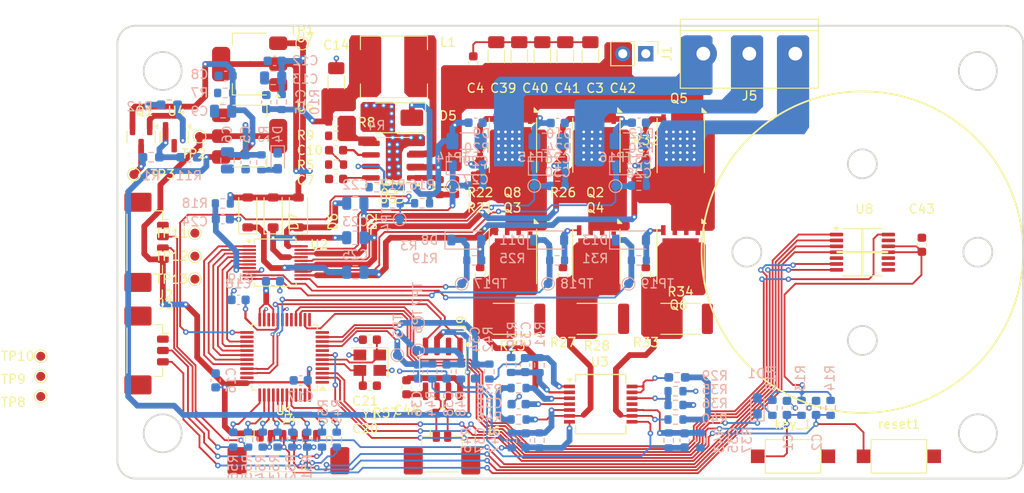
<source format=kicad_pcb>
(kicad_pcb (version 20240108) (generator "pcbnew") (generator_version "8.0")
  (layers (0 "F.Cu" signal) (31 "B.Cu" signal) (34 "B.Paste" user) (35 "F.Paste" user) (36 "B.SilkS" user "B.Silkscreen") (37 "F.SilkS" user "F.Silkscreen") (38 "B.Mask" user) (39 "F.Mask" user) (44 "Edge.Cuts" user))
  (net 0 "")
  (net 1 "/ADC_VBUS")
  (net 2 "/Driver/W_CH")
  (net 3 "/Driver/V_CH")
  (net 4 "/Driver/U_CH")
  (net 5 "/OP_I_W")
  (net 6 "/OP_I_V")
  (net 7 "/OP_I_U")
  (net 8 "/TIM1_CH1")
  (net 9 "/TIM1_CH2")
  (net 10 "/TIM1_CH3")
  (net 11 "/TIM1_CH1N")
  (net 12 "/TIM1_CH2N")
  (net 13 "/TIM1_CH3N")
  (net 14 "+12V")
  (net 15 "+3V3")
  (net 16 "+3.3VADC")
  (net 17 "/Driver/U_CHN")
  (net 18 "/Driver/V_CHN")
  (net 19 "/Driver/W_CHN")
  (net 20 "/Driver/U")
  (net 21 "/Driver/V")
  (net 22 "/Driver/W")
  (net 23 "GND")
  (net 24 "/Driver/i_w")
  (net 25 "Net-(U3D--)")
  (net 26 "Vref")
  (net 27 "/Driver/i_v")
  (net 28 "/Driver/i_u")
  (net 29 "Net-(U4-REF)")
  (net 30 "+5V")
  (net 31 "Net-(Q1-B)")
  (net 32 "/DEBUG_RX")
  (net 33 "Net-(U1-PB7)")
  (net 34 "/DEBUG_TX")
  (net 35 "Net-(U1-PB6)")
  (net 36 "/SPI1_CS")
  (net 37 "Net-(U1-PB5)")
  (net 38 "Net-(U1-PB3)")
  (net 39 "/SPI1_MISO")
  (net 40 "Net-(U1-PA15)")
  (net 41 "/SPI1_CLK")
  (net 42 "/SWCLK")
  (net 43 "Net-(U1-PA14)")
  (net 44 "/SWDIO")
  (net 45 "Net-(U1-PA13)")
  (net 46 "Net-(U3A--)")
  (net 47 "Net-(U3C-+)")
  (net 48 "Net-(U3D-+)")
  (net 49 "Net-(D13-A)")
  (net 50 "Net-(D12-A)")
  (net 51 "/SPI1_MOSI")
  (net 52 "Net-(U1-PB4)")
  (net 53 "Net-(C37-Pad2)")
  (net 54 "Net-(D11-A)")
  (net 55 "Net-(D10-A)")
  (net 56 "Net-(U3B-+)")
  (net 57 "Net-(D9-A)")
  (net 58 "Net-(D8-A)")
  (net 59 "Net-(U2-VCC)")
  (net 60 "Net-(D4-A)")
  (net 61 "Net-(U5-EN)")
  (net 62 "+24V")
  (net 63 "Net-(C10-Pad2)")
  (net 64 "Net-(U5-BS)")
  (net 65 "Net-(C11-Pad1)")
  (net 66 "Net-(U5-FB)")
  (net 67 "Net-(C14-Pad1)")
  (net 68 "Net-(U3C-11)")
  (net 69 "Net-(C33-Pad2)")
  (net 70 "/KEY_01")
  (net 71 "/RST")
  (net 72 "Net-(D1-A)")
  (net 73 "Net-(D6-K)")
  (net 74 "Net-(D7-K)")
  (net 76 "/ENCODER_Z")
  (net 77 "/ENCODER_B")
  (net 78 "/ENCODER_A")
  (net 81 "Net-(U5-SS)")
  (net 82 "Net-(U5-COMP)")
  (net 83 "Net-(U5-SW)")
  (net 89 "Net-(U1-PF0_OSC_IN)")
  (net 91 "Net-(U1-PF1_OSC_OUT)")
  (net 92 "Net-(U9-STB)")
  (net 97 "/LED_01")
  (net 98 "/CAN_N")
  (net 100 "Net-(D5-K)")
  (net 101 "/CAN_P")
  (net 102 "/CAN_+")
  (net 103 "/CAN_-")
  (net 104 "Net-(D2-K)")
  (footprint "Resistor_SMD:R_0603_1608Metric" (layer "F.Cu") (at 145.552 75.536 -90)
    (property "Reference" "R22")
    (property "Value" "10K")
  )
  (footprint "Package_TO_SOT_SMD:SOT-23" (layer "F.Cu") (at 111.77 72.3125 -90)
    (property "Reference" "U4")
    (property "Value" "TL431DBZ")
  )
  (footprint "Capacitor_SMD:C_1206_3216Metric_Pad1.33x1.80mm_HandSolder" (layer "F.Cu") (at 157.72 63.3825 90)
    (property "Reference" "C42")
    (property "Value" "10uF")
  )
  (footprint "Package_DFN_QFN:DFN-8-1EP_6x5mm_P1.27mm_EP4x4mm" (layer "F.Cu") (at 158.3871 85.481 -90)
    (property "Reference" "Q4")
    (property "Value" "~")
  )
  (footprint "Capacitor_SMD:C_0603_1608Metric" (layer "F.Cu") (at 137.424 99.92 90)
    (property "Reference" "C44")
    (property "Value" "0.1uF")
  )
  (footprint "Capacitor_SMD:C_0603_1608Metric" (layer "F.Cu") (at 133.373 94.6655 180)
    (property "Reference" "C21")
    (property "Value" "22pF")
  )
  (footprint "TestPoint:TestPoint_Pad_D1.0mm" (layer "F.Cu") (at 107.325 76.425)
    (property "Reference" "TP3")
    (property "Value" "TestPoint_Alt")
  )
  (footprint "Capacitor_SMD:C_1206_3216Metric_Pad1.33x1.80mm_HandSolder" (layer "F.Cu") (at 147.33 63.3825 90)
    (property "Reference" "C39")
    (property "Value" "10uF")
  )
  (footprint "Button_Switch_SMD:SW_SPST_CK_RS282G05A3" (layer "F.Cu") (at 191.78 107.54 180)
    (property "Reference" "reset1")
    (property "Value" "SW_Push")
  )
  (footprint "Resistor_SMD:R_0603_1608Metric" (layer "F.Cu") (at 129.644234 70.569556)
    (property "Reference" "R8")
    (property "Value" "140K(1%)")
  )
  (footprint "Capacitor_SMD:C_1206_3216Metric_Pad1.33x1.80mm_HandSolder" (layer "F.Cu") (at 152.41 63.3825 90)
    (property "Reference" "C41")
    (property "Value" "10uF")
  )
  (footprint "Connector_Molex:Molex_PicoBlade_53398-0371_1x03-1MP_P1.25mm_Vertical" (layer "F.Cu") (at 109.272 95.856 -90)
    (property "Reference" "J2")
    (property "Value" "Conn_01x03")
  )
  (footprint "TestPoint:TestPoint_Pad_D1.0mm" (layer "F.Cu") (at 114.056 85.442 -90)
    (property "Reference" "TP12")
    (property "Value" "TestPoint_Alt")
  )
  (footprint "Resistor_SMD:R_0603_1608Metric" (layer "F.Cu") (at 141.064666 77.822 -90)
    (property "Reference" "R6")
    (property "Value" "10R")
  )
  (footprint "Package_DFN_QFN:DFN-8-1EP_6x5mm_P1.27mm_EP4x4mm" (layer "F.Cu") (at 149.172 85.481 -90)
    (property "Reference" "Q3")
    (property "Value" "~")
  )
  (footprint "Package_SO:TSSOP-20_4.4x5mm_P0.4mm" (layer "F.Cu") (at 122.923834 86.156686)
    (property "Reference" "U2")
    (property "Value" "fd6288t")
  )
  (footprint "TestPoint:TestPoint_Pad_D1.0mm" (layer "F.Cu") (at 97.038 96.491 -90)
    (property "Reference" "TP10")
    (property "Value" "TestPoint_Alt")
  )
  (footprint "TestPoint:TestPoint_Pad_D1.0mm" (layer "F.Cu") (at 97.038 98.7135 -90)
    (property "Reference" "TP9")
    (property "Value" "TestPoint_Alt")
  )
  (footprint "Resistor_SMD:R_2512_6332Metric" (layer "F.Cu") (at 167.677268 92.363)
    (property "Reference" "R34")
    (property "Value" "0.01R")
  )
  (footprint "TestPoint:TestPoint_Pad_D1.0mm" (layer "F.Cu") (at 114.056 87.982 -90)
    (property "Reference" "TP13")
    (property "Value" "TestPoint_Alt")
  )
  (footprint "Capacitor_SMD:C_1206_3216Metric_Pad1.33x1.80mm_HandSolder" (layer "F.Cu") (at 149.87 63.3825 90)
    (property "Reference" "C40")
    (property "Value" "10uF")
  )
  (footprint "Diode_SMD:D_SMA" (layer "F.Cu") (at 136.008845 70.163453 180)
    (property "Reference" "D5")
    (property "Value" "B340A")
  )
  (footprint "Capacitor_SMD:C_0603_1608Metric" (layer "F.Cu") (at 194.32 84.185 90)
    (property "Reference" "C43")
    (property "Value" "NC")
  )
  (footprint "Package_SO:SOIC-8_3.9x4.9mm_P1.27mm" (layer "F.Cu") (at 141.424665 97.888 -90)
    (property "Reference" "U9")
    (property "Value" "TJA1042T-3")
  )
  (footprint "Capacitor_SMD:C_0603_1608Metric" (layer "F.Cu") (at 129.644234 73.744556 180)
    (property "Reference" "C10")
    (property "Value" "22nF")
  )
  (footprint "Button_Switch_SMD:SW_SPST_CK_RS282G05A3" (layer "F.Cu") (at 180.096 107.54 180)
    (property "Reference" "key_1")
    (property "Value" "SW_Push")
  )
  (footprint "Resistor_SMD:R_0603_1608Metric" (layer "F.Cu") (at 163.84 75.536 -90)
    (property "Reference" "R32")
    (property "Value" "4.7K")
  )
  (footprint "Capacitor_SMD:C_0603_1608Metric" (layer "F.Cu") (at 142.758 77.822 90)
    (property "Reference" "C11")
    (property "Value" "0.1uF")
  )
  (footprint "TestPoint:TestPoint_Pad_D1.0mm" (layer "F.Cu") (at 114.564 72.234)
    (property "Reference" "TP2")
    (property "Value" "TestPoint_Alt")
  )
  (footprint "Package_TO_SOT_SMD:SOT-223-3_TabPin2" (layer "F.Cu") (at 120.103283 72.193133)
    (property "Reference" "U6")
    (property "Value" "AMS1117-3.3")
  )
  (footprint "Package_DFN_QFN:DFN-8-1EP_6x5mm_P1.27mm_EP4x4mm" (layer "F.Cu") (at 167.677268 85.470686 -90)
    (property "Reference" "Q6")
    (property "Value" "~")
  )
  (footprint "Capacitor_SMD:C_1206_3216Metric_Pad1.33x1.80mm_HandSolder" (layer "F.Cu") (at 129.664234 66.254556 90)
    (property "Reference" "C14")
    (property "Value" "100uF/35V")
  )
  (footprint "Capacitor_SMD:C_0603_1608Metric" (layer "F.Cu") (at 144.79 64.1575 90)
    (property "Reference" "C4")
    (property "Value" "0.1uF")
  )
  (footprint "Resistor_SMD:R_0603_1608Metric" (layer "F.Cu") (at 163.84 87.537 -90)
    (property "Reference" "R33")
    (property "Value" "10K")
  )
  (footprint "Package_TO_SOT_SMD:SOT-23" (layer "F.Cu") (at 108.119864 72.288745 -90)
    (property "Reference" "Q1")
    (property "Value" "MMBT3904L")
  )
  (footprint "TestPoint:TestPoint_Pad_D1.0mm" (layer "F.Cu") (at 114.056 82.902 -90)
    (property "Reference" "TP11")
    (property "Value" "TestPoint_Alt")
  )
  (footprint "Resistor_SMD:R_2512_6332Metric" (layer "F.Cu") (at 158.424634 92.363)
    (property "Reference" "R28")
    (property "Value" "0.01R")
  )
  (footprint "Package_SO:SOIC-8_3.9x4.9mm_P1.27mm" (layer "F.Cu") (at 135.965 74.898782 180)
    (property "Reference" "U5")
    (property "Value" "SGM6232YPS8G")
  )
  (footprint "Package_DFN_QFN:DFN-8-1EP_6x5mm_P1.27mm_EP4x4mm" (layer "F.Cu") (at 149.172 73.194423 -90)
    (property "Reference" "Q8")
    (property "Value" "~")
  )
  (footprint "Connector_Molex:Molex_PicoBlade_53398-0671_1x06-1MP_P1.25mm_Vertical" (layer "F.Cu") (at 124.383 106.524)
    (property "Reference" "J4")
    (property "Value" "Conn_01x06")
  )
  (footprint "Resistor_SMD:R_0603_1608Metric" (layer "F.Cu") (at 154.696 87.537 -90)
    (property "Reference" "R27")
    (property "Value" "10K")
  )
  (footprint "TestPoint:TestPoint_Pad_D1.0mm" (layer "F.Cu") (at 125.905409 61.952695)
    (property "Reference" "TP1")
    (property "Value" "TestPoint_Alt")
  )
  (footprint "Package_SO:SSOP-14_5.3x6.2mm_P0.65mm" (layer "F.Cu") (at 158.866 101.78)
    (property "Reference" "U3")
    (property "Value" "LMV324I")
  )
  (footprint "Resistor_SMD:R_0603_1608Metric" (layer "F.Cu") (at 154.696 75.536 -90)
    (property "Reference" "R26")
    (property "Value" "10k")
  )
  (footprint "Capacitor_SMD:C_0603_1608Metric" (layer "F.Cu") (at 133.373 99.7455)
    (property "Reference" "C20")
    (property "Value" "22pF")
  )
  (footprint "TerminalBlock:TerminalBlock_bornier-3_P5.08mm" (layer "F.Cu") (at 180.35 63.09 180)
    (property "Reference" "J5")
    (property "Value" "Conn_01x03")
  )
  (footprint "Connector_Molex:Molex_PicoBlade_53398-0271_1x02-1MP_P1.25mm_Vertical" (layer "F.Cu") (at 141.339145 106.548)
    (property "Reference" "J6")
    (property "Value" "Conn_01x02")
  )
  (footprint "Diode_SMD:D_SOD-123" (layer "F.Cu") (at 119.898 80.616 90)
    (property "Reference" "D7")
    (property "Value" "1N5819")
  )
  (footprint "Connector_PinHeader_2.54mm:PinHeader_1x02_P2.54mm_Vertical" (layer "F.Cu") (at 163.84 63.09 -90)
    (property "Reference" "J1")
    (property "Value" "Conn_01x02")
  )
  (footprint "Package_SO:TSSOP-14_4.4x5mm_P0.65mm" (layer "F.Cu") (at 187.753869 85.00722)
    (property "Reference" "U8")
    (property "Value" "AS5047D")
  )
  (footprint "Crystal:Crystal_SMD_3225-4Pin_3.2x2.5mm" (layer "F.Cu") (at 133.373 97.2055 180)
    (property "Reference" "Y1")
    (property "Value" "32MHZ")
  )
  (footprint "Resistor_SMD:R_0603_1608Metric" (layer "F.Cu") (at 145.552 87.537 -90)
    (property "Reference" "R21")
    (property "Value" "10K")
  )
  (footprint "Capacitor_SMD:C_0603_1608Metric" (layer "F.Cu") (at 129.644234 76.919556 180)
    (property "Reference" "C7")
    (property "Value" "1uF")
  )
  (footprint "Inductor_SMD:L_Abracon_ASPI-0630LR" (layer "F.Cu") (at 136.033816 64.535 180)
    (property "Reference" "L1")
    (property "Value" "10uH")
  )
  (footprint "Resistor_SMD:R_2512_6332Metric" (layer "F.Cu") (at 149.172 92.363)
    (property "Reference" "R23")
    (property "Value" "0.01R")
  )
  (footprint "Resistor_SMD:R_0603_1608Metric" (layer "F.Cu") (at 129.644234 72.157056 180)
    (property "Reference" "R9")
    (property "Value" "10K(1%)")
  )
  (footprint "Capacitor_SMD:C_1206_3216Metric_Pad1.33x1.80mm_HandSolder" (layer "F.Cu") (at 154.95 63.3825 90)
    (property "Reference" "C3")
    (property "Value" "10uF")
  )
  (footprint "Package_DFN_QFN:DFN-8-1EP_6x5mm_P1.27mm_EP4x4mm" (layer "F.Cu") (at 158.3871 73.194423 -90)
    (property "Reference" "Q2")
    (property "Value" "~")
  )
  (footprint "Diode_SMD:D_SOD-123" (layer "F.Cu") (at 125.486 80.616 90)
    (property "Reference" "D2")
    (property "Value" "1N5819")
  )
  (footprint "Package_DFN_QFN:DFN-8-1EP_6x5mm_P1.27mm_EP4x4mm" (layer "F.Cu") (at 167.702201 73.218869 -90)
    (property "Reference" "Q5")
    (property "Value" "~")
  )
  (footprint "Package_TO_SOT_SMD:SOT-223-3_TabPin2" (layer "F.Cu") (at 120.103283 64.236226 180)
    (property "Reference" "U7")
    (property "Value" "AMS1117-5.0")
  )
  (footprint "Connector_Molex:Molex_PicoBlade_53398-0471_1x04-1MP_P1.25mm_Vertical" (layer "F.Cu") (at 109.272 83.918 -90)
    (property "Reference" "J3")
    (property "Value" "Conn_01x04")
  )
  (footprint "Package_QFP:LQFP-48_7x7mm_P0.5mm" (layer "F.Cu") (at 123.962 96.618 180)
    (property "Reference" "U1")
    (property "Value" "STM32G431C8")
  )
  (footprint "TestPoint:TestPoint_Pad_D1.0mm" (layer "F.Cu") (at 97.038 100.936 -90)
    (property "Reference" "TP8")
    (property "Value" "TestPoint_Alt")
  )
  (footprint "Resistor_SMD:R_0603_1608Metric" (layer "F.Cu") (at 129.644234 75.332056 180)
    (property "Reference" "R5")
    (property "Value" "39K")
  )
  (footprint "Resistor_SMD:R_0603_1608Metric" (layer "F.Cu") (at 141.433267 102.758 180)
    (property "Reference" "R57")
    (property "Value" "120R")
  )
  (footprint "Diode_SMD:D_SOD-123" (layer "F.Cu") (at 122.692 80.616 90)
    (property "Reference" "D6")
    (property "Value" "1N5819")
  )
  (footprint "TestPoint:TestPoint_Pad_D1.0mm" (layer "B.Cu") (at 153.045 88.49 180)
    (property "Reference" "TP18")
    (property "Value" "TestPoint_Alt")
  )
  (footprint "Resistor_SMD:R_0603_1608Metric" (layer "B.Cu") (at 152.0955 97.471063 90)
    (property "Reference" "R41")
    (property "Value" "4.7K(1%)")
  )
  (footprint "Capacitor_SMD:C_0603_1608Metric" (layer "B.Cu") (at 141.8436 98.186 90)
    (property "Reference" "C38")
    (property "Value" "NC")
  )
  (footprint "Capacitor_SMD:C_0805_2012Metric" (layer "B.Cu") (at 117.654706 74.865 -90)
    (property "Reference" "C6")
    (property "Value" "4.7uF")
  )
  (footprint "Capacitor_SMD:C_0805_2012Metric" (layer "B.Cu") (at 122.699535 65.766043 180)
    (property "Reference" "C13")
    (property "Value" "4.7uF")
  )
  (footprint "Resistor_SMD:R_0603_1608Metric" (layer "B.Cu") (at 184.243615 102.193 -90)
    (property "Reference" "R14")
    (property "Value" "4.7K")
  )
  (footprint "Capacitor_SMD:C_0603_1608Metric" (layer "B.Cu") (at 154.1118 70.746693)
    (property "Reference" "C26")
    (property "Value" "1nF")
  )
  (footprint "Resistor_SMD:R_0603_1608Metric" (layer "B.Cu") (at 134.122 77.822 180)
    (property "Reference" "R4")
    (property "Value" "10K")
  )
  (footprint "Resistor_SMD:R_0603_1608Metric" (layer "B.Cu") (at 149.0475 105.781 90)
    (property "Reference" "R45")
    (property "Value" "1K(1%)")
  )
  (footprint "Resistor_SMD:R_0603_1608Metric" (layer "B.Cu") (at 119.919857 105.699 90)
    (property "Reference" "R55")
    (property "Value" "100R")
  )
  (footprint "TestPoint:TestPoint_Pad_D1.0mm" (layer "B.Cu") (at 160.491922 77.706614 180)
    (property "Reference" "TP16")
    (property "Value" "TestPoint_Alt")
  )
  (footprint "TestPoint:TestPoint_Pad_D1.0mm" (layer "B.Cu") (at 138.694 95.856 -90)
    (property "Reference" "TP6")
    (property "Value" "TestPoint_Alt")
  )
  (footprint "TestPoint:TestPoint_Pad_D1.0mm" (layer "B.Cu") (at 142.504 77.739 180)
    (property "Reference" "TP14")
    (property "Value" "TestPoint_Alt")
  )
  (footprint "Resistor_SMD:R_0603_1608Metric" (layer "B.Cu") (at 163.078 77.651 180)
    (property "Reference" "R30")
    (property "Value" "33R")
  )
  (footprint "Capacitor_SMD:C_0603_1608Metric" (layer "B.Cu") (at 150.518888 97.468612 90)
    (property "Reference" "C33")
    (property "Value" "NC")
  )
  (footprint "Capacitor_SMD:C_1206_3216Metric_Pad1.33x1.80mm_HandSolder" (layer "B.Cu") (at 144.044 72.742)
    (property "Reference" "C27")
    (property "Value" "100uF/35V")
  )
  (footprint "Diode_SMD:D_SOD-123" (layer "B.Cu") (at 162.20434 83.664)
    (property "Reference" "D13")
    (property "Value" "BAV16W")
  )
  (footprint "Capacitor_SMD:C_0603_1608Metric" (layer "B.Cu") (at 116.342 99.158 90)
    (property "Reference" "C16")
    (property "Value" "0.1uF")
  )
  (footprint "TestPoint:TestPoint_Pad_D1.0mm" (layer "B.Cu") (at 151.523959 77.686121 180)
    (property "Reference" "TP15")
    (property "Value" "TestPoint_Alt")
  )
  (footprint "Resistor_SMD:R_0603_1608Metric_Pad0.98x0.95mm_HandSolder" (layer "B.Cu") (at 109.23 74.52)
    (property "Reference" "R1")
    (property "Value" "10K")
  )
  (footprint "Resistor_SMD:R_0603_1608Metric" (layer "B.Cu") (at 169.8755 105.781 90)
    (property "Reference" "R37")
    (property "Value" "1K(1%)")
  )
  (footprint "Capacitor_SMD:C_0603_1608Metric" (layer "B.Cu") (at 150.5715 105.781 -90)
    (property "Reference" "C37")
    (property "Value" "NC")
  )
  (footprint "Resistor_SMD:R_0603_1608Metric" (layer "B.Cu") (at 129.717 105.699 90)
    (property "Reference" "R49")
    (property "Value" "100R")
  )
  (footprint "Resistor_SMD:R_0603_1608Metric" (layer "B.Cu") (at 148.970349 97.458476 -90)
    (property "Reference" "R39")
    (property "Value" "1K(1%)")
  )
  (footprint "Resistor_SMD:R_0603_1608Metric" (layer "B.Cu") (at 167.118763 100.35106 180)
    (property "Reference" "R35")
    (property "Value" "4.7K")
  )
  (footprint "Diode_SMD:D_SOD-123" (layer "B.Cu") (at 162.208 75.453)
    (property "Reference" "D12")
    (property "Value" "BAV16W")
  )
  (footprint "Diode_SMD:D_SOD-123" (layer "B.Cu") (at 153.2418 75.489693)
    (property "Reference" "D10")
    (property "Value" "BAV16W")
  )
  (footprint "Capacitor_SMD:C_0603_1608Metric" (layer "B.Cu") (at 118.882 90.268 180)
    (property "Reference" "C18")
    (property "Value" "0.1uF")
  )
  (footprint "Capacitor_SMD:C_0603_1608Metric" (layer "B.Cu") (at 149.7965 101.78 180)
    (property "Reference" "C32")
    (property "Value" "1nF")
  )
  (footprint "Diode_SMD:D_SOD-123" (layer "B.Cu") (at 153.172 83.664)
    (property "Reference" "D11")
    (property "Value" "BAV16W")
  )
  (footprint "Capacitor_SMD:C_0603_1608Metric" (layer "B.Cu") (at 138.694 98.186 90)
    (property "Reference" "C36")
    (property "Value" "NC")
  )
  (footprint "Diode_SMD:D_0603_1608Metric_Pad1.05x0.95mm_HandSolder" (layer "B.Cu") (at 176.16554 101.978 90)
    (property "Reference" "D1")
    (property "Value" "LED_Red")
  )
  (footprint "Resistor_SMD:R_0603_1608Metric" (layer "B.Cu") (at 152.0955 105.781 -90)
    (property "Reference" "R47")
    (property "Value" "4.7K(1%)")
  )
  (footprint "Resistor_SMD:R_0603_1608Metric" (layer "B.Cu") (at 145.044 77.651 180)
    (property "Reference" "R20")
    (property "Value" "33R")
  )
  (footprint "Capacitor_SMD:C_0805_2012Metric" (layer "B.Cu") (at 131.77 79.6 180)
    (property "Reference" "C22")
    (property "Value" "4.7uF")
  )
  (footprint "Capacitor_SMD:C_0603_1608Metric" (layer "B.Cu") (at 163.078 70.71)
    (property "Reference" "C31")
    (property "Value" "1nF")
  )
  (footprint "TestPoint:TestPoint_Pad_D1.0mm" (layer "B.Cu") (at 136.408 96.364 -90)
    (property "Reference" "TP5")
    (property "Value" "TestPoint_Alt")
  )
  (footprint "Resistor_SMD:R_0603_1608Metric" (layer "B.Cu") (at 121.408234 75.085 90)
    (property "Reference" "R2")
    (property "Value" "4.7K")
  )
  (footprint "Resistor_SMD:R_0603_1608Metric" (layer "B.Cu") (at 177.813155 102.193 90)
    (property "Reference" "R15")
    (property "Value" "4.7K(1%)")
  )
  (footprint "TestPoint:TestPoint_Pad_D1.0mm" (layer "B.Cu") (at 161.935 88.49 180)
    (property "Reference" "TP19")
    (property "Value" "TestPoint_Alt")
  )
  (footprint "Diode_SMD:D_SOD-123" (layer "B.Cu") (at 144.174 75.453)
    (property "Reference" "D9")
    (property "Value" "BAV16W")
  )
  (footprint "Resistor_SMD:R_0603_1608Metric" (layer "B.Cu") (at 167.118763 101.87506)
    (property "Reference" "R36")
    (property "Value" "4.7K")
  )
  (footprint "Resistor_SMD:R_0603_1608Metric" (layer "B.Cu") (at 139.139 79.6 180)
    (property "Reference" "R16")
    (property "Value" "47K")
  )
  (footprint "Resistor_SMD:R_0603_1608Metric_Pad0.98x0.95mm_HandSolder" (layer "B.Cu") (at 111.23076 68.72233)
    (property "Reference" "R12")
    (property "Value" "1K")
  )
  (footprint "Capacitor_SMD:C_0603_1608Metric" (layer "B.Cu") (at 145.044 70.71)
    (property "Reference" "C29")
    (property "Value" "1nF")
  )
  (footprint "Resistor_SMD:R_0603_1608Metric_Pad0.98x0.95mm_HandSolder" (layer "B.Cu") (at 113.3975 74.52)
    (property "Reference" "R11")
    (property "Value" "33K")
  )
  (footprint "Capacitor_SMD:C_0603_1608Metric" (layer "B.Cu") (at 125.74 99.158 180)
    (property "Reference" "C17")
    (property "Value" "0.1uF")
  )
  (footprint "Capacitor_SMD:C_0805_2012Metric" (layer "B.Cu") (at 131.77 87.22 180)
    (property "Reference" "C25")
    (property "Value" "4.7uF")
  )
  (footprint "TestPoint:TestPoint_Pad_D1.0mm" (layer "B.Cu") (at 136.662 81.378 -90)
    (property "Reference" "TP4")
    (property "Value" "TestPoint_Alt")
  )
  (footprint "Resistor_SMD:R_0603_1608Metric" (layer "B.Cu") (at 137.678 77.822 180)
    (property "Reference" "R3")
    (property "Value" "10K")
  )
  (footprint "Resistor_SMD:R_0603_1608Metric" (layer "B.Cu") (at 123.185571 105.699 90)
    (property "Reference" "R53")
    (property "Value" "100R")
  )
  (footprint "Resistor_SMD:R_0603_1608Metric" (layer "B.Cu") (at 140.2688 98.186 90)
    (property "Reference" "R44")
    (property "Value" "0R")
  )
  (footprint "Capacitor_SMD:C_0603_1608Metric" (layer "B.Cu") (at 168.122131 105.781 -90)
    (property "Reference" "C35")
    (property "Value" "NC")
  )
  (footprint "Resistor_SMD:R_0603_1608Metric" (layer "B.Cu") (at 146.568 98.186 90)
    (property "Reference" "R42")
    (property "Value" "0R")
  )
  (footprint "Resistor_SMD:R_0603_1608Metric" (layer "B.Cu") (at 117.392781 67.425705 180)
    (property "Reference" "R7")
    (property "Value" "3.3K")
  )
  (footprint "Resistor_SMD:R_0603_1608Metric" (layer "B.Cu") (at 128.084142 105.699 90)
    (property "Reference" "R50")
    (property "Value" "100R")
  )
  (footprint "Capacitor_SMD:C_0603_1608Metric" (layer "B.Cu") (at 119.65647 75.085 -90)
    (property "Reference" "C5")
    (property "Value" "0.1uF")
  )
  (footprint "Capacitor_SMD:C_0603_1608Metric" (layer "B.Cu") (at 117.451134 65.537293 180)
    (property "Reference" "C8")
    (property "Value" "0.1uF")
  )
  (footprint "Capacitor_SMD:C_0805_2012Metric" (layer "B.Cu") (at 131.77 83.41 180)
    (property "Reference" "C23")
    (property "Value" "4.7uF")
  )
  (footprint "Capacitor_SMD:C_0603_1608Metric" (layer "B.Cu") (at 122.864913 63.886586 180)
    (property "Reference" "C12")
    (property "Value" "0.1uF")
  )
  (footprint "Resistor_SMD:R_0603_1608Metric" (layer "B.Cu") (at 121.552714 105.699 90)
    (property "Reference" "R54")
    (property "Value" "100R")
  )
  (footprint "Capacitor_SMD:C_0805_2012Metric" (layer "B.Cu") (at 117.17 69.44 180)
    (property "Reference" "C9")
    (property "Value" "4.7uF")
  )
  (footprint "Resistor_SMD:R_0603_1608Metric" (layer "B.Cu") (at 154.042 85.906 180)
    (property "Reference" "R25")
    (property "Value" "33R")
  )
  (footprint "Resistor_SMD:R_0603_1608Metric" (layer "B.Cu") (at 117.142331 79.626494 180)
    (property "Reference" "R18")
    (property "Value" "10R")
  )
  (footprint "Resistor_SMD:R_0603_1608Metric" (layer "B.Cu") (at 149.7965 100.002)
    (property "Reference" "R38")
    (property "Value" "6.8K")
  )
  (footprint "Capacitor_SMD:C_0603_1608Metric" (layer "B.Cu") (at 121.94 68.43 90)
    (property "Reference" "C15")
    (property "Value" "0.1uF")
  )
  (footprint "Resistor_SMD:R_0603_1608Metric_Pad0.98x0.95mm_HandSolder" (layer "B.Cu") (at 167.288763 98.82706 180)
    (property "Reference" "R29")
    (property "Value" "0.01R")
  )
  (footprint "Capacitor_SMD:C_0603_1608Metric" (layer "B.Cu") (at 117.142331 81.360833 180)
    (property "Reference" "C24")
    (property "Value" "0.1uF")
  )
  (footprint "Resistor_SMD:R_0603_1608Metric" (layer "B.Cu") (at 154.1118 77.687693 180)
    (property "Reference" "R24")
    (property "Value" "33R")
  )
  (footprint "Resistor_SMD:R_0603_1608Metric" (layer "B.Cu") (at 118.287 105.699 90)
    (property "Reference" "R56")
    (property "Value" "100R")
  )
  (footprint "Resistor_SMD:R_0603_1608Metric" (layer "B.Cu") (at 163.07434 85.906 180)
    (property "Reference" "R31")
    (property "Value" "33R")
  )
  (footprint "Capacitor_SMD:C_0603_1608Metric" (layer "B.Cu") (at 122.679 88.204)
    (property "Reference" "C19")
    (property "Value" "0.1uF")
  )
  (footprint "Resistor_SMD:R_0603_1608Metric" (layer "B.Cu") (at 166.368763 105.781 -90)
    (property "Reference" "R43")
    (property "Value" "4.7K(1%)")
  )
  (footprint "Resistor_SMD:R_0603_1608Metric" (layer "B.Cu") (at 126.451285 105.699 90)
    (property "Reference" "R51")
    (property "Value" "100R")
  )
  (footprint "Resistor_SMD:R_0603_1608Metric" (layer "B.Cu") (at 149.801378 103.478775)
    (property "Reference" "R46")
    (property "Value" "6.8K")
  )
  (footprint "Resistor_SMD:R_0603_1608Metric" (layer "B.Cu") (at 181.028385 102.193 -90)
    (property "Reference" "R13")
    (property "Value" "4.7K")
  )
  (footprint "TestPoint:TestPoint_Pad_D1.0mm" (layer "B.Cu") (at 143.52 88.49 180)
    (property "Reference" "TP17")
    (property "Value" "TestPoint_Alt")
  )
  (footprint "Resistor_SMD:R_0603_1608Metric" (layer "B.Cu") (at 135.9 79.6 180)
    (property "Reference" "R17")
    (property "Value" "4.7K")
  )
  (footprint "Diode_SMD:D_SOD-123" (layer "B.Cu") (at 144.028 83.664)
    (property "Reference" "D8")
    (property "Value" "BAV16W")
  )
  (footprint "Capacitor_SMD:C_1206_3216Metric_Pad1.33x1.80mm_HandSolder" (layer "B.Cu") (at 162.078 72.742)
    (property "Reference" "C28")
    (property "Value" "100uF/35V")
  )
  (footprint "Resistor_SMD:R_0603_1608Metric" (layer "B.Cu") (at 123.635 68.43 90)
    (property "Reference" "R10")
    (property "Value" "20R")
  )
  (footprint "Capacitor_SMD:C_1206_3216Metric_Pad1.33x1.80mm_HandSolder" (layer "B.Cu") (at 153.1118 72.778693)
    (property "Reference" "C30")
    (property "Value" "100uF/35V")
  )
  (footprint "Resistor_SMD:R_0603_1608Metric" (layer "B.Cu") (at 143.4184 98.186 90)
    (property "Reference" "R48")
    (property "Value" "0R")
  )
  (footprint "Capacitor_SMD:C_0603_1608Metric" (layer "B.Cu") (at 144.9932 98.186 90)
    (property "Reference" "C34")
    (property "Value" "NC")
  )
  (footprint "Capacitor_SMD:C_0603_1608Metric" (layer "B.Cu") (at 179.42077 102.193 90)
    (property "Reference" "C1")
    (property "Value" "0.1uF")
  )
  (footprint "Resistor_SMD:R_0603_1608Metric" (layer "B.Cu") (at 167.118763 103.478775 180)
    (property "Reference" "R40")
    (property "Value" "6.8K")
  )
  (footprint "Diode_SMD:D_0603_1608Metric_Pad1.05x0.95mm_HandSolder" (layer "B.Cu") (at 123.2 74.915 -90)
    (property "Reference" "D4")
    (property "Value" "LED_Red")
  )
  (footprint "Resistor_SMD:R_0603_1608Metric" (layer "B.Cu") (at 144.898 85.906 180)
    (property "Reference" "R19")
    (property "Value" "33R")
  )
  (footprint "TestPoint:TestPoint_Pad_D1.0mm" (layer "B.Cu") (at 138.694 92.808 -90)
    (property "Reference" "TP7")
    (property "Value" "TestPoint_Alt")
  )
  (footprint "Capacitor_SMD:C_0603_1608Metric" (layer "B.Cu") (at 182.636 102.193 90)
    (property "Reference" "C2")
    (property "Value" "0.1uF")
  )
  (footprint "Resistor_SMD:R_0603_1608Metric" (layer "B.Cu") (at 124.818428 105.699 90)
    (property "Reference" "R52")
    (property "Value" "100R")
  )
  (gr_line (start 185 85) (end 190.5 85.000139) (stroke (width 0.25)) (layer "F.SilkS"))
  (gr_circle (center 187.75 85) (end 205.5 85) (stroke (width 0.2)) (fill none) (layer "F.SilkS"))
  (gr_line (start 187.75 82.500139) (end 187.75 87.500139) (stroke (width 0.25)) (layer "F.SilkS"))
  (gr_circle (center 175 85) (end 176.6 85) (stroke (width 0.2)) (fill none) (layer "Edge.Cuts"))
  (gr_arc (start 203.499968 60) (mid 204.912476 60.584067) (end 205.5 61.99514) (stroke (width 0.2)) (layer "Edge.Cuts"))
  (gr_arc (start 105.5 62.000139) (mid 106.081998 60.589655) (end 107.489298 60) (stroke (width 0.2)) (layer "Edge.Cuts"))
  (gr_line (start 205.5 108.000039) (end 205.5 61.99514) (stroke (width 0.2)) (layer "Edge.Cuts"))
  (gr_circle (center 200.5 105) (end 202.6 105) (stroke (width 0.2)) (fill none) (layer "Edge.Cuts"))
  (gr_arc (start 205.5 108.000039) (mid 204.914209 109.414229) (end 203.5 110) (stroke (width 0.2)) (layer "Edge.Cuts"))
  (gr_line (start 107.499968 110) (end 203.5 110) (stroke (width 0.2)) (layer "Edge.Cuts"))
  (gr_circle (center 187.75 75.25) (end 189.35 75.25) (stroke (width 0.2)) (fill none) (layer "Edge.Cuts"))
  (gr_arc (start 107.499968 110) (mid 106.085768 109.414211) (end 105.5 108) (stroke (width 0.2)) (layer "Edge.Cuts"))
  (gr_circle (center 200.5 85) (end 202.1 85) (stroke (width 0.2)) (fill none) (layer "Edge.Cuts"))
  (gr_circle (center 110.5 105) (end 112.6 105) (stroke (width 0.2)) (fill none) (layer "Edge.Cuts"))
  (gr_circle (center 187.75 94.75) (end 189.35 94.75) (stroke (width 0.2)) (fill none) (layer "Edge.Cuts"))
  (gr_line (start 203.499968 60) (end 107.489298 60) (stroke (width 0.2)) (layer "Edge.Cuts"))
  (gr_line (start 105.5 62.000139) (end 105.5 108) (stroke (width 0.2)) (layer "Edge.Cuts"))
  (gr_circle (center 110.5 65) (end 112.6 65) (stroke (width 0.2)) (fill none) (layer "Edge.Cuts"))
  (gr_circle (center 200.5 65) (end 202.6 65) (stroke (width 0.2)) (fill none) (layer "Edge.Cuts"))
  (segment (start 118.647 80.851) (end 118.628 80.87) (width 0.2) (layer "F.Cu") (net 1))
  (segment (start 129.541961 78.838) (end 129.0055 79.374461) (width 0.2) (layer "F.Cu") (net 1))
  (segment (start 118.183 93.868) (end 119.7995 93.868) (width 0.2) (layer "F.Cu") (net 1))
  (segment (start 129.0055 79.374461) (end 129.0055 80.90248) (width 0.2) (layer "F.Cu") (net 1))
  (segment (start 112.424 81.74) (end 112.424 93.189) (width 0.2) (layer "F.Cu") (net 1))
  (segment (start 128.52998 81.378) (end 119.644 81.378) (width 0.2) (layer "F.Cu") (net 1))
  (segment (start 118.628 80.87) (end 113.294 80.87) (width 0.2) (layer "F.Cu") (net 1))
  (segment (start 119.644 81.378) (end 119.117 80.851) (width 0.2) (layer "F.Cu") (net 1))
  (segment (start 112.424 93.189) (end 113.059 93.824) (width 0.2) (layer "F.Cu") (net 1))
  (segment (start 119.117 80.851) (end 118.647 80.851) (width 0.2) (layer "F.Cu") (net 1))
  (segment (start 129.0055 80.90248) (end 128.52998 81.378) (width 0.2) (layer "F.Cu") (net 1))
  (segment (start 113.294 80.87) (end 112.424 81.74) (width 0.2) (layer "F.Cu") (net 1))
  (segment (start 137.678 78.838) (end 129.541961 78.838) (width 0.2) (layer "F.Cu") (net 1))
  (via (at 118.183 93.868) (size 0.6) (drill 0.3) (layers "F.Cu" "B.Cu") (net 1))
  (via (at 137.678 78.838) (size 0.6) (drill 0.3) (layers "F.Cu" "B.Cu") (net 1))
  (via (at 113.059 93.824) (size 0.6) (drill 0.3) (layers "F.Cu" "B.Cu") (net 1))
  (segment (start 137.424 79.6) (end 138.314 79.6) (width 0.2) (layer "B.Cu") (net 1))
  (segment (start 136.725 81.315) (end 136.662 81.378) (width 0.2) (layer "B.Cu") (net 1))
  (segment (start 136.725 79.6) (end 136.725 81.315) (width 0.2) (layer "B.Cu") (net 1))
  (segment (start 137.678 79.346) (end 137.678 78.838) (width 0.2) (layer "B.Cu") (net 1))
  (segment (start 113.059 93.824) (end 118.183 93.868) (width 0.2) (layer "B.Cu") (net 1))
  (segment (start 136.725 79.6) (end 137.424 79.6) (width 0.2) (layer "B.Cu") (net 1))
  (segment (start 137.424 79.6) (end 137.678 79.346) (width 0.2) (layer "B.Cu") (net 1))
  (segment (start 147.584 80.616) (end 147.584 80.509) (width 0.2) (layer "F.Cu") (net 2))
  (segment (start 132.598 86.966) (end 132.852 86.966) (width 0.2) (layer "F.Cu") (net 2))
  (segment (start 135.011 82.775) (end 135.138 82.775) (width 0.2) (layer "F.Cu") (net 2))
  (segment (start 126.819314 87.156686) (end 127.01 86.966) (width 0.2) (layer "F.Cu") (net 2))
  (segment (start 134.4125 83.3735) (end 134.884 82.902) (width 0.2) (layer "F.Cu") (net 2))
  (segment (start 133.868 86.966) (end 134.4125 86.4215) (width 0.2) (layer "F.Cu") (net 2))
  (segment (start 144.663 82.775) (end 146.822 80.616) (width 0.2) (layer "F.Cu") (net 2))
  (segment (start 135.011 82.775) (end 144.663 82.775) (width 0.2) (layer "F.Cu") (net 2))
  (segment (start 134.4125 86.4215) (end 134.4125 83.3735) (width 0.2) (layer "F.Cu") (net 2))
  (segment (start 127.01 86.966) (end 132.598 86.966) (width 0.2) (layer "F.Cu") (net 2))
  (segment (start 125.786334 87.156686) (end 126.819314 87.156686) (width 0.2) (layer "F.Cu") (net 2))
  (segment (start 146.822 80.616) (end 147.584 80.616) (width 0.2) (layer "F.Cu") (net 2))
  (segment (start 132.598 86.966) (end 133.868 86.966) (width 0.2) (layer "F.Cu") (net 2))
  (segment (start 134.884 82.902) (end 135.011 82.775) (width 0.2) (layer "F.Cu") (net 2))
  (via (at 147.584 80.509) (size 0.6) (drill 0.3) (layers "F.Cu" "B.Cu") (net 2))
  (segment (start 160.491922 79.392078) (end 160.491922 77.706614) (width 0.2) (layer "B.Cu") (net 2))
  (segment (start 160.558 75.453) (end 160.558 77.640536) (width 0.635) (layer "B.Cu") (net 2))
  (segment (start 162.197386 77.706614) (end 162.253 77.651) (width 0.635) (layer "B.Cu") (net 2))
  (segment (start 147.584 80.509) (end 152.771 80.509) (width 0.2) (layer "B.Cu") (net 2))
  (segment (start 160.491922 77.706614) (end 162.197386 77.706614) (width 0.635) (layer "B.Cu") (net 2))
  (segment (start 160.558 77.640536) (end 160.491922 77.706614) (width 0.635) (layer "B.Cu") (net 2))
  (segment (start 152.771 80.509) (end 153.4625 79.8175) (width 0.2) (layer "B.Cu") (net 2))
  (segment (start 160.0665 79.8175) (end 160.491922 79.392078) (width 0.2) (layer "B.Cu") (net 2))
  (segment (start 153.4625 79.8175) (end 160.0665 79.8175) (width 0.2) (layer "B.Cu") (net 2))
  (segment (start 146.7855 80.0715) (end 145.58046 80.0715) (width 0.2) (layer "F.Cu") (net 3))
  (segment (start 132.989814 85.812186) (end 127.147814 85.812186) (width 0.2) (layer "F.Cu") (net 3))
  (segment (start 133.3235 82.1765) (end 133.3235 85.4785) (width 0.2) (layer "F.Cu") (net 3))
  (segment (start 133.9635 81.5365) (end 133.3235 82.1765) (width 0.2) (layer "F.Cu") (net 3))
  (segment (start 145.58046 80.0715) (end 144.11546 81.5365) (width 0.2) (layer "F.Cu") (net 3))
  (segment (start 127.003314 85.956686) (end 125.786334 85.956686) (width 0.2) (layer "F.Cu") (net 3))
  (segment (start 133.3235 85.4785) (end 132.989814 85.812186) (width 0.2) (layer "F.Cu") (net 3))
  (segment (start 144.11546 81.5365) (end 133.9635 81.5365) (width 0.2) (layer "F.Cu") (net 3))
  (segment (start 127.147814 85.812186) (end 127.003314 85.956686) (width 0.2) (layer "F.Cu") (net 3))
  (via (at 146.7855 80.0715) (size 0.6) (drill 0.3) (layers "F.Cu" "B.Cu") (net 3))
  (segment (start 151.523959 79.216041) (end 151.523959 77.686121) (width 0.2) (layer "B.Cu") (net 3))
  (segment (start 151.5918 75.489693) (end 151.5918 77.61828) (width 0.635) (layer "B.Cu") (net 3))
  (segment (start 151.523959 77.686121) (end 153.285228 77.686121) (width 0.635) (layer "B.Cu") (net 3))
  (segment (start 153.285228 77.686121) (end 153.2868 77.687693) (width 0.635) (layer "B.Cu") (net 3))
  (segment (start 147.003 79.854) (end 150.886 79.854) (width 0.2) (layer "B.Cu") (net 3))
  (segment (start 151.5918 77.61828) (end 151.523959 77.686121) (width 0.635) (layer "B.Cu") (net 3))
  (segment (start 150.886 79.854) (end 151.523959 79.216041) (width 0.2) (layer "B.Cu") (net 3))
  (segment (start 146.7855 80.0715) (end 147.003 79.854) (width 0.2) (layer "B.Cu") (net 3))
  (segment (start 132.09 80.87) (end 132.09 84.172) (width 0.2) (layer "F.Cu") (net 4))
  (segment (start 132.1755 80.766461) (end 132.1755 80.7845) (width 0.2) (layer "F.Cu") (net 4))
  (segment (start 132.579961 80.362) (end 132.1755 80.766461) (width 0.2) (layer "F.Cu") (net 4))
  (segment (start 131.649814 84.612186) (end 127.292461 84.612186) (width 0.2) (layer "F.Cu") (net 4))
  (segment (start 142.504 79.854) (end 141.996 80.362) (width 0.2) (layer "F.Cu") (net 4))
  (segment (start 132.09 84.172) (end 131.649814 84.612186) (width 0.2) (layer "F.Cu") (net 4))
  (segment (start 141.996 80.362) (end 132.579961 80.362) (width 0.2) (layer "F.Cu") (net 4))
  (segment (start 127.147961 84.756686) (end 125.786334 84.756686) (width 0.2) (layer "F.Cu") (net 4))
  (segment (start 127.292461 84.612186) (end 127.147961 84.756686) (width 0.2) (layer "F.Cu") (net 4))
  (segment (start 132.1755 80.7845) (end 132.09 80.87) (width 0.2) (layer "F.Cu") (net 4))
  (via (at 142.504 79.854) (size 0.6) (drill 0.3) (layers "F.Cu" "B.Cu") (net 4))
  (segment (start 142.504 77.739) (end 142.504 79.854) (width 0.635) (layer "B.Cu") (net 4))
  (segment (start 142.592 77.651) (end 142.504 77.739) (width 0.635) (layer "B.Cu") (net 4))
  (segment (start 142.524 75.453) (end 142.524 77.719) (width 0.635) (layer "B.Cu") (net 4))
  (segment (start 142.524 77.719) (end 142.504 77.739) (width 0.635) (layer "B.Cu") (net 4))
  (segment (start 144.219 77.651) (end 142.592 77.651) (width 0.635) (layer "B.Cu") (net 4))
  (segment (start 131.944 93.716) (end 130.292 95.368) (width 0.2) (layer "F.Cu") (net 5))
  (segment (start 135.284 93.716) (end 131.944 93.716) (width 0.2) (layer "F.Cu") (net 5))
  (segment (start 136.408 94.84) (end 135.284 93.716) (width 0.2) (layer "F.Cu") (net 5))
  (segment (start 130.292 95.368) (end 128.1245 95.368) (width 0.2) (layer "F.Cu") (net 5))
  (via (at 136.408 94.84) (size 0.6) (drill 0.3) (layers "F.Cu" "B.Cu") (net 5))
  (segment (start 140.2188 97.411) (end 140.2688 97.361) (width 0.635) (layer "B.Cu") (net 5))
  (segment (start 138.694 97.411) (end 140.2188 97.411) (width 0.635) (layer "B.Cu") (net 5))
  (segment (start 137.405 97.361) (end 136.408 96.364) (width 0.635) (layer "B.Cu") (net 5))
  (segment (start 140.2688 97.361) (end 137.405 97.361) (width 0.635) (layer "B.Cu") (net 5))
  (segment (start 136.408 94.84) (end 136.408 96.364) (width 0.635) (layer "B.Cu") (net 5))
  (segment (start 130.329552 94.868) (end 128.1245 94.868) (width 0.2) (layer "F.Cu") (net 6))
  (segment (start 131.808552 93.389) (end 130.329552 94.868) (width 0.2) (layer "F.Cu") (net 6))
  (segment (start 135.992 93.389) (end 131.808552 93.389) (width 0.2) (layer "F.Cu") (net 6))
  (segment (start 136.427 93.824) (end 135.992 93.389) (width 0.2) (layer "F.Cu") (net 6))
  (via (at 136.427 93.824) (size 0.6) (drill 0.3) (layers "F.Cu" "B.Cu") (net 6))
  (segment (start 136.427 93.824) (end 136.469631 93.824) (width 0.635) (layer "B.Cu") (net 6))
  (segment (start 143.4184 96.4656) (end 142.8088 95.856) (width 0.635) (layer "B.Cu") (net 6))
  (segment (start 136.469631 93.824) (end 138.501631 95.856) (width 0.635) (layer "B.Cu") (net 6))
  (segment (start 142.8088 95.856) (end 138.694 95.856) (width 0.635) (layer "B.Cu") (net 6))
  (segment (start 141.8436 97.411) (end 143.3684 97.411) (width 0.635) (layer "B.Cu") (net 6))
  (segment (start 138.501631 95.856) (end 138.694 95.856) (width 0.635) (layer "B.Cu") (net 6))
  (segment (start 143.4184 97.361) (end 143.4184 96.4656) (width 0.635) (layer "B.Cu") (net 6))
  (segment (start 143.3684 97.411) (end 143.4184 97.361) (width 0.635) (layer "B.Cu") (net 6))
  (segment (start 130.367104 94.368) (end 128.1245 94.368) (width 0.2) (layer "F.Cu") (net 7))
  (segment (start 131.673104 93.062) (end 130.367104 94.368) (width 0.2) (layer "F.Cu") (net 7))
  (segment (start 136.662 93.062) (end 131.673104 93.062) (width 0.2) (layer "F.Cu") (net 7))
  (via (at 136.662 93.062) (size 0.6) (drill 0.3) (layers "F.Cu" "B.Cu") (net 7))
  (segment (start 146.518 97.411) (end 146.568 97.361) (width 0.635) (layer "B.Cu") (net 7))
  (segment (start 144.9932 97.411) (end 144.9932 94.0272) (width 0.635) (layer "B.Cu") (net 7))
  (segment (start 136.662 93.062) (end 136.916 92.808) (width 0.635) (layer "B.Cu") (net 7))
  (segment (start 144.9932 97.411) (end 146.518 97.411) (width 0.635) (layer "B.Cu") (net 7))
  (segment (start 144.9932 94.0272) (end 143.774 92.808) (width 0.635) (layer "B.Cu") (net 7))
  (segment (start 136.916 92.808) (end 143.774 92.808) (width 0.635) (layer "B.Cu") (net 7))
  (segment (start 116.088 95.602) (end 116.088 86.458) (width 0.2) (layer "F.Cu") (net 8))
  (segment (start 116.854 96.368) (end 116.088 95.602) (width 0.2) (layer "F.Cu") (net 8))
  (segment (start 119.7995 96.368) (end 116.854 96.368) (width 0.2) (layer "F.Cu") (net 8))
  (segment (start 116.088 86.458) (end 117.389314 85.156686) (width 0.2) (layer "F.Cu") (net 8))
  (segment (start 117.389314 85.156686) (end 120.061334 85.156686) (width 0.2) (layer "F.Cu") (net 8))
  (segment (start 115.58 96.11) (end 115.58 86.204) (width 0.2) (layer "F.Cu") (net 9))
  (segment (start 116.338 96.868) (end 115.58 96.11) (width 0.2) (layer "F.Cu") (net 9))
  (segment (start 115.58 86.204) (end 117.027314 84.756686) (width 0.2) (layer "F.Cu") (net 9))
  (segment (start 117.027314 84.756686) (end 120.061334 84.756686) (width 0.2) (layer "F.Cu") (net 9))
  (segment (start 119.7995 96.868) (end 116.338 96.868) (width 0.2) (layer "F.Cu") (net 9))
  (segment (start 116.076 97.368) (end 119.7995 97.368) (width 0.2) (layer "F.Cu") (net 10))
  (segment (start 116.665314 84.356686) (end 115.072 85.95) (width 0.2) (layer "F.Cu") (net 10))
  (segment (start 120.061334 84.356686) (end 116.665314 84.356686) (width 0.2) (layer "F.Cu") (net 10))
  (segment (start 115.072 96.364) (end 116.076 97.368) (width 0.2) (layer "F.Cu") (net 10))
  (segment (start 115.072 85.95) (end 115.072 96.364) (width 0.2) (layer "F.Cu") (net 10))
  (segment (start 117.612 94.586) (end 117.894 94.868) (width 0.2) (layer "F.Cu") (net 11))
  (segment (start 117.612 87.22) (end 117.612 94.586) (width 0.2) (layer "F.Cu") (net 11))
  (segment (start 118.475314 86.356686) (end 117.612 87.22) (width 0.2) (layer "F.Cu") (net 11))
  (segment (start 120.061334 86.356686) (end 118.475314 86.356686) (width 0.2) (layer "F.Cu") (net 11))
  (segment (start 117.894 94.868) (end 119.7995 94.868) (width 0.2) (layer "F.Cu") (net 11))
  (segment (start 118.12 85.95) (end 118.126686 85.956686) (width 0.2) (layer "F.Cu") (net 12))
  (segment (start 119.7995 95.368) (end 117.378 95.368) (width 0.2) (layer "F.Cu") (net 12))
  (segment (start 117.104 86.966) (end 118.12 85.95) (width 0.2) (layer "F.Cu") (net 12))
  (segment (start 117.378 95.368) (end 117.104 95.094) (width 0.2) (layer "F.Cu") (net 12))
  (segment (start 118.126686 85.956686) (end 120.061334 85.956686) (width 0.2) (layer "F.Cu") (net 12))
  (segment (start 117.104 95.094) (end 117.104 86.966) (width 0.2) (layer "F.Cu") (net 12))
  (segment (start 119.7995 95.868) (end 117.116 95.868) (width 0.2) (layer "F.Cu") (net 13))
  (segment (start 117.116 95.868) (end 116.596 95.348) (width 0.2) (layer "F.Cu") (net 13))
  (segment (start 117.705762 85.556686) (end 120.061334 85.556686) (width 0.2) (layer "F.Cu") (net 13))
  (segment (start 116.596 95.348) (end 116.596 86.666448) (width 0.2) (layer "F.Cu") (net 13))
  (segment (start 116.596 86.666448) (end 117.705762 85.556686) (width 0.2) (layer "F.Cu") (net 13))
  (segment (start 118.248 78.966) (end 117.967331 78.685331) (width 0.635) (layer "F.Cu") (net 14))
  (segment (start 125.88894 61.936226) (end 125.905409 61.952695) (width 0.635) (layer "F.Cu") (net 14))
  (segment (start 123.253283 61.936226) (end 125.88894 61.936226) (width 0.635) (layer "F.Cu") (net 14))
  (segment (start 119.898 78.966) (end 125.486 78.966) (width 0.635) (layer "F.Cu") (net 14))
  (segment (start 125.905409 61.952695) (end 125.994 62.041286) (width 0.635) (layer "F.Cu") (net 14))
  (segment (start 119.898 78.966) (end 118.248 78.966) (width 0.635) (layer "F.Cu") (net 14))
  (segment (start 125.994 62.041286) (end 125.994 63.598) (width 0.635) (layer "F.Cu") (net 14))
  (segment (start 125.486 77.314) (end 125.486 78.966) (width 0.635) (layer "F.Cu") (net 14))
  (segment (start 125.994 63.598) (end 125.994 76.806) (width 0.635) (layer "F.Cu") (net 14))
  (segment (start 125.994 76.806) (end 125.486 77.314) (width 0.635) (layer "F.Cu") (net 14))
  (via (at 117.967331 78.685331) (size 0.6) (drill 0.3) (layers "F.Cu" "B.Cu") (net 14))
  (via (at 125.994 63.598) (size 0.6) (drill 0.3) (layers "F.Cu" "B.Cu") (net 14))
  (segment (start 123.639913 63.886586) (end 125.705414 63.886586) (width 0.635) (layer "B.Cu") (net 14))
  (segment (start 125.705414 63.886586) (end 125.994 63.598) (width 0.635) (layer "B.Cu") (net 14))
  (segment (start 117.967331 78.685331) (end 117.967331 79.626494) (width 0.635) (layer "B.Cu") (net 14))
  (segment (start 123.639913 65.756421) (end 123.649535 65.766043) (width 0.635) (layer "B.Cu") (net 14))
  (segment (start 123.649535 65.766043) (end 123.649535 67.590465) (width 0.635) (layer "B.Cu") (net 14))
  (segment (start 123.649535 67.590465) (end 123.635 67.605) (width 0.635) (layer "B.Cu") (net 14))
  (segment (start 123.639913 63.886586) (end 123.639913 65.756421) (width 0.635) (layer "B.Cu") (net 14))
  (segment (start 126.502 99.456) (end 126.712 99.666) (width 0.2) (layer "F.Cu") (net 15))
  (segment (start 118.12 105) (end 120.984 105) (width 0.635) (layer "F.Cu") (net 15))
  (segment (start 126.248 99.368) (end 126.712 98.904) (width 0.254) (layer "F.Cu") (net 15))
  (segment (start 114.31 92.046) (end 114.31 96.60996) (width 0.635) (layer "F.Cu") (net 15))
  (segment (start 121.93 90.522) (end 122.712 91.304) (width 0.2) (layer "F.Cu") (net 15))
  (segment (start 117.8155 99.4625) (end 119.7995 99.4625) (width 0.635) (layer "F.Cu") (net 15))
  (segment (start 139.187665 100.695) (end 139.519665 100.363) (width 0.635) (layer "F.Cu") (net 15))
  (segment (start 114.31 96.60996) (end 117.358 99.65796) (width 0.635) (layer "F.Cu") (net 15))
  (segment (start 190.616369 85.00722) (end 194.27278 85.00722) (width 0.2) (layer "F.Cu") (net 15))
  (segment (start 126.502 99.368) (end 126.712 99.158) (width 0.2) (layer "F.Cu") (net 15))
  (segment (start 126.712 100.7805) (end 126.712 99.92) (width 0.2) (layer "F.Cu") (net 15))
  (segment (start 117.358 104.238) (end 118.12 105) (width 0.635) (layer "F.Cu") (net 15))
  (segment (start 117.358 99.92) (end 117.358 104.238) (width 0.635) (layer "F.Cu") (net 15))
  (segment (start 122.712 91.304) (end 122.712 91.538) (width 0.2) (layer "F.Cu") (net 15))
  (segment (start 126.712 99.412) (end 126.712 99.158) (width 0.2) (layer "F.Cu") (net 15))
  (segment (start 126.248 99.368) (end 126.248 99.456) (width 0.254) (layer "F.Cu") (net 15))
  (segment (start 126.712 99.666) (end 126.712 99.412) (width 0.2) (layer "F.Cu") (net 15))
  (segment (start 113.04 90.776) (end 114.31 92.046) (width 0.635) (layer "F.Cu") (net 15))
  (segment (start 116.912416 72.234) (end 116.953283 72.193133) (width 0.635) (layer "F.Cu") (net 15))
  (segment (start 110.246 77.568) (end 110.246 80.362) (width 0.635) (layer "F.Cu") (net 15))
  (segment (start 110.522 85.793) (end 110.522 90.754) (width 0.635) (layer "F.Cu") (net 15))
  (segment (start 119.7995 99.368) (end 126.248 99.368) (width 0.254) (layer "F.Cu") (net 15))
  (segment (start 126.712 99.92) (end 126.712 99.666) (width 0.2) (layer "F.Cu") (net 15))
  (segment (start 114.564 72.234) (end 114.564 73.25) (width 0.635) (layer "F.Cu") (net 15))
  (segment (start 110.522 90.754) (end 110.5 90.776) (width 0.635) (layer "F.Cu") (net 15))
  (segment (start 120.984 105) (end 121.258 105.274) (width 0.635) (layer "F.Cu") (net 15))
  (segment (start 114.564 73.25) (end 110.246 77.568) (width 0.635) (layer "F.Cu") (net 15))
  (segment (start 151.984 101.78) (end 155.416 101.78) (width 0.2) (layer "F.Cu") (net 15))
  (segment (start 180.096 99.666) (end 181.112 99.666) (width 0.2) (layer "F.Cu") (net 15))
  (segment (start 137.424 100.695) (end 139.187665 100.695) (width 0.635) (layer "F.Cu") (net 15))
  (segment (start 126.248 99.368) (end 126.668 99.368) (width 0.2) (layer "F.Cu") (net 15))
  (segment (start 126.248 99.368) (end 126.502 99.368) (width 0.2) (layer "F.Cu") (net 15))
  (segment (start 121.212 92.4555) (end 121.212 91.24) (width 0.2) (layer "F.Cu") (net 15))
  (segment (start 126.248 99.456) (end 126.712 99.92) (width 0.254) (layer "F.Cu") (net 15))
  (segment (start 122.712 91.538) (end 122.712 92.4555) (width 0.2) (layer "F.Cu") (net 15))
  (segment (start 119.644 70.964) (end 119.644 72.193133) (width 0.635) (layer "F.Cu") (net 15))
  (segment (start 119.644 72.193133) (end 123.253283 72.193133) (width 0.635) (layer "F.Cu") (net 15))
  (segment (start 126.712 98.904) (end 126.712 97.888) (width 0.2) (layer "F.Cu") (net 15))
  (segment (start 194.27278 87.52122) (end 193.304 88.49) (width 0.2) (layer "F.Cu") (net 15))
  (segment (start 180.35 88.49) (end 179.588 89.252) (width 0.2) (layer "F.Cu") (net 15))
  (segment (start 114.564 72.234) (end 116.912416 72.234) (width 0.635) (layer "F.Cu") (net 15))
  (segment (start 194.27278 85.00722) (end 194.32 84.96) (width 0.2) (layer "F.Cu") (net 15))
  (segment (start 117.358 99.92) (end 117.8155 99.4625) (width 0.635) (layer "F.Cu") (net 15))
  (segment (start 117.358 99.65796) (end 117.358 99.92) (width 0.635) (layer "F.Cu") (net 15))
  (segment (start 109.073 85.793) (end 110.522 85.793) (width 0.635) (layer "F.Cu") (net 15))
  (segment (start 126.668 99.368) (end 126.712 99.412) (width 0.2) (layer "F.Cu") (net 15))
  (segment (start 108.468 82.14) (end 108.468 85.188) (width 0.635) (layer "F.Cu") (net 15))
  (segment (start 126.502 99.368) (end 126.502 99.456) (width 0.2) (layer "F.Cu") (net 15))
  (segment (start 193.71722 84.35722) (end 194.32 84.96) (width 0.2) (layer "F.Cu") (net 15))
  (segment (start 116.953283 72.193133) (end 119.644 72.193133) (width 0.635) (layer "F.Cu") (net 15))
  (segment (start 190.616369 84.35722) (end 193.71722 84.35722) (width 0.2) (layer "F.Cu") (net 15))
  (segment (start 108.468 85.188) (end 109.073 85.793) (width 0.635) (layer "F.Cu") (net 15))
  (segment (start 179.588 89.252) (end 179.153 89.687) (width 0.2) (layer "F.Cu") (net 15))
  (segment (start 179.153 90.776) (end 179.153 98.723) (width 0.2) (layer "F.Cu") (net 15))
  (segment (start 122.184 90.776) (end 122.712 91.304) (width 0.2) (layer "F.Cu") (net 15))
  (segment (start 194.27278 85.00722) (end 194.27278 87.52122) (width 0.2) (layer "F.Cu") (net 15))
  (segment (start 121.212 91.24) (end 121.93 90.522) (width 0.2) (layer "F.Cu") (net 15))
  (segment (start 179.153 98.723) (end 180.096 99.666) (width 0.2) (layer "F.Cu") (net 15))
  (segment (start 179.153 89.687) (end 179.153 90.776) (width 0.2) (layer "F.Cu") (net 15))
  (segment (start 193.304 88.49) (end 180.35 88.49) (width 0.2) (layer "F.Cu") (net 15))
  (segment (start 126.712 99.158) (end 126.712 98.904) (width 0.2) (layer "F.Cu") (net 15))
  (segment (start 110.246 80.362) (end 108.468 82.14) (width 0.635) (layer "F.Cu") (net 15))
  (segment (start 121.93 89.252) (end 121.93 90.522) (width 0.635) (layer "F.Cu") (net 15))
  (via (at 126.712 97.888) (size 0.6) (drill 0.3) (layers "F.Cu" "B.Cu") (net 15))
  (via (at 119.644 70.964) (size 0.6) (drill 0.3) (layers "F.Cu" "B.Cu") (net 15))
  (via (at 110.5 90.776) (size 0.6) (drill 0.3) (layers "F.Cu" "B.Cu") (net 15))
  (via (at 151.984 101.78) (size 0.6) (drill 0.3) (layers "F.Cu" "B.Cu") (net 15))
  (via (at 181.112 99.666) (size 0.6) (drill 0.3) (layers "F.Cu" "B.Cu") (net 15))
  (via (at 113.04 90.776) (size 0.6) (drill 0.3) (layers "F.Cu" "B.Cu") (net 15))
  (via (at 117.358 99.92) (size 0.6) (drill 0.3) (layers "F.Cu" "B.Cu") (net 15))
  (via (at 169.35106 100.35106) (size 0.6) (drill 0.3) (layers "F.Cu" "B.Cu") (net 15))
  (via (at 121.93 89.252) (size 0.6) (drill 0.3) (layers "F.Cu" "B.Cu") (net 15))
  (segment (start 177.81 100.682) (end 178.064 100.428) (width 0.2) (layer "B.Cu") (net 15))
  (segment (start 181.028385 100.682) (end 181.112 100.682) (width 0.2) (layer "B.Cu") (net 15))
  (segment (start 150.5715 101.78) (end 151.984 101.78) (width 0.635) (layer "B.Cu") (net 15))
  (segment (start 181.112 100.598385) (end 181.028385 100.682) (width 0.2) (layer "B.Cu") (net 15))
  (segment (start 121.408234 74.26) (end 117.999706 74.26) (width 0.635) (layer "B.Cu") (net 15))
  (segment (start 181.028385 100.682) (end 181.028385 100.511615) (width 0.2) (layer "B.Cu") (net 15))
  (segment (start 119.65647 70.97647) (end 119.644 70.964) (width 0.635) (layer "B.Cu") (net 15))
  (segment (start 116.355 99.92) (end 116.342 99.933) (width 0.2) (layer "B.Cu") (net 15))
  (segment (start 177.813155 100.685155) (end 177.81 100.682) (width 0.2) (layer "B.Cu") (net 15))
  (segment (start 181.028385 100.511615) (end 181.112 100.428) (width 0.2) (layer "B.Cu") (net 15))
  (segment (start 180.604 100.428) (end 180.774385 100.428) (width 0.2) (layer "B.Cu") (net 15))
  (segment (start 117.999706 74.26) (end 117.654706 73.915) (width 0.635) (layer "B.Cu") (net 15))
  (segment (start 181.112 99.666) (end 181.112 100.598385) (width 0.2) (layer "B.Cu") (net 15))
  (segment (start 126.712 97.888) (end 126.515 98.085) (width 0.2) (layer "B.Cu") (net 15))
  (segment (start 119.65647 74.31) (end 119.65647 70.97647) (width 0.635) (layer "B.Cu") (net 15))
  (segment (start 178.064 100.428) (end 180.604 100.428) (width 0.2) (layer "B.Cu") (net 15))
  (segment (start 181.112 100.682) (end 181.366 100.428) (width 0.2) (layer "B.Cu") (net 15))
  (segment (start 181.366 100.428) (end 183.906 100.428) (width 0.2) (layer "B.Cu") (net 15))
  (segment (start 183.906 100.428) (end 184.243615 100.765615) (width 0.2) (layer "B.Cu") (net 15))
  (segment (start 180.774385 100.428) (end 181.028385 100.682) (width 0.2) (layer "B.Cu") (net 15))
  (segment (start 177.813155 101.368) (end 177.813155 100.685155) (width 0.2) (layer "B.Cu") (net 15))
  (segment (start 181.028385 101.368) (end 181.028385 100.682) (width 0.2) (layer "B.Cu") (net 15))
  (segment (start 181.112 100.428) (end 181.366 100.428) (width 0.2) (layer "B.Cu") (net 15))
  (segment (start 169.35106 100.35106) (end 167.943763 100.35106) (width 0.254) (layer "B.Cu") (net 15))
  (segment (start 121.904 88.204) (end 121.904 89.226) (width 0.635) (layer "B.Cu") (net 15))
  (segment (start 180.604 100.428) (end 181.112 100.428) (width 0.2) (layer "B.Cu") (net 15))
  (segment (start 184.243615 100.765615) (end 184.243615 101.368) (width 0.2) (layer "B.Cu") (net 15))
  (segment (start 117.358 99.92) (end 116.355 99.92) (width 0.2) (layer "B.Cu") (net 15))
  (segment (start 110.5 90.776) (end 113.04 90.776) (width 0.635) (layer "B.Cu") (net 15))
  (segment (start 121.904 89.226) (end 121.93 89.252) (width 0.635) (layer "B.Cu") (net 15))
  (segment (start 126.515 98.085) (end 126.515 99.158) (width 0.2) (layer "B.Cu") (net 15))
  (segment (start 108.119864 75.524154) (end 108.12579 75.53008) (width 0.635) (layer "F.Cu") (net 16))
  (segment (start 123.212 92.4555) (end 123.212 93.304) (width 0.2) (layer "F.Cu") (net 16))
  (segment (start 123.212 93.304) (end 123.2 93.316) (width 0.2) (layer "F.Cu") (net 16))
  (segment (start 122.692 93.57) (end 120.914 93.57) (width 0.2) (layer "F.Cu") (net 16))
  (segment (start 123.212 93.304) (end 122.946 93.57) (width 0.2) (layer "F.Cu") (net 16))
  (segment (start 108.119864 73.226245) (end 108.119864 75.524154) (width 0.635) (layer "F.Cu") (net 16))
  (segment (start 108.119864 75.630136) (end 107.325 76.425) (width 0.635) (layer "F.Cu") (net 16))
  (segment (start 108.119864 75.536006) (end 108.119864 75.630136) (width 0.635) (layer "F.Cu") (net 16))
  (segment (start 120.914 93.57) (end 120.152 92.808) (width 0.2) (layer "F.Cu") (net 16))
  (segment (start 120.152 92.808) (end 119.644 92.3) (width 0.254) (layer "F.Cu") (net 16))
  (segment (start 119.644 92.3) (end 119.644 91.284) (width 0.254) (layer "F.Cu") (net 16))
  (segment (start 122.946 93.57) (end 122.692 93.57) (width 0.2) (layer "F.Cu") (net 16))
  (segment (start 108.12579 75.53008) (end 108.119864 75.536006) (width 0.635) (layer "F.Cu") (net 16))
  (via (at 108.12579 75.53008) (size 0.6) (drill 0.3) (layers "F.Cu" "B.Cu") (net 16))
  (via (at 119.644 91.284) (size 0.6) (drill 0.3) (layers "F.Cu" "B.Cu") (net 16))
  (segment (start 108.3175 74.52) (end 108.3175 75.33837) (width 0.635) (layer "B.Cu") (net 16))
  (segment (start 119.644 91.284) (end 119.644 90.281) (width 0.254) (layer "B.Cu") (net 16))
  (segment (start 119.644 90.281) (end 119.657 90.268) (width 0.254) (layer "B.Cu") (net 16))
  (segment (start 108.3175 75.33837) (end 108.12579 75.53008) (width 0.635) (layer "B.Cu") (net 16))
  (segment (start 127.602186 88.828186) (end 126.730686 87.956686) (width 0.2) (layer "F.Cu") (net 17))
  (segment (start 126.730686 87.956686) (end 125.786334 87.956686) (width 0.2) (layer "F.Cu") (net 17))
  (segment (start 141.742 88.828186) (end 127.602186 88.828186) (width 0.2) (layer "F.Cu") (net 17))
  (via (at 141.742 88.828186) (size 0.6) (drill 0.3) (layers "F.Cu" "B.Cu") (net 17))
  (segment (start 144.073 84.217) (end 144.073 85.906) (width 0.635) (layer "B.Cu") (net 17))
  (segment (start 144.073 87.937) (end 143.52 88.49) (width 0.635) (layer "B.Cu") (net 17))
  (segment (start 143.774 83.918) (end 144.073 84.217) (width 0.635) (layer "B.Cu") (net 17))
  (segment (start 142.378 83.664) (end 143.774 83.664) (width 0.635) (layer "B.Cu") (net 17))
  (segment (start 141.742 88.828186) (end 143.181814 88.828186) (width 0.2) (layer "B.Cu") (net 17))
  (segment (start 144.073 85.906) (end 144.073 87.937) (width 0.635) (layer "B.Cu") (net 17))
  (segment (start 143.181814 88.828186) (end 143.52 88.49) (width 0.2) (layer "B.Cu") (net 17))
  (segment (start 143.774 83.664) (end 143.774 83.918) (width 0.635) (layer "B.Cu") (net 17))
  (segment (start 140.218 89.779) (end 126.521 89.779) (width 0.2) (layer "F.Cu") (net 18))
  (segment (start 123.428686 87.956686) (end 120.061334 87.956686) (width 0.2) (layer "F.Cu") (net 18))
  (segment (start 125.74 88.998) (end 124.47 88.998) (width 0.2) (layer "F.Cu") (net 18))
  (segment (start 126.521 89.779) (end 125.74 88.998) (width 0.2) (layer "F.Cu") (net 18))
  (segment (start 124.47 88.998) (end 123.428686 87.956686) (width 0.2) (layer "F.Cu") (net 18))
  (via (at 140.218 89.779) (size 0.6) (drill 0.3) (layers "F.Cu" "B.Cu") (net 18))
  (segment (start 152.664 83.664) (end 153.172 84.172) (width 0.635) (layer "B.Cu") (net 18))
  (segment (start 153.217 84.471) (end 153.217 85.906) (width 0.635) (layer "B.Cu") (net 18))
  (segment (start 140.564 89.433) (end 152.102 89.433) (width 0.2) (layer "B.Cu") (net 18))
  (segment (start 151.522 83.664) (end 152.664 83.664) (width 0.635) (layer "B.Cu") (net 18))
  (segment (start 153.217 88.318) (end 153.045 88.49) (width 0.635) (layer "B.Cu") (net 18))
  (segment (start 153.172 84.172) (end 153.172 84.426) (width 0.635) (layer "B.Cu") (net 18))
  (segment (start 140.218 89.779) (end 140.564 89.433) (width 0.2) (layer "B.Cu") (net 18))
  (segment (start 153.172 84.426) (end 153.217 84.471) (width 0.635) (layer "B.Cu") (net 18))
  (segment (start 152.102 89.433) (end 153.045 88.49) (width 0.2) (layer "B.Cu") (net 18))
  (segment (start 153.217 85.906) (end 153.217 88.318) (width 0.635) (layer "B.Cu") (net 18))
  (segment (start 127.01 89.252) (end 126.248 88.49) (width 0.2) (layer "F.Cu") (net 19))
  (segment (start 124.724 88.49) (end 123.790686 87.556686) (width 0.2) (layer "F.Cu") (net 19))
  (segment (start 140.98 89.252) (end 127.01 89.252) (width 0.2) (layer "F.Cu") (net 19))
  (segment (start 141.742 90.014) (end 140.98 89.252) (width 0.2) (layer "F.Cu") (net 19))
  (segment (start 123.790686 87.556686) (end 120.061334 87.556686) (width 0.2) (layer "F.Cu") (net 19))
  (segment (start 126.248 88.49) (end 124.724 88.49) (width 0.2) (layer "F.Cu") (net 19))
  (via (at 141.742 90.014) (size 0.6) (drill 0.3) (layers "F.Cu" "B.Cu") (net 19))
  (segment (start 161.554 83.664) (end 162.24934 84.35934) (width 0.635) (layer "B.Cu") (net 19))
  (segment (start 162.24934 88.17566) (end 161.935 88.49) (width 0.635) (layer "B.Cu") (net 19))
  (segment (start 160.411 90.014) (end 161.935 88.49) (width 0.2) (layer "B.Cu") (net 19))
  (segment (start 160.55434 83.664) (end 161.554 83.664) (width 0.635) (layer "B.Cu") (net 19))
  (segment (start 162.24934 85.906) (end 162.24934 88.17566) (width 0.635) (layer "B.Cu") (net 19))
  (segment (start 162.24934 84.35934) (end 162.24934 85.906) (width 0.635) (layer "B.Cu") (net 19))
  (segment (start 141.742 90.014) (end 160.411 90.014) (width 0.2) (layer "B.Cu") (net 19))
  (segment (start 132.121314 85.156686) (end 132.72 84.558) (width 0.635) (layer "F.Cu") (net 20))
  (segment (start 145.371 79.527) (end 145.552 79.346) (width 0.635) (layer "F.Cu") (net 20))
  (segment (start 132.72 81.632) (end 133.36 80.992) (width 0.635) (layer "F.Cu") (net 20))
  (segment (start 132.72 84.558) (end 132.72 81.632) (width 0.635) (layer "F.Cu") (net 20))
  (segment (start 145.35492 79.527) (end 145.371 79.527) (width 0.635) (layer "F.Cu") (net 20))
  (segment (start 125.786334 85.156686) (end 131.328 85.156686) (width 0.254) (layer "F.Cu") (net 20))
  (segment (start 132.72 80.992) (end 133.614 80.992) (width 0.635) (layer "F.Cu") (net 20))
  (segment (start 133.614 80.992) (end 143.88992 80.992) (width 0.635) (layer "F.Cu") (net 20))
  (segment (start 143.88992 80.992) (end 145.35492 79.527) (width 0.635) (layer "F.Cu") (net 20))
  (segment (start 133.36 80.992) (end 133.614 80.992) (width 0.635) (layer "F.Cu") (net 20))
  (segment (start 131.328 85.156686) (end 132.121314 85.156686) (width 0.635) (layer "F.Cu") (net 20))
  (segment (start 147.267 76.094423) (end 151.077 76.094423) (width 0.2) (layer "F.Cu") (net 20))
  (segment (start 131.328 85.156686) (end 127.518 85.156686) (width 0.635) (layer "F.Cu") (net 20))
  (segment (start 132.72 81.632) (end 132.72 80.992) (width 0.635) (layer "F.Cu") (net 20))
  (segment (start 145.552 79.346) (end 145.552 76.361) (width 0.635) (layer "F.Cu") (net 20))
  (via (at 148.346 74.012) (size 0.6) (drill 0.3) (layers "F.Cu" "B.Cu") (net 20))
  (via (at 147.584 74.774) (size 0.6) (drill 0.3) (layers "F.Cu" "B.Cu") (net 20))
  (via (at 149.87 74.012) (size 0.6) (drill 0.3) (layers "F.Cu" "B.Cu") (net 20))
  (via (at 147.584 72.488) (size 0.6) (drill 0.3) (layers "F.Cu" "B.Cu") (net 20))
  (via (at 149.108 72.488) (size 0.6) (drill 0.3) (layers "F.Cu" "B.Cu") (net 20))
  (via (at 149.87 71.726) (size 0.6) (drill 0.3) (layers "F.Cu" "B.Cu") (net 20))
  (via (at 149.108 73.25) (size 0.6) (drill 0.3) (layers "F.Cu" "B.Cu") (net 20))
  (via (at 132.72 80.992) (size 0.6) (drill 0.3) (layers "F.Cu" "B.Cu") (net 20))
  (via (at 148.346 71.726) (size 0.6) (drill 0.3) (layers "F.Cu" "B.Cu") (net 20))
  (via (at 149.108 74.012) (size 0.6) (drill 0.3) (layers "F.Cu" "B.Cu") (net 20))
  (via (at 148.346 74.774) (size 0.6) (drill 0.3) (layers "F.Cu" "B.Cu") (net 20))
  (via (at 149.108 71.726) (size 0.6) (drill 0.3) (layers "F.Cu" "B.Cu") (net 20))
  (via (at 147.584 74.012) (size 0.6) (drill 0.3) (layers "F.Cu" "B.Cu") (net 20))
  (via (at 149.87 74.774) (size 0.6) (drill 0.3) (layers "F.Cu" "B.Cu") (net 20))
  (via (at 149.87 72.488) (size 0.6) (drill 0.3) (layers "F.Cu" "B.Cu") (net 20))
  (via (at 149.87 73.25) (size 0.6) (drill 0.3) (layers "F.Cu" "B.Cu") (net 20))
  (via (at 147.584 73.25) (size 0.6) (drill 0.3) (layers "F.Cu" "B.Cu") (net 20))
  (via (at 148.346 73.25) (size 0.6) (drill 0.3) (layers "F.Cu" "B.Cu") (net 20))
  (via (at 148.346 72.488) (size 0.6) (drill 0.3) (layers "F.Cu" "B.Cu") (net 20))
  (via (at 147.584 71.726) (size 0.6) (drill 0.3) (layers "F.Cu" "B.Cu") (net 20))
  (via (at 149.108 74.774) (size 0.6) (drill 0.3) (layers "F.Cu" "B.Cu") (net 20))
  (segment (start 132.72 79.6) (end 132.72 80.992) (width 0.635) (layer "B.Cu") (net 20))
  (segment (start 134.376 82.14) (end 144.282 82.14) (width 0.635) (layer "F.Cu") (net 21))
  (segment (start 125.786334 86.356686) (end 127.518 86.356686) (width 0.254) (layer "F.Cu") (net 21))
  (segment (start 127.518 86.356686) (end 133.215353 86.356686) (width 0.635) (layer "F.Cu") (net 21))
  (segment (start 153.997 76.361) (end 154.696 76.361) (width 0.635) (layer "F.Cu") (net 21))
  (segment (start 144.282 82.14) (end 145.806 80.616) (width 0.635) (layer "F.Cu") (net 21))
  (segment (start 133.868 83.41) (end 133.868 82.648) (width 0.635) (layer "F.Cu") (net 21))
  (segment (start 153.934 76.298) (end 153.997 76.361) (width 0.635) (layer "F.Cu") (net 21))
  (segment (start 153.934 80.362) (end 153.934 76.298) (width 0.635) (layer "F.Cu") (net 21))
  (segment (start 133.868 85.704039) (end 133.868 83.41) (width 0.635) (layer "F.Cu") (net 21))
  (segment (start 133.215353 86.356686) (end 133.868 85.704039) (width 0.635) (layer "F.Cu") (net 21))
  (segment (start 133.868 82.648) (end 134.376 82.14) (width 0.635) (layer "F.Cu") (net 21))
  (via (at 156.982 74.012) (size 0.6) (drill 0.3) (layers "F.Cu" "B.Cu") (net 21))
  (via (at 133.868 83.41) (size 0.6) (drill 0.3) (layers "F.Cu" "B.Cu") (net 21))
  (via (at 157.871 73.25) (size 0.6) (drill 0.3) (layers "F.Cu" "B.Cu") (net 21))
  (via (at 157.913333 72.488) (size 0.6) (drill 0.3) (layers "F.Cu" "B.Cu") (net 21))
  (via (at 158.76 74.012) (size 0.6) (drill 0.3) (layers "F.Cu" "B.Cu") (net 21))
  (via (at 158.76 73.25) (size 0.6) (drill 0.3) (layers "F.Cu" "B.Cu") (net 21))
  (via (at 157.871 74.774) (size 0.6) (drill 0.3) (layers "F.Cu" "B.Cu") (net 21))
  (via (at 153.934 80.362) (size 0.6) (drill 0.3) (layers "F.Cu" "B.Cu") (net 21))
  (via (at 158.844666 72.488) (size 0.6) (drill 0.3) (layers "F.Cu" "B.Cu") (net 21))
  (via (at 156.982 71.726) (size 0.6) (drill 0.3) (layers "F.Cu" "B.Cu") (net 21))
  (via (at 157.871 74.012) (size 0.6) (drill 0.3) (layers "F.Cu" "B.Cu") (net 21))
  (via (at 156.982 72.488) (size 0.6) (drill 0.3) (layers "F.Cu" "B.Cu") (net 21))
  (via (at 158.844666 71.726) (size 0.6) (drill 0.3) (layers "F.Cu" "B.Cu") (net 21))
  (via (at 145.806 80.616) (size 0.6) (drill 0.3) (layers "F.Cu" "B.Cu") (net 21))
  (via (at 156.982 73.25) (size 0.6) (drill 0.3) (layers "F.Cu" "B.Cu") (net 21))
  (via (at 158.76 74.774) (size 0.6) (drill 0.3) (layers "F.Cu" "B.Cu") (net 21))
  (via (at 157.913333 71.726) (size 0.6) (drill 0.3) (layers "F.Cu" "B.Cu") (net 21))
  (via (at 156.982 74.774) (size 0.6) (drill 0.3) (layers "F.Cu" "B.Cu") (net 21))
  (segment (start 132.72 83.41) (end 133.868 83.41) (width 0.635) (layer "B.Cu") (net 21))
  (segment (start 145.806 80.616) (end 146.4435 81.2535) (width 0.635) (layer "B.Cu") (net 21))
  (segment (start 153.0425 81.2535) (end 153.934 80.362) (width 0.635) (layer "B.Cu") (net 21))
  (segment (start 146.4435 81.2535) (end 153.0425 81.2535) (width 0.635) (layer "B.Cu") (net 21))
  (segment (start 169.174 74.774) (end 169.174 74.690668) (width 0.2) (layer "F.Cu") (net 22))
  (segment (start 169.174 74.690668) (end 168.495332 74.012) (width 0.2) (layer "F.Cu") (net 22))
  (segment (start 167.067201 74.953201) (end 166.888 74.774) (width 0.2) (layer "F.Cu") (net 22))
  (segment (start 166.126 74.79507) (end 166.126 74.774) (width 0.2) (layer "F.Cu") (net 22))
  (segment (start 125.786334 87.556686) (end 127.518 87.556686) (width 0.254) (layer "F.Cu") (net 22))
  (segment (start 169.607201 76.118869) (end 169.607201 75.123869) (width 0.2) (layer "F.Cu") (net 22))
  (segment (start 167.067201 73.853869) (end 167.65 73.27107) (width 0.2) (layer "F.Cu") (net 22))
  (segment (start 166.888 74.03307) (end 166.888 74.012) (width 0.2) (layer "F.Cu") (net 22))
  (segment (start 167.65 73.27107) (end 167.65 73.25) (width 0.2) (layer "F.Cu") (net 22))
  (segment (start 168.412 74.774) (end 168.337201 74.699201) (width 0.2) (layer "F.Cu") (net 22))
  (segment (start 167.67107 73.25) (end 167.702201 73.218869) (width 0.2) (layer "F.Cu") (net 22))
  (segment (start 167.65 73.25) (end 167.67107 73.25) (width 0.2) (layer "F.Cu") (net 22))
  (segment (start 168.412 74.012) (end 168.412 73.928668) (width 0.2) (layer "F.Cu") (net 22))
  (segment (start 167.067201 76.118869) (end 167.067201 74.953201) (width 0.2) (layer "F.Cu") (net 22))
  (segment (start 134.293314 87.556686) (end 134.376 87.474) (width 0.635) (layer "F.Cu") (net 22))
  (segment (start 135.138 86.712) (end 134.376 87.474) (width 0.635) (layer "F.Cu") (net 22))
  (segment (start 168.337201 73.853869) (end 167.702201 73.218869) (width 0.2) (layer "F.Cu") (net 22))
  (segment (start 167.067201 74.594799) (end 167.067201 73.853869) (width 0.2) (layer "F.Cu") (net 22))
  (segment (start 169.36507 76.361) (end 169.607201 76.118869) (width 0.2) (layer "F.Cu") (net 22))
  (segment (start 165.797201 75.123869) (end 166.126 74.79507) (width 0.2) (layer "F.Cu") (net 22))
  (segment (start 166.888 74.774) (end 167.067201 74.594799) (width 0.2) (layer "F.Cu") (net 22))
  (segment (start 166.126 74.774) (end 166.14707 74.774) (width 0.2) (layer "F.Cu") (net 22))
  (segment (start 163.015 76.361) (end 163.84 76.361) (width 0.635) (layer "F.Cu") (net 22))
  (segment (start 168.495332 74.012) (end 168.412 74.012) (width 0.2) (layer "F.Cu") (net 22))
  (segment (start 168.337201 74.848799) (end 168.412 74.774) (width 0.2) (layer "F.Cu") (net 22))
  (segment (start 169.607201 75.123869) (end 169.257332 74.774) (width 0.2) (layer "F.Cu") (net 22))
  (segment (start 135.646 83.41) (end 135.138 83.918) (width 0.635) (layer "F.Cu") (net 22))
  (segment (start 162.57 81.124) (end 162.57 76.806) (width 0.635) (layer "F.Cu") (net 22))
  (segment (start 145.044 83.41) (end 135.646 83.41) (width 0.635) (layer "F.Cu") (net 22))
  (segment (start 166.14707 74.774) (end 166.888 74.03307) (width 0.2) (layer "F.Cu") (net 22))
  (segment (start 127.518 87.556686) (end 134.293314 87.556686) (width 0.635) (layer "F.Cu") (net 22))
  (segment (start 168.337201 74.699201) (end 168.337201 73.853869) (width 0.2) (layer "F.Cu") (net 22))
  (segment (start 169.257332 74.774) (end 169.174 74.774) (width 0.2) (layer "F.Cu") (net 22))
  (segment (start 165.797201 76.118869) (end 165.797201 75.123869) (width 0.2) (layer "F.Cu") (net 22))
  (segment (start 146.06 82.394) (end 145.044 83.41) (width 0.635) (layer "F.Cu") (net 22))
  (segment (start 166.888 74.012) (end 166.90907 74.012) (width 0.2) (layer "F.Cu") (net 22))
  (segment (start 166.90907 74.012) (end 167.702201 73.218869) (width 0.2) (layer "F.Cu") (net 22))
  (segment (start 135.138 83.918) (end 135.138 86.712) (width 0.635) (layer "F.Cu") (net 22))
  (segment (start 163.84 76.361) (end 169.36507 76.361) (width 0.2) (layer "F.Cu") (net 22))
  (segment (start 168.412 73.928668) (end 167.702201 73.218869) (width 0.2) (layer "F.Cu") (net 22))
  (segment (start 168.337201 76.118869) (end 168.337201 74.848799) (width 0.2) (layer "F.Cu") (net 22))
  (segment (start 162.57 76.806) (end 163.015 76.361) (width 0.635) (layer "F.Cu") (net 22))
  (via (at 168.412 74.012) (size 0.6) (drill 0.3) (layers "F.Cu" "B.Cu") (net 22))
  (via (at 167.65 72.488) (size 0.6) (drill 0.3) (layers "F.Cu" "B.Cu") (net 22))
  (via (at 169.174 74.012) (size 0.6) (drill 0.3) (layers "F.Cu" "B.Cu") (net 22))
  (via (at 167.65 73.25) (size 0.6) (drill 0.3) (layers "F.Cu" "B.Cu") (net 22))
  (via (at 167.65 74.012) (size 0.6) (drill 0.3) (layers "F.Cu" "B.Cu") (net 22))
  (via (at 166.126 72.488) (size 0.6) (drill 0.3) (layers "F.Cu" "B.Cu") (net 22))
  (via (at 166.888 71.726) (size 0.6) (drill 0.3) (layers "F.Cu" "B.Cu") (net 22))
  (via (at 166.888 74.774) (size 0.6) (drill 0.3) (layers "F.Cu" "B.Cu") (net 22))
  (via (at 169.174 73.25) (size 0.6) (drill 0.3) (layers "F.Cu" "B.Cu") (net 22))
  (via (at 168.412 73.25) (size 0.6) (drill 0.3) (layers "F.Cu" "B.Cu") (net 22))
  (via (at 162.57 81.124) (size 0.6) (drill 0.3) (layers "F.Cu" "B.Cu") (net 22))
  (via (at 167.65 74.774) (size 0.6) (drill 0.3) (layers "F.Cu" "B.Cu") (net 22))
  (via (at 134.376 87.474) (size 0.6) (drill 0.3) (layers "F.Cu" "B.Cu") (net 22))
  (via (at 169.174 72.488) (size 0.6) (drill 0.3) (layers "F.Cu" "B.Cu") (net 22))
  (via (at 168.412 72.488) (size 0.6) (drill 0.3) (layers "F.Cu" "B.Cu") (net 22))
  (via (at 166.126 73.25) (size 0.6) (drill 0.3) (layers "F.Cu" "B.Cu") (net 22))
  (via (at 166.126 71.726) (size 0.6) (drill 0.3) (layers "F.Cu" "B.Cu") (net 22))
  (via (at 166.888 73.25) (size 0.6) (drill 0.3) (layers "F.Cu" "B.Cu") (net 22))
  (via (at 168.412 74.774) (size 0.6) (drill 0.3) (layers "F.Cu" "B.Cu") (net 22))
  (via (at 166.888 72.488) (size 0.6) (drill 0.3) (layers "F.Cu" "B.Cu") (net 22))
  (via (at 166.126 74.012) (size 0.6) (drill 0.3) (layers "F.Cu" "B.Cu") (net 22))
  (via (at 169.174 74.774) (size 0.6) (drill 0.3) (layers "F.Cu" "B.Cu") (net 22))
  (via (at 166.888 74.012) (size 0.6) (drill 0.3) (layers "F.Cu" "B.Cu") (net 22))
  (via (at 146.06 82.394) (size 0.6) (drill 0.3) (layers "F.Cu" "B.Cu") (net 22))
  (via (at 166.126 74.774) (size 0.6) (drill 0.3) (layers "F.Cu" "B.Cu") (net 22))
  (via (at 167.65 71.726) (size 0.6) (drill 0.3) (layers "F.Cu" "B.Cu") (net 22))
  (via (at 168.412 71.726) (size 0.6) (drill 0.3) (layers "F.Cu" "B.Cu") (net 22))
  (via (at 169.174 71.726) (size 0.6) (drill 0.3) (layers "F.Cu" "B.Cu") (net 22))
  (segment (start 146.4385 82.0155) (end 153.5505 82.0155) (width 0.635) (layer "B.Cu") (net 22))
  (segment (start 162.316 81.378) (end 162.57 81.124) (width 0.635) (layer "B.Cu") (net 22))
  (segment (start 134.122 87.22) (end 132.72 87.22) (width 0.635) (layer "B.Cu") (net 22))
  (segment (start 154.188 81.378) (end 162.316 81.378) (width 0.635) (layer "B.Cu") (net 22))
  (segment (start 134.376 87.474) (end 134.122 87.22) (width 0.635) (layer "B.Cu") (net 22))
  (segment (start 146.06 82.394) (end 146.4385 82.0155) (width 0.635) (layer "B.Cu") (net 22))
  (segment (start 153.5505 82.0155) (end 154.188 81.378) (width 0.635) (layer "B.Cu") (net 22))
  (segment (start 123.712 91.534) (end 123.962 91.284) (width 0.2) (layer "F.Cu") (net 23))
  (segment (start 132.598 94.6655) (end 131.836 94.6655) (width 0.2) (layer "F.Cu") (net 23))
  (segment (start 129.664234 63.610766) (end 129.677 63.598) (width 0.2) (layer "F.Cu") (net 23))
  (segment (start 120.061334 87.156686) (end 121.231314 87.156686) (width 0.254) (layer "F.Cu") (net 23))
  (segment (start 121.231314 87.156686) (end 121.422 86.966) (width 0.254) (layer "F.Cu") (net 23))
  (segment (start 123.712 92.4555) (end 123.712 91.534) (width 0.2) (layer "F.Cu") (net 23))
  (segment (start 121.712 91.502) (end 121.93 91.284) (width 0.254) (layer "F.Cu") (net 23))
  (segment (start 132.273 96.3555) (end 131.074 96.3555) (width 0.2) (layer "F.Cu") (net 23))
  (segment (start 135.812 98.0555) (end 134.473 98.0555) (width 0.2) (layer "F.Cu") (net 23))
  (segment (start 144.79 62.074) (end 145.044 61.82) (width 0.2) (layer "F.Cu") (net 23))
  (segment (start 145.044 61.82) (end 147.33 61.82) (width 0.2) (layer "F.Cu") (net 23))
  (segment (start 123.962 91.284) (end 124.216 91.284) (width 0.2) (layer "F.Cu") (net 23))
  (segment (start 129.664234 64.692056) (end 129.664234 63.610766) (width 0.2) (layer "F.Cu") (net 23))
  (segment (start 121.712 92.4555) (end 121.712 91.502) (width 0.254) (layer "F.Cu") (net 23))
  (segment (start 144.79 63.3825) (end 144.79 62.074) (width 0.2) (layer "F.Cu") (net 23))
  (segment (start 157.72 61.82) (end 147.33 61.82) (width 0.2) (layer "F.Cu") (net 23))
  (via (at 136.535 75.536) (size 0.6) (drill 0.3) (layers "F.Cu" "B.Cu") (net 23))
  (via (at 118.374 89.252) (size 0.6) (drill 0.3) (layers "F.Cu" "B.Cu") (net 23))
  (via (at 136.408 73.885) (size 0.6) (drill 0.3) (layers "F.Cu" "B.Cu") (net 23))
  (via (at 135.519 75.663) (size 0.6) (drill 0.3) (layers "F.Cu" "B.Cu") (net 23))
  (via (at 136.408 73.123) (size 0.6) (drill 0.3) (layers "F.Cu" "B.Cu") (net 23))
  (via (at 135.812 98.0555) (size 0.6) (drill 0.3) (layers "F.Cu" "B.Cu") (net 23))
  (via (at 124.216 91.284) (size 0.4) (drill 0.2) (layers "F.Cu" "B.Cu") (net 23))
  (via (at 135.519 74.774) (size 0.6) (drill 0.3) (layers "F.Cu" "B.Cu") (net 23))
  (via (at 136.662 98.142) (size 0.6) (drill 0.3) (layers "F.Cu" "B.Cu") (net 23))
  (via (at 133.868 68.805) (size 0.6) (drill 0.3) (layers "F.Cu" "B.Cu") (net 23))
  (via (at 135.773 70.583) (size 0.6) (drill 0.3) (layers "F.Cu" "B.Cu") (net 23))
  (via (at 132.979 68.805) (size 0.6) (drill 0.3) (layers "F.Cu" "B.Cu") (net 23))
  (via (at 135.519 76.425) (size 0.6) (drill 0.3) (layers "F.Cu" "B.Cu") (net 23))
  (via (at 136.408 74.774) (size 0.6) (drill 0.3) (layers "F.Cu" "B.Cu") (net 23))
  (via (at 131.074 96.3555) (size 0.6) (drill 0.3) (layers "F.Cu" "B.Cu") (net 23))
  (via (at 118.882 81.378) (size 0.6) (drill 0.3) (layers "F.Cu" "B.Cu") (net 23))
  (via (at 148.970349 95.718349) (size 0.6) (drill 0.3) (layers "F.Cu" "B.Cu") (net 23))
  (via (at 135.773 71.472) (size 0.6) (drill 0.3) (layers "F.Cu" "B.Cu") (net 23))
  (via (at 121.93 91.284) (size 0.4) (drill 0.2) (layers "F.Cu" "B.Cu") (net 23))
  (via (at 135.519 73.123) (size 0.6) (drill 0.3) (layers "F.Cu" "B.Cu") (net 23))
  (via (at 136.535 76.298) (size 0.6) (drill 0.3) (layers "F.Cu" "B.Cu") (net 23))
  (via (at 149.87 100.936) (size 0.6) (drill 0.3) (layers "F.Cu" "B.Cu") (net 23))
  (via (at 138.948 72.361) (size 0.6) (drill 0.3) (layers "F.Cu" "B.Cu") (net 23))
  (via (at 147.92 106.606) (size 0.6) (drill 0.3) (layers "F.Cu" "B.Cu") (net 23))
  (via (at 181.874 102.206) (size 0.6) (drill 0.3) (layers "F.Cu" "B.Cu") (net 23))
  (via (at 131.836 94.6655) (size 0.6) (drill 0.3) (layers "F.Cu" "B.Cu") (net 23))
  (via (at 134.884 68.805) (size 0.6) (drill 0.3) (layers "F.Cu" "B.Cu") (net 23))
  (via (at 135.773 69.694) (size 0.6) (drill 0.3) (layers "F.Cu" "B.Cu") (net 23))
  (via (at 169.09706 101.87506) (size 0.6) (drill 0.3) (layers "F.Cu" "B.Cu") (net 23))
  (via (at 135.773 68.932) (size 0.6) (drill 0.3) (layers "F.Cu" "B.Cu") (net 23))
  (via (at 136.916 72.361) (size 0.6) (drill 0.3) (layers "F.Cu" "B.Cu") (net 23))
  (via (at 135.519 73.885) (size 0.6) (drill 0.3) (layers "F.Cu" "B.Cu") (net 23))
  (via (at 180.35 102.206) (size 0.6) (drill 0.3) (layers "F.Cu" "B.Cu") (net 23))
  (via (at 123.441 89.265) (size 0.6) (drill 0.3) (layers "F.Cu" "B.Cu") (net 23))
  (via (at 135.9 72.361) (size 0.6) (drill 0.3) (layers "F.Cu" "B.Cu") (net 23))
  (via (at 137.932 72.361) (size 0.6) (drill 0.3) (layers "F.Cu" "B.Cu") (net 23))
  (via (at 121.422 86.966) (size 0.6) (drill 0.3) (layers "F.Cu" "B.Cu") (net 23))
  (via (at 129.677 63.598) (size 0.6) (drill 0.3) (layers "F.Cu" "B.Cu") (net 23))
  (segment (start 179.42077 101.418) (end 179.562 101.418) (width 0.127) (layer "B.Cu") (net 23))
  (segment (start 141.8436 98.961) (end 141.8436 98.2436) (width 0.2) (layer "B.Cu") (net 23))
  (segment (start 182.636 101.444) (end 181.874 102.206) (width 0.127) (layer "B.Cu") (net 23))
  (segment (start 141.742 98.142) (end 138.694 98.142) (width 0.2) (layer "B.Cu") (net 23))
  (segment (start 179.42077 101.418) (end 179.428385 101.418) (width 0.2) (layer "B.Cu") (net 23))
  (segment (start 169.09706 101.87506) (end 167.943763 101.87506) (width 0.635) (layer "B.Cu") (net 23))
  (segment (start 149.026 101.78) (end 149.87 100.936) (width 0.2) (layer "B.Cu") (net 23))
  (segment (start 118.107 90.268) (end 118.107 89.519) (width 0.2) (layer "B.Cu") (net 23))
  (segment (start 149.0475 106.606) (end 147.92 106.606) (width 0.254) (layer "B.Cu") (net 23))
  (segment (start 182.636 101.418) (end 182.636 101.444) (width 0.127) (layer "B.Cu") (net 23))
  (segment (start 144.9932 98.961) (end 144.9932 98.3452) (width 0.2) (layer "B.Cu") (net 23))
  (segment (start 148.970349 95.718349) (end 148.970349 96.633476) (width 0.2) (layer "B.Cu") (net 23))
  (segment (start 179.562 101.418) (end 180.35 102.206) (width 0.127) (layer "B.Cu") (net 23))
  (segment (start 117.917331 81.360833) (end 118.864833 81.360833) (width 0.254) (layer "B.Cu") (net 23))
  (segment (start 182.636 101.418) (end 182.643615 101.418) (width 0.2) (layer "B.Cu") (net 23))
  (segment (start 123.454 89.252) (end 123.454 88.204) (width 0.2) (layer "B.Cu") (net 23))
  (segment (start 118.107 89.519) (end 118.374 89.252) (width 0.2) (layer "B.Cu") (net 23))
  (segment (start 138.694 98.142) (end 136.662 98.142) (width 0.2) (layer "B.Cu") (net 23))
  (segment (start 138.694 98.961) (end 138.694 98.142) (width 0.2) (layer "B.Cu") (net 23))
  (segment (start 149.0215 101.78) (end 149.026 101.78) (width 0.2) (layer "B.Cu") (net 23))
  (segment (start 147.92 106.606) (end 147.838 106.524) (width 0.254) (layer "B.Cu") (net 23))
  (segment (start 123.441 89.265) (end 123.454 89.252) (width 0.2) (layer "B.Cu") (net 23))
  (segment (start 141.8436 98.2436) (end 141.742 98.142) (width 0.2) (layer "B.Cu") (net 23))
  (segment (start 118.864833 81.360833) (end 118.882 81.378) (width 0.254) (layer "B.Cu") (net 23))
  (segment (start 169.573582 88.362) (end 169.582268 88.370686) (width 0.2) (layer "F.Cu") (net 24))
  (segment (start 164.714768 92.363) (end 164.714768 95.489232) (width 0.635) (layer "F.Cu") (net 24))
  (segment (start 162.316 103.08) (end 164.46 103.08) (width 0.2) (layer "F.Cu") (net 24))
  (segment (start 162.062 96.364) (end 160.538 97.888) (width 0.635) (layer "F.Cu") (net 24))
  (segment (start 169.582268 88.370686) (end 169.582268 87.375686) (width 0.2) (layer "F.Cu") (net 24))
  (segment (start 160.538 97.888) (end 160.538 102.46) (width 0.635) (layer "F.Cu") (net 24))
  (segment (start 160.538 102.46) (end 161.046 102.968) (width 0.635) (layer "F.Cu") (net 24))
  (segment (start 164.714768 95.489232) (end 163.84 96.364) (width 0.635) (layer "F.Cu") (net 24))
  (segment (start 164.714768 92.363) (end 164.714768 93.711232) (width 0.635) (layer "F.Cu") (net 24))
  (segment (start 167.042268 86.105686) (end 167.677268 85.470686) (width 0.2) (layer "F.Cu") (net 24))
  (segment (start 168.312268 88.370686) (end 168.312268 86.105686) (width 0.2) (layer "F.Cu") (net 24))
  (segment (start 163.84 88.362) (end 169.573582 88.362) (width 0.2) (layer "F.Cu") (net 24))
  (segment (start 165.772268 88.370686) (end 165.772268 87.375686) (width 0.2) (layer "F.Cu") (net 24))
  (segment (start 164.46 103.08) (end 164.856 103.476) (width 0.2) (layer "F.Cu") (net 24))
  (segment (start 163.84 96.364) (end 162.062 96.364) (width 0.635) (layer "F.Cu") (net 24))
  (segment (start 169.582268 87.375686) (end 167.677268 85.470686) (width 0.2) (layer "F.Cu") (net 24))
  (segment (start 168.312268 86.105686) (end 167.677268 85.470686) (width 0.2) (layer "F.Cu") (net 24))
  (segment (start 161.158 103.08) (end 162.316 103.08) (width 0.2) (layer "F.Cu") (net 24))
  (segment (start 165.772268 87.375686) (end 167.677268 85.470686) (width 0.2) (layer "F.Cu") (net 24))
  (segment (start 161.046 102.968) (end 161.158 103.08) (width 0.2) (layer "F.Cu") (net 24))
  (segment (start 167.042268 88.370686) (end 167.042268 86.105686) (width 0.2) (layer "F.Cu") (net 24))
  (via (at 164.856 103.476) (size 0.6) (drill 0.3) (layers "F.Cu" "B.Cu") (net 24))
  (segment (start 166.290988 103.476) (end 166.293763 103.478775) (width 0.2) (layer "B.Cu") (net 24))
  (segment (start 164.856 103.476) (end 166.290988 103.476) (width 0.2) (layer "B.Cu") (net 24))
  (segment (start 163.28 100.48) (end 163.586 100.174) (width 0.2) (layer "F.Cu") (net 25))
  (segment (start 163.332 99.83) (end 163.422 99.83) (width 0.2) (layer "F.Cu") (net 25))
  (segment (start 162.316 100.48) (end 163.28 100.48) (width 0.2) (layer "F.Cu") (net 25))
  (segment (start 163.332 99.83) (end 163.496 99.83) (width 0.2) (layer "F.Cu") (net 25))
  (segment (start 162.316 99.83) (end 163.332 99.83) (width 0.2) (layer "F.Cu") (net 25))
  (segment (start 163.586 99.92) (end 163.586 99.666) (width 0.2) (layer "F.Cu") (net 25))
  (segment (start 163.586 99.994) (end 163.586 100.174) (width 0.2) (layer "F.Cu") (net 25))
  (segment (start 163.586 99.412) (end 163.84 99.158) (width 0.2) (layer "F.Cu") (net 25))
  (segment (start 163.422 99.83) (end 163.586 99.994) (width 0.2) (layer "F.Cu") (net 25))
  (segment (start 164.602 99.158) (end 164.856 98.904) (width 0.2) (layer "F.Cu") (net 25))
  (segment (start 163.496 99.83) (end 163.586 99.92) (width 0.2) (layer "F.Cu") (net 25))
  (segment (start 163.422 99.83) (end 163.586 99.666) (width 0.2) (layer "F.Cu") (net 25))
  (segment (start 163.586 100.174) (end 163.586 99.92) (width 0.2) (layer "F.Cu") (net 25))
  (segment (start 163.586 99.666) (end 163.586 99.412) (width 0.2) (layer "F.Cu") (net 25))
  (segment (start 163.84 99.158) (end 164.602 99.158) (width 0.2) (layer "F.Cu") (net 25))
  (via (at 164.856 98.904) (size 0.6) (drill 0.3) (layers "F.Cu" "B.Cu") (net 25))
  (segment (start 166.299323 98.904) (end 166.376263 98.82706) (width 0.2) (layer "B.Cu") (net 25))
  (segment (start 164.856 98.904) (end 166.299323 98.904) (width 0.2) (layer "B.Cu") (net 25))
  (segment (start 168.201263 98.82706) (end 170.11306 98.82706) (width 0.635) (layer "B.Cu") (net 26))
  (segment (start 147.584 100.428) (end 147.584 102.968) (width 0.635) (layer "B.Cu") (net 26))
  (segment (start 148.01 100.002) (end 147.584 100.428) (width 0.635) (layer "B.Cu") (net 26))
  (segment (start 170.698 102.968) (end 170.187225 103.478775) (width 0.635) (layer "B.Cu") (net 26))
  (segment (start 147.584 102.968) (end 148.094775 103.478775) (width 0.635) (layer "B.Cu") (net 26))
  (segment (start 170.698 99.412) (end 170.698 102.968) (width 0.635) (layer "B.Cu") (net 26))
  (segment (start 170.11306 98.82706) (end 170.698 99.412) (width 0.635) (layer "B.Cu") (net 26))
  (segment (start 170.187225 103.478775) (end 167.943763 103.478775) (width 0.635) (layer "B.Cu") (net 26))
  (segment (start 148.9715 100.002) (end 148.01 100.002) (width 0.635) (layer "B.Cu") (net 26))
  (segment (start 148.094775 103.478775) (end 148.976378 103.478775) (width 0.635) (layer "B.Cu") (net 26))
  (segment (start 160.2921 87.386) (end 158.3871 85.481) (width 0.2) (layer "F.Cu") (net 27))
  (segment (start 152.918 103.476) (end 153.314 103.08) (width 0.2) (layer "F.Cu") (net 27))
  (segment (start 156.982 102.968) (end 156.87 103.08) (width 0.2) (layer "F.Cu") (net 27))
  (segment (start 155.462134 92.363) (end 155.462134 95.352134) (width 0.635) (layer "F.Cu") (net 27))
  (segment (start 156.4821 88.381) (end 156.4821 87.386) (width 0.2) (layer "F.Cu") (net 27))
  (segment (start 155.462134 95.352134) (end 157.744 97.634) (width 0.635) (layer "F.Cu") (net 27))
  (segment (start 159.0221 86.116) (end 158.3871 85.481) (width 0.2) (layer "F.Cu") (net 27))
  (segment (start 159.0221 88.381) (end 159.0221 86.116) (width 0.2) (layer "F.Cu") (net 27))
  (segment (start 156.4821 88.381) (end 159.0221 88.381) (width 0.2) (layer "F.Cu") (net 27))
  (segment (start 157.7331 88.362) (end 157.7521 88.381) (width 0.2) (layer "F.Cu") (net 27))
  (segment (start 151.650775 103.476) (end 152.918 103.476) (width 0.2) (layer "F.Cu") (net 27))
  (segment (start 151.648 103.478775) (end 151.650775 103.476) (width 0.2) (layer "F.Cu") (net 27))
  (segment (start 154.696 88.362) (end 157.7331 88.362) (width 0.2) (layer "F.Cu") (net 27))
  (segment (start 157.744 97.634) (end 157.744 102.206) (width 0.635) (layer "F.Cu") (net 27))
  (segment (start 153.314 103.08) (end 155.416 103.08) (width 0.2) (layer "F.Cu") (net 27))
  (segment (start 157.7521 88.381) (end 157.7521 86.116) (width 0.2) (layer "F.Cu") (net 27))
  (segment (start 156.87 103.08) (end 155.416 103.08) (width 0.2) (layer "F.Cu") (net 27))
  (segment (start 160.2921 88.381) (end 160.2921 87.386) (width 0.2) (layer "F.Cu") (net 27))
  (segment (start 157.744 102.206) (end 156.982 102.968) (width 0.635) (layer "F.Cu") (net 27))
  (segment (start 156.4821 87.386) (end 158.3871 85.481) (width 0.2) (layer "F.Cu") (net 27))
  (segment (start 157.7521 86.116) (end 158.3871 85.481) (width 0.2) (layer "F.Cu") (net 27))
  (via (at 151.648 103.478775) (size 0.6) (drill 0.3) (layers "F.Cu" "B.Cu") (net 27))
  (segment (start 151.648 103.478775) (end 150.626378 103.478775) (width 0.635) (layer "B.Cu") (net 27))
  (segment (start 149.807 86.116) (end 149.172 85.481) (width 0.2) (layer "F.Cu") (net 28))
  (segment (start 146.2095 92.363) (end 146.2095 94.4815) (width 0.635) (layer "F.Cu") (net 28))
  (segment (start 146.2095 94.4815) (end 147.33 95.602) (width 0.635) (layer "F.Cu") (net 28))
  (segment (start 148.537 86.116) (end 149.172 85.481) (width 0.2) (layer "F.Cu") (net 28))
  (segment (start 151.648 100.174) (end 152.664 101.19) (width 0.635) (layer "F.Cu") (net 28))
  (segment (start 151.077 88.381) (end 151.077 87.386) (width 0.2) (layer "F.Cu") (net 28))
  (segment (start 149.807 88.381) (end 149.807 86.116) (width 0.2) (layer "F.Cu") (net 28))
  (segment (start 148.537 88.381) (end 148.537 86.116) (width 0.2) (layer "F.Cu") (net 28))
  (segment (start 151.648 96.618) (end 151.648 100.174) (width 0.635) (layer "F.Cu") (net 28))
  (segment (start 147.33 95.602) (end 150.632 95.602) (width 0.635) (layer "F.Cu") (net 28))
  (segment (start 153.486 101.13) (end 155.416 101.13) (width 0.2) (layer "F.Cu") (net 28))
  (segment (start 151.077 87.386) (end 149.172 85.481) (width 0.2) (layer "F.Cu") (net 28))
  (segment (start 153.426 101.19) (end 153.486 101.13) (width 0.2) (layer "F.Cu") (net 28))
  (segment (start 152.664 101.19) (end 153.426 101.19) (width 0.635) (layer "F.Cu") (net 28))
  (segment (start 150.632 95.602) (end 151.648 96.618) (width 0.635) (layer "F.Cu") (net 28))
  (via (at 153.426 101.19) (size 0.6) (drill 0.3) (layers "F.Cu" "B.Cu") (net 28))
  (segment (start 153.426 101.19) (end 152.664 101.19) (width 0.635) (layer "B.Cu") (net 28))
  (segment (start 151.476 100.002) (end 150.6215 100.002) (width 0.635) (layer "B.Cu") (net 28))
  (segment (start 152.664 101.19) (end 151.476 100.002) (width 0.635) (layer "B.Cu") (net 28))
  (segment (start 110.82 72.93) (end 110.82 71.375) (width 0.635) (layer "F.Cu") (net 29))
  (via (at 110.82 72.93) (size 0.6) (drill 0.3) (layers "F.Cu" "B.Cu") (net 29))
  (segment (start 110.1425 74.52) (end 112.485 74.52) (width 0.635) (layer "B.Cu") (net 29))
  (segment (start 110.1425 73.6075) (end 110.82 72.93) (width 0.635) (layer "B.Cu") (net 29))
  (segment (start 110.1425 74.52) (end 110.1425 73.6075) (width 0.635) (layer "B.Cu") (net 29))
  (segment (start 107.452 68.932) (end 108.722 68.932) (width 0.635) (layer "F.Cu") (net 30))
  (segment (start 124.854226 64.236226) (end 125.232 64.614) (width 0.635) (layer "F.Cu") (net 30))
  (segment (start 144.282 98.379292) (end 144.282 102.968) (width 0.254) (layer "F.Cu") (net 30))
  (segment (start 123.253283 64.236226) (end 120.152 64.236226) (width 0.635) (layer "F.Cu") (net 30))
  (segment (start 108.722 68.932) (end 114.056 68.932) (width 0.635) (layer "F.Cu") (net 30))
  (segment (start 140.789665 94.522335) (end 141.488 93.824) (width 0.635) (layer "F.Cu") (net 30))
  (segment (start 140.789665 95.413) (end 140.789665 94.522335) (width 0.635) (layer "F.Cu") (net 30))
  (segment (start 107.169864 71.351245) (end 107.169864 69.214136) (width 0.635) (layer "F.Cu") (net 30))
  (segment (start 144.163354 98.260646) (end 144.282 98.379292) (width 0.254) (layer "F.Cu") (net 30))
  (segment (start 120.152 64.236226) (end 116.953283 64.236226) (width 0.635) (layer "F.Cu") (net 30))
  (segment (start 107.169864 69.214136) (end 107.452 68.932) (width 0.635) (layer "F.Cu") (net 30))
  (segment (start 125.232 64.614) (end 125.232 76.044) (width 0.635) (layer "F.Cu") (net 30))
  (segment (start 114.056 68.932) (end 115.202226 67.785774) (width 0.635) (layer "F.Cu") (net 30))
  (segment (start 123.253283 64.236226) (end 124.854226 64.236226) (width 0.635) (layer "F.Cu") (net 30))
  (segment (start 120.41847 72.996) (end 118.921337 74.493133) (width 0.635) (layer "F.Cu") (net 30))
  (segment (start 115.202226 67.785774) (end 115.202226 64.236226) (width 0.635) (layer "F.Cu") (net 30))
  (segment (start 116.953283 74.493133) (end 115.326 74.493133) (width 0.635) (layer "F.Cu") (net 30))
  (segment (start 115.202226 64.236226) (end 116.953283 64.236226) (width 0.635) (layer "F.Cu") (net 30))
  (segment (start 118.921337 74.493133) (end 116.953283 74.493133) (width 0.635) (layer "F.Cu") (net 30))
  (via (at 141.488 93.824) (size 0.6) (drill 0.3) (layers "F.Cu" "B.Cu") (net 30))
  (via (at 144.163354 98.260646) (size 0.6) (drill 0.3) (layers "F.Cu" "B.Cu") (net 30))
  (via (at 126.756 76.044) (size 0.6) (drill 0.3) (layers "F.Cu" "B.Cu") (net 30))
  (via (at 125.232 76.044) (size 0.6) (drill 0.3) (layers "F.Cu" "B.Cu") (net 30))
  (via (at 144.282 102.968) (size 0.6) (drill 0.3) (layers "F.Cu" "B.Cu") (net 30))
  (via (at 120.41847 72.996) (size 0.6) (drill 0.3) (layers "F.Cu" "B.Cu") (net 30))
  (via (at 115.326 74.493133) (size 0.6) (drill 0.3) (layers "F.Cu" "B.Cu") (net 30))
  (via (at 108.722 68.932) (size 0.6) (drill 0.3) (layers "F.Cu" "B.Cu") (net 30))
  (via (at 115.202226 64.236226) (size 0.6) (drill 0.3) (layers "F.Cu" "B.Cu") (net 30))
  (segment (start 143.52 93.824) (end 144.028 94.332) (width 0.635) (layer "B.Cu") (net 30))
  (segment (start 125.232 76.044) (end 126.756 76.044) (width 0.635) (layer "B.Cu") (net 30))
  (segment (start 115.326 74.493133) (end 115.326 75.536) (width 0.635) (layer "B.Cu") (net 30))
  (segment (start 115.326 75.536) (end 114.818 76.044) (width 0.635) (layer "B.Cu") (net 30))
  (segment (start 108.93167 68.72233) (end 108.722 68.932) (width 0.635) (layer "B.Cu") (net 30))
  (segment (start 111.77 101.952) (end 112.786 102.968) (width 0.635) (layer "B.Cu") (net 30))
  (segment (start 114.818 76.044) (end 108.976 76.044) (width 0.635) (layer "B.Cu") (net 30))
  (segment (start 106.69 100.936) (end 107.706 101.952) (width 0.635) (layer "B.Cu") (net 30))
  (segment (start 110.31826 68.72233) (end 108.93167 68.72233) (width 0.635) (layer "B.Cu") (net 30))
  (segment (start 117.488226 64.236226) (end 118.226134 64.974134) (width 0.635) (layer "B.Cu") (net 30))
  (segment (start 138.948 102.968) (end 144.282 102.968) (width 0.635) (layer "B.Cu") (net 30))
  (segment (start 144.028 94.332) (end 144.1474 94.4514) (width 0.254) (layer "B.Cu") (net 30))
  (segment (start 108.976 76.044) (end 106.69 78.33) (width 0.635) (layer "B.Cu") (net 30))
  (segment (start 118.226134 69.333866) (end 118.12 69.44) (width 0.635) (layer "B.Cu") (net 30))
  (segment (start 120.41847 70.21447) (end 120.41847 72.996) (width 0.635) (layer "B.Cu") (net 30))
  (segment (start 112.786 102.968) (end 138.948 102.968) (width 0.635) (layer "B.Cu") (net 30))
  (segment (start 118.226134 69.333866) (end 119.537866 69.333866) (width 0.635) (layer "B.Cu") (net 30))
  (segment (start 118.226134 65.537293) (end 118.226134 69.333866) (width 0.635) (layer "B.Cu") (net 30))
  (segment (start 115.202226 64.236226) (end 117.488226 64.236226) (width 0.635) (layer "B.Cu") (net 30))
  (segment (start 118.226134 64.974134) (end 118.226134 65.537293) (width 0.635) (layer "B.Cu") (net 30))
  (segment (start 106.69 78.33) (end 106.69 100.936) (width 0.635) (layer "B.Cu") (net 30))
  (segment (start 119.537866 69.333866) (end 120.41847 70.21447) (width 0.635) (layer "B.Cu") (net 30))
  (segment (start 144.1474 98.244692) (end 144.163354 98.260646) (width 0.254) (layer "B.Cu") (net 30))
  (segment (start 107.706 101.952) (end 111.77 101.952) (width 0.635) (layer "B.Cu") (net 30))
  (segment (start 141.488 93.824) (end 143.52 93.824) (width 0.635) (layer "B.Cu") (net 30))
  (segment (start 144.1474 94.4514) (end 144.1474 98.244692) (width 0.254) (layer "B.Cu") (net 30))
  (segment (start 109.069864 71.351245) (end 109.069864 70.362136) (width 0.635) (layer "F.Cu") (net 31))
  (segment (start 112.72 72.676) (end 112.72 71.375) (width 0.635) (layer "F.Cu") (net 31))
  (segment (start 109.484 69.948) (end 112.278 69.948) (width 0.635) (layer "F.Cu") (net 31))
  (segment (start 112.72 70.39) (end 112.72 71.375) (width 0.635) (layer "F.Cu") (net 31))
  (segment (start 109.069864 70.362136) (end 109.484 69.948) (width 0.635) (layer "F.Cu") (net 31))
  (segment (start 112.278 69.948) (end 112.72 70.39) (width 0.635) (layer "F.Cu") (net 31))
  (via (at 112.72 72.676) (size 0.6) (drill 0.3) (layers "F.Cu" "B.Cu") (net 31))
  (segment (start 112.14326 68.72233) (end 112.14326 69.81326) (width 0.635) (layer "B.Cu") (net 31))
  (segment (start 112.14326 69.81326) (end 112.72 70.39) (width 0.635) (layer "B.Cu") (net 31))
  (segment (start 112.72 70.39) (end 112.72 72.676) (width 0.635) (layer "B.Cu") (net 31))
  (segment (start 126.989257 108.243257) (end 127.01 108.264) (width 0.2) (layer "F.Cu") (net 32))
  (segment (start 111.496 97.106) (end 112.786 98.396) (width 0.2) (layer "F.Cu") (net 32))
  (segment (start 112.786 103.476) (end 114.564 105.254) (width 0.2) (layer "F.Cu") (net 32))
  (segment (start 110.522 97.106) (end 111.496 97.106) (width 0.2) (layer "F.Cu") (net 32))
  (segment (start 125.924285 108.243257) (end 126.989257 108.243257) (width 0.2) (layer "F.Cu") (net 32))
  (segment (start 114.564 106.524) (end 116.596 108.556) (width 0.2) (layer "F.Cu") (net 32))
  (segment (start 114.564 105.254) (end 114.564 106.524) (width 0.2) (layer "F.Cu") (net 32))
  (segment (start 112.786 98.396) (end 112.786 103.476) (width 0.2) (layer "F.Cu") (net 32))
  (via (at 125.924285 108.243257) (size 0.6) (drill 0.3) (layers "F.Cu" "B.Cu") (net 32))
  (via (at 116.596 108.556) (size 0.6) (drill 0.3) (layers "F.Cu" "B.Cu") (net 32))
  (via (at 127.01 108.264) (size 0.6) (drill 0.3) (layers "F.Cu" "B.Cu") (net 32))
  (segment (start 125.486 108.556) (end 125.74 108.302) (width 0.2) (layer "B.Cu") (net 32))
  (segment (start 125.798743 108.243257) (end 125.924285 108.243257) (width 0.2) (layer "B.Cu") (net 32))
  (segment (start 116.596 108.556) (end 125.486 108.556) (width 0.2) (layer "B.Cu") (net 32))
  (segment (start 129.717 107.119) (end 129.717 106.524) (width 0.2) (layer "B.Cu") (net 32))
  (segment (start 125.74 108.302) (end 125.798743 108.243257) (width 0.2) (layer "B.Cu") (net 32))
  (segment (start 129.296 107.54) (end 129.717 107.119) (width 0.2) (layer "B.Cu") (net 32))
  (segment (start 127.01 108.264) (end 127.988709 108.264) (width 0.2) (layer "B.Cu") (net 32))
  (segment (start 127.988709 108.264) (end 128.712709 107.54) (width 0.2) (layer "B.Cu") (net 32))
  (segment (start 128.712709 107.54) (end 129.296 107.54) (width 0.2) (layer "B.Cu") (net 32))
  (segment (start 124.712 101.94) (end 124.712 100.7805) (width 0.2) (layer "F.Cu") (net 33))
  (segment (start 128.011572 102.206) (end 124.978 102.206) (width 0.2) (layer "F.Cu") (net 33))
  (segment (start 129.717 103.911428) (end 128.011572 102.206) (width 0.2) (layer "F.Cu") (net 33))
  (segment (start 124.978 102.206) (end 124.712 101.94) (width 0.2) (layer "F.Cu") (net 33))
  (via (at 129.717 103.911428) (size 0.6) (drill 0.3) (layers "F.Cu" "B.Cu") (net 33))
  (segment (start 129.717 104.874) (end 129.717 103.984) (width 0.2) (layer "B.Cu") (net 33))
  (segment (start 111.516 95.856) (end 113.294 97.634) (width 0.2) (layer "F.Cu") (net 34))
  (segment (start 115.072 106.016) (end 116.596 107.54) (width 0.2) (layer "F.Cu") (net 34))
  (segment (start 113.294 103.222) (end 115.072 105) (width 0.2) (layer "F.Cu") (net 34))
  (segment (start 125.74 107.54) (end 127.518 107.54) (width 0.2) (layer "F.Cu") (net 34))
  (segment (start 115.072 105) (end 115.072 106.016) (width 0.2) (layer "F.Cu") (net 34))
  (segment (start 113.294 97.634) (end 113.294 103.222) (width 0.2) (layer "F.Cu") (net 34))
  (segment (start 110.522 95.856) (end 111.516 95.856) (width 0.2) (layer "F.Cu") (net 34))
  (via (at 116.596 107.54) (size 0.6) (drill 0.3) (layers "F.Cu" "B.Cu") (net 34))
  (via (at 125.74 107.54) (size 0.6) (drill 0.3) (layers "F.Cu" "B.Cu") (net 34))
  (via (at 127.518 107.54) (size 0.6) (drill 0.3) (layers "F.Cu" "B.Cu") (net 34))
  (segment (start 128.084142 106.524) (end 128.084142 107.227858) (width 0.2) (layer "B.Cu") (net 34))
  (segment (start 128.084142 107.227858) (end 127.772 107.54) (width 0.2) (layer "B.Cu") (net 34))
  (segment (start 116.596 107.54) (end 125.74 107.54) (width 0.2) (layer "B.Cu") (net 34))
  (segment (start 127.772 107.54) (end 127.518 107.54) (width 0.2) (layer "B.Cu") (net 34))
  (segment (start 124.724 102.714) (end 124.212 102.202) (width 0.2) (layer "F.Cu") (net 35))
  (segment (start 128.084142 103.911428) (end 126.886714 102.714) (width 0.2) (layer "F.Cu") (net 35))
  (segment (start 124.212 102.202) (end 124.212 100.7805) (width 0.2) (layer "F.Cu") (net 35))
  (segment (start 126.886714 102.714) (end 124.724 102.714) (width 0.2) (layer "F.Cu") (net 35))
  (via (at 128.084142 103.911428) (size 0.6) (drill 0.3) (layers "F.Cu" "B.Cu") (net 35))
  (segment (start 128.084142 103.820286) (end 128.193 103.711428) (width 0.2) (layer "B.Cu") (net 35))
  (segment (start 128.084142 104.874) (end 128.084142 104.092858) (width 0.2) (layer "B.Cu") (net 35))
  (segment (start 180.70278 83.05722) (end 177.845 85.915) (width 0.2) (layer "F.Cu") (net 36))
  (segment (start 177.845 99.767656) (end 169.202656 108.41) (width 0.2) (layer "F.Cu") (net 36))
  (segment (start 122.283571 106.521068) (end 122.283571 105.498429) (width 0.2) (layer "F.Cu") (net 36))
  (segment (start 148.2 108.41) (end 146.314 106.524) (width 0.2) (layer "F.Cu") (net 36))
  (segment (start 177.845 85.915) (end 177.845 99.767656) (width 0.2) (layer "F.Cu") (net 36))
  (segment (start 122.283571 105.498429) (end 122.508 105.274) (width 0.2) (layer "F.Cu") (net 36))
  (segment (start 184.891369 83.05722) (end 180.70278 83.05722) (width 0.2) (layer "F.Cu") (net 36))
  (segment (start 169.202656 108.41) (end 148.2 108.41) (width 0.2) (layer "F.Cu") (net 36))
  (via (at 146.314 106.524) (size 0.6) (drill 0.3) (layers "F.Cu" "B.Cu") (net 36))
  (via (at 122.283571 106.521068) (size 0.6) (drill 0.3) (layers "F.Cu" "B.Cu") (net 36))
  (segment (start 132.344 106.524) (end 131.582 105.762) (width 0.2) (layer "B.Cu") (net 36))
  (segment (start 146.314 106.524) (end 132.344 106.524) (width 0.2) (layer "B.Cu") (net 36))
  (segment (start 121.552714 106.524) (end 122.280639 106.524) (width 0.2) (layer "B.Cu") (net 36))
  (segment (start 131.582 105.762) (end 122.692 105.762) (width 0.2) (layer "B.Cu") (net 36))
  (segment (start 122.283571 106.170429) (end 122.283571 106.521068) (width 0.2) (layer "B.Cu") (net 36))
  (segment (start 122.692 105.762) (end 122.283571 106.170429) (width 0.2) (layer "B.Cu") (net 36))
  (segment (start 122.280639 106.524) (end 122.283571 106.521068) (width 0.2) (layer "B.Cu") (net 36))
  (segment (start 123.712 102.464) (end 123.712 100.7805) (width 0.2) (layer "F.Cu") (net 37))
  (segment (start 124.47 103.222) (end 123.712 102.464) (width 0.2) (layer "F.Cu") (net 37))
  (segment (start 125.761857 103.222) (end 124.47 103.222) (width 0.2) (layer "F.Cu") (net 37))
  (segment (start 126.451285 103.911428) (end 125.761857 103.222) (width 0.2) (layer "F.Cu") (net 37))
  (via (at 126.451285 103.911428) (size 0.6) (drill 0.3) (layers "F.Cu" "B.Cu") (net 37))
  (segment (start 126.451285 104.874) (end 126.451285 104.020285) (width 0.2) (layer "B.Cu") (net 37))
  (segment (start 126.451285 103.747713) (end 126.415 103.711428) (width 0.2) (layer "B.Cu") (net 37))
  (segment (start 123.185572 103.911428) (end 123.113 103.911428) (width 0.2) (layer "F.Cu") (net 38))
  (segment (start 123.113 103.911428) (end 122.712 103.510428) (width 0.2) (layer "F.Cu") (net 38))
  (segment (start 122.712 103.510428) (end 122.712 100.7805) (width 0.2) (layer "F.Cu") (net 38))
  (via (at 123.113 103.911428) (size 0.6) (drill 0.3) (layers "F.Cu" "B.Cu") (net 38))
  (segment (start 123.185571 104.874) (end 123.185571 104.056571) (width 0.2) (layer "B.Cu") (net 38))
  (segment (start 123.185571 103.783999) (end 123.113 103.711428) (width 0.2) (layer "B.Cu") (net 38))
  (segment (start 147.364997 109.064) (end 169.473552 109.064) (width 0.2) (layer "F.Cu") (net 39))
  (segment (start 125.124693 106.503693) (end 125.008 106.387) (width 0.2) (layer "F.Cu") (net 39))
  (segment (start 169.473552 109.064) (end 178.499 100.038552) (width 0.2) (layer "F.Cu") (net 39))
  (segment (start 178.499 100.038552) (end 178.499 86.277) (width 0.2) (layer "F.Cu") (net 39))
  (segment (start 125.467 108.791) (end 125.008 108.332) (width 0.2) (layer "F.Cu") (net 39))
  (segment (start 125.549285 106.503693) (end 125.124693 106.503693) (width 0.2) (layer "F.Cu") (net 39))
  (segment (start 125.008 106.387) (end 125.008 105.274) (width 0.2) (layer "F.Cu") (net 39))
  (segment (start 127.518 108.791) (end 125.467 108.791) (width 0.2) (layer "F.Cu") (net 39))
  (segment (start 146.314 108.013003) (end 147.364997 109.064) (width 0.2) (layer "F.Cu") (net 39))
  (segment (start 180.41878 84.35722) (end 184.891369 84.35722) (width 0.2) (layer "F.Cu") (net 39))
  (segment (start 125.008 108.332) (end 125.008 105.274) (width 0.2) (layer "F.Cu") (net 39))
  (segment (start 178.499 86.277) (end 180.41878 84.35722) (width 0.2) (layer "F.Cu") (net 39))
  (via (at 127.518 108.791) (size 0.6) (drill 0.3) (layers "F.Cu" "B.Cu") (net 39))
  (via (at 146.314 108.013003) (size 0.6) (drill 0.3) (layers "F.Cu" "B.Cu") (net 39))
  (via (at 125.549285 106.503693) (size 0.6) (drill 0.3) (layers "F.Cu" "B.Cu") (net 39))
  (segment (start 131.401 108.991) (end 127.718 108.991) (width 0.2) (layer "B.Cu") (net 39))
  (segment (start 125.528978 106.524) (end 125.549285 106.503693) (width 0.2) (layer "B.Cu") (net 39))
  (segment (start 124.818428 106.524) (end 125.528978 106.524) (width 0.2) (layer "B.Cu") (net 39))
  (segment (start 146.314 108.013003) (end 132.378997 108.013003) (width 0.2) (layer "B.Cu") (net 39))
  (segment (start 127.718 108.991) (end 127.518 108.791) (width 0.2) (layer "B.Cu") (net 39))
  (segment (start 132.378997 108.013003) (end 131.401 108.991) (width 0.2) (layer "B.Cu") (net 39))
  (segment (start 121.552714 103.911428) (end 121.777643 103.911428) (width 0.2) (layer "F.Cu") (net 40))
  (segment (start 121.777643 103.911428) (end 122.212 103.477071) (width 0.2) (layer "F.Cu") (net 40))
  (segment (start 122.212 103.477071) (end 122.212 100.7805) (width 0.2) (layer "F.Cu") (net 40))
  (via (at 121.552714 103.911428) (size 0.6) (drill 0.3) (layers "F.Cu" "B.Cu") (net 40))
  (segment (start 121.552714 103.947714) (end 121.552714 104.874) (width 0.2) (layer "B.Cu") (net 40))
  (segment (start 128.581001 109.016999) (end 128.28 109.318) (width 0.2) (layer "F.Cu") (net 41))
  (segment (start 184.891369 83.70722) (end 180.56078 83.70722) (width 0.2) (layer "F.Cu") (net 41))
  (segment (start 124.47 107.119) (end 123.875 106.524) (width 0.2) (layer "F.Cu") (net 41))
  (segment (start 123.875 105.391) (end 123.758 105.274) (width 0.2) (layer "F.Cu") (net 41))
  (segment (start 147.783288 108.737) (end 146.532291 107.486003) (width 0.2) (layer "F.Cu") (net 41))
  (segment (start 146.514003 107.486003) (end 146.314 107.286) (width 0.2) (layer "F.Cu") (net 41))
  (segment (start 146.532291 107.486003) (end 146.514003 107.486003) (width 0.2) (layer "F.Cu") (net 41))
  (segment (start 178.172 86.096) (end 178.172 99.903104) (width 0.2) (layer "F.Cu") (net 41))
  (segment (start 180.56078 83.70722) (end 178.172 86.096) (width 0.2) (layer "F.Cu") (net 41))
  (segment (start 128.581001 108.464) (end 128.581001 109.016999) (width 0.2) (layer "F.Cu") (net 41))
  (segment (start 169.338104 108.737) (end 147.783288 108.737) (width 0.2) (layer "F.Cu") (net 41))
  (segment (start 178.172 99.903104) (end 169.338104 108.737) (width 0.2) (layer "F.Cu") (net 41))
  (segment (start 128.28 109.318) (end 124.978 109.318) (width 0.2) (layer "F.Cu") (net 41))
  (segment (start 124.978 109.318) (end 124.47 108.81) (width 0.2) (layer "F.Cu") (net 41))
  (segment (start 124.47 108.81) (end 124.47 107.119) (width 0.2) (layer "F.Cu") (net 41))
  (segment (start 123.875 106.524) (end 123.875 105.391) (width 0.2) (layer "F.Cu") (net 41))
  (via (at 123.875 106.524) (size 0.6) (drill 0.3) (layers "F.Cu" "B.Cu") (net 41))
  (via (at 146.314 107.286) (size 0.6) (drill 0.3) (layers "F.Cu" "B.Cu") (net 41))
  (via (at 128.581001 108.464) (size 0.6) (drill 0.3) (layers "F.Cu" "B.Cu") (net 41))
  (segment (start 146.314 107.286) (end 132.344 107.286) (width 0.2) (layer "B.Cu") (net 41))
  (segment (start 132.344 107.286) (end 131.074 108.556) (width 0.2) (layer "B.Cu") (net 41))
  (segment (start 128.673001 108.556) (end 128.581001 108.464) (width 0.2) (layer "B.Cu") (net 41))
  (segment (start 131.074 108.556) (end 128.673001 108.556) (width 0.2) (layer "B.Cu") (net 41))
  (segment (start 123.185571 106.524) (end 123.875 106.524) (width 0.2) (layer "B.Cu") (net 41))
  (segment (start 112.097 95.466552) (end 114.129 97.498552) (width 0.2) (layer "F.Cu") (net 42))
  (segment (start 111.907 83.293) (end 112.097 83.483) (width 0.2) (layer "F.Cu") (net 42))
  (segment (start 114.129 102.533) (end 117.358 105.762) (width 0.2) (layer "F.Cu") (net 42))
  (segment (start 114.129 97.498552) (end 114.129 102.533) (width 0.2) (layer "F.Cu") (net 42))
  (segment (start 117.358 105.762) (end 119.136 105.762) (width 0.2) (layer "F.Cu") (net 42))
  (segment (start 110.522 83.293) (end 111.907 83.293) (width 0.2) (layer "F.Cu") (net 42))
  (segment (start 112.097 83.483) (end 112.097 95.466552) (width 0.2) (layer "F.Cu") (net 42))
  (via (at 119.136 105.762) (size 0.6) (drill 0.3) (layers "F.Cu" "B.Cu") (net 42))
  (segment (start 119.157857 105.762) (end 119.919857 106.524) (width 0.2) (layer "B.Cu") (net 42))
  (segment (start 119.136 105.762) (end 119.157857 105.762) (width 0.2) (layer "B.Cu") (net 42))
  (segment (start 121.712 102.932) (end 121.712 100.7805) (width 0.2) (layer "F.Cu") (net 43))
  (segment (start 120.732572 103.911428) (end 121.712 102.932) (width 0.2) (layer "F.Cu") (net 43))
  (segment (start 119.919857 103.911428) (end 120.732572 103.911428) (width 0.2) (layer "F.Cu") (net 43))
  (via (at 119.919857 103.911428) (size 0.6) (drill 0.3) (layers "F.Cu" "B.Cu") (net 43))
  (segment (start 119.919857 103.838857) (end 119.919857 104.874) (width 0.2) (layer "B.Cu") (net 43))
  (segment (start 111.77 95.602) (end 111.77 84.934) (width 0.2) (layer "F.Cu") (net 44))
  (segment (start 115.58 104.746) (end 113.802 102.968) (width 0.2) (layer "F.Cu") (net 44))
  (segment (start 113.802 97.634) (end 111.77 95.602) (width 0.2) (layer "F.Cu") (net 44))
  (segment (start 116.596 106.524) (end 115.58 105.508) (width 0.2) (layer "F.Cu") (net 44))
  (segment (start 111.77 84.934) (end 111.379 84.543) (width 0.2) (layer "F.Cu") (net 44))
  (segment (start 113.802 102.968) (end 113.802 97.634) (width 0.2) (layer "F.Cu") (net 44))
  (segment (start 115.58 105.508) (end 115.58 104.746) (width 0.2) (layer "F.Cu") (net 44))
  (segment (start 111.379 84.543) (end 110.522 84.543) (width 0.2) (layer "F.Cu") (net 44))
  (via (at 116.596 106.524) (size 0.6) (drill 0.3) (layers "F.Cu" "B.Cu") (net 44))
  (segment (start 116.596 106.524) (end 116.577 106.524) (width 0.2) (layer "B.Cu") (net 44))
  (segment (start 116.577 106.524) (end 118.287 106.524) (width 0.2) (layer "B.Cu") (net 44))
  (segment (start 121.212 101.654) (end 121.212 100.7805) (width 0.2) (layer "F.Cu") (net 45))
  (segment (start 118.287 103.984) (end 118.882 103.984) (width 0.2) (layer "F.Cu") (net 45))
  (segment (start 118.882 103.984) (end 121.212 101.654) (width 0.2) (layer "F.Cu") (net 45))
  (via (at 118.287 103.984) (size 0.6) (drill 0.3) (layers "F.Cu" "B.Cu") (net 45))
  (segment (start 118.287 104.874) (end 118.287 103.984) (width 0.2) (layer "B.Cu") (net 45))
  (segment (start 153.224 100.48) (end 152.918 100.174) (width 0.254) (layer "F.Cu") (net 46))
  (segment (start 155.416 100.48) (end 153.224 100.48) (width 0.254) (layer "F.Cu") (net 46))
  (via (at 152.918 100.174) (size 0.6) (drill 0.3) (layers "F.Cu" "B.Cu") (net 46))
  (segment (start 148.970349 98.283476) (end 152.082913 98.283476) (width 0.635) (layer "B.Cu") (net 46))
  (segment (start 152.0955 99.3515) (end 152.918 100.174) (width 0.635) (layer "B.Cu") (net 46))
  (segment (start 152.0955 98.296063) (end 152.0955 99.3515) (width 0.635) (layer "B.Cu") (net 46))
  (segment (start 152.082913 98.283476) (end 152.0955 98.296063) (width 0.635) (layer "B.Cu") (net 46))
  (segment (start 163.556 102.43) (end 163.586 102.46) (width 0.2) (layer "F.Cu") (net 47))
  (segment (start 165.11 102.46) (end 165.383 102.733) (width 0.2) (layer "F.Cu") (net 47))
  (segment (start 165.383 104.981) (end 165.364 105) (width 0.2) (layer "F.Cu") (net 47))
  (segment (start 163.556 102.43) (end 162.316 102.43) (width 0.2) (layer "F.Cu") (net 47))
  (segment (start 163.586 102.46) (end 165.11 102.46) (width 0.2) (layer "F.Cu") (net 47))
  (segment (start 165.383 102.733) (end 165.383 104.981) (width 0.2) (layer "F.Cu") (net 47))
  (via (at 165.383 104.981) (size 0.6) (drill 0.3) (layers "F.Cu" "B.Cu") (net 47))
  (segment (start 166.368763 104.956) (end 169.8755 104.956) (width 0.635) (layer "B.Cu") (net 47))
  (segment (start 166.343763 104.981) (end 166.368763 104.956) (width 0.2) (layer "B.Cu") (net 47))
  (segment (start 165.408 104.956) (end 165.383 104.981) (width 0.635) (layer "B.Cu") (net 47))
  (segment (start 166.368763 104.956) (end 165.408 104.956) (width 0.635) (layer "B.Cu") (net 47))
  (segment (start 164.856 101.13) (end 162.316 101.13) (width 0.2) (layer "F.Cu") (net 48))
  (via (at 164.856 101.13) (size 0.6) (drill 0.3) (layers "F.Cu" "B.Cu") (net 48))
  (segment (start 166.293763 101.87506) (end 166.293763 101.19) (width 0.635) (layer "B.Cu") (net 48))
  (segment (start 164.856 101.13) (end 164.916 101.19) (width 0.2) (layer "B.Cu") (net 48))
  (segment (start 164.916 101.19) (end 166.293763 101.19) (width 0.2) (layer "B.Cu") (net 48))
  (segment (start 166.293763 101.19) (end 166.293763 100.35106) (width 0.635) (layer "B.Cu") (net 48))
  (segment (start 164.348 82.648) (end 165.694954 82.648) (width 0.2) (layer "F.Cu") (net 49))
  (segment (start 164.425314 82.570686) (end 165.772268 82.570686) (width 0.2) (layer "F.Cu") (net 49))
  (segment (start 165.694954 82.648) (end 165.772268 82.570686) (width 0.2) (layer "F.Cu") (net 49))
  (segment (start 163.84 83.156) (end 164.348 82.648) (width 0.2) (layer "F.Cu") (net 49))
  (segment (start 163.84 82.902) (end 163.84 86.712) (width 0.2) (layer "F.Cu") (net 49))
  (segment (start 164.348 82.648) (end 164.094 82.648) (width 0.2) (layer "F.Cu") (net 49))
  (segment (start 164.094 82.648) (end 163.84 82.902) (width 0.2) (layer "F.Cu") (net 49))
  (segment (start 164.348 82.648) (end 164.425314 82.570686) (width 0.2) (layer "F.Cu") (net 49))
  (segment (start 163.84 86.712) (end 163.84 83.156) (width 0.2) (layer "F.Cu") (net 49))
  (via (at 164.348 82.648) (size 0.6) (drill 0.3) (layers "F.Cu" "B.Cu") (net 49))
  (segment (start 163.89934 83.09666) (end 164.348 82.648) (width 0.635) (layer "B.Cu") (net 49))
  (segment (start 163.89934 85.906) (end 163.89934 83.09666) (width 0.635) (layer "B.Cu") (net 49))
  (segment (start 163.84 70.964) (end 164.485131 70.318869) (width 0.635) (layer "F.Cu") (net 50))
  (segment (start 163.84 74.711) (end 163.84 70.964) (width 0.635) (layer "F.Cu") (net 50))
  (segment (start 163.098 75.453) (end 163.84 74.711) (width 0.635) (layer "F.Cu") (net 50))
  (segment (start 162.653 75.453) (end 163.098 75.453) (width 0.635) (layer "F.Cu") (net 50))
  (segment (start 164.485131 70.318869) (end 165.797201 70.318869) (width 0.635) (layer "F.Cu") (net 50))
  (via (at 162.653 75.453) (size 0.6) (drill 0.3) (layers "F.Cu" "B.Cu") (net 50))
  (segment (start 163.858 77.606) (end 163.903 77.651) (width 0.635) (layer "B.Cu") (net 50))
  (segment (start 163.858 75.453) (end 163.858 77.606) (width 0.635) (layer "B.Cu") (net 50))
  (segment (start 162.653 75.453) (end 163.858 75.453) (width 0.635) (layer "B.Cu") (net 50))
  (segment (start 146.904 109.4) (end 146.314 108.81) (width 0.2) (layer "F.Cu") (net 51))
  (segment (start 178.826 86.458) (end 178.826 100.174) (width 0.2) (layer "F.Cu") (net 51))
  (segment (start 126.669 106.524) (end 126.258 106.113) (width 0.2) (layer "F.Cu") (net 51))
  (segment (start 184.891369 85.00722) (end 180.27678 85.00722) (width 0.2) (layer "F.Cu") (net 51))
  (segment (start 180.27678 85.00722) (end 178.826 86.458) (width 0.2) (layer "F.Cu") (net 51))
  (segment (start 127.177 106.524) (end 126.669 106.524) (width 0.2) (layer "F.Cu") (net 51))
  (segment (start 178.826 100.174) (end 169.6 109.4) (width 0.2) (layer "F.Cu") (net 51))
  (segment (start 126.258 106.113) (end 126.258 105.274) (width 0.2) (layer "F.Cu") (net 51))
  (segment (start 169.6 109.4) (end 146.904 109.4) (width 0.2) (layer "F.Cu") (net 51))
  (via (at 127.177 106.524) (size 0.6) (drill 0.3) (layers "F.Cu" "B.Cu") (net 51))
  (via (at 146.314 108.81) (size 0.6) (drill 0.3) (layers "F.Cu" "B.Cu") (net 51))
  (segment (start 132.09 109.318) (end 127.01 109.318) (width 0.2) (layer "B.Cu") (net 51))
  (segment (start 126.451285 108.759285) (end 126.451285 106.524) (width 0.2) (layer "B.Cu") (net 51))
  (segment (start 132.598 108.81) (end 132.09 109.318) (width 0.2) (layer "B.Cu") (net 51))
  (segment (start 126.451285 106.524) (end 127.177 106.524) (width 0.2) (layer "B.Cu") (net 51))
  (segment (start 127.01 109.318) (end 126.451285 108.759285) (width 0.2) (layer "B.Cu") (net 51))
  (segment (start 146.314 108.81) (end 132.598 108.81) (width 0.2) (layer "B.Cu") (net 51))
  (segment (start 124.91802 103.911428) (end 124.818428 103.911428) (width 0.2) (layer "F.Cu") (net 52))
  (segment (start 123.212 103.234) (end 123.212 100.7805) (width 0.2) (layer "F.Cu") (net 52))
  (segment (start 124.818428 103.911428) (end 123.889428 103.911428) (width 0.2) (layer "F.Cu") (net 52))
  (segment (start 123.889428 103.911428) (end 123.212 103.234) (width 0.2) (layer "F.Cu") (net 52))
  (via (at 124.818428 103.911428) (size 0.6) (drill 0.3) (layers "F.Cu" "B.Cu") (net 52))
  (segment (start 124.818428 104.874) (end 124.818428 103.911428) (width 0.2) (layer "B.Cu") (net 52))
  (segment (start 155.416 103.73) (end 155.416 104.45) (width 0.2) (layer "F.Cu") (net 53))
  (segment (start 155.416 104.45) (end 155.458 104.492) (width 0.2) (layer "F.Cu") (net 53))
  (via (at 155.416 104.45) (size 0.6) (drill 0.3) (layers "F.Cu" "B.Cu") (net 53))
  (segment (start 146.822 100.936) (end 146.822 104.492) (width 0.254) (layer "B.Cu") (net 53))
  (segment (start 143.4184 99.5644) (end 143.774 99.92) (width 0.254) (layer "B.Cu") (net 53))
  (segment (start 148.092 105.762) (end 149.616 105.762) (width 0.254) (layer "B.Cu") (net 53))
  (segment (start 143.774 99.92) (end 145.806 99.92) (width 0.254) (layer "B.Cu") (net 53))
  (segment (start 146.822 104.492) (end 148.092 105.762) (width 0.254) (layer "B.Cu") (net 53))
  (segment (start 155.416 105.804) (end 154.614 106.606) (width 0.635) (layer "B.Cu") (net 53))
  (segment (start 145.806 99.92) (end 146.822 100.936) (width 0.254) (layer "B.Cu") (net 53))
  (segment (start 155.416 104.45) (end 155.416 105.804) (width 0.635) (layer "B.Cu") (net 53))
  (segment (start 150.41 106.556) (end 150.5715 106.556) (width 0.254) (layer "B.Cu") (net 53))
  (segment (start 149.616 105.762) (end 150.41 106.556) (width 0.254) (layer "B.Cu") (net 53))
  (segment (start 143.4184 99.011) (end 143.4184 99.5644) (width 0.254) (layer "B.Cu") (net 53))
  (segment (start 152.0455 106.556) (end 152.0955 106.606) (width 0.635) (layer "B.Cu") (net 53))
  (segment (start 150.5715 106.556) (end 152.0455 106.556) (width 0.635) (layer "B.Cu") (net 53))
  (segment (start 154.614 106.606) (end 152.0955 106.606) (width 0.635) (layer "B.Cu") (net 53))
  (segment (start 154.696 83.156) (end 155.204 82.648) (width 0.2) (layer "F.Cu") (net 54))
  (segment (start 155.271 82.581) (end 156.4821 82.581) (width 0.2) (layer "F.Cu") (net 54))
  (segment (start 155.204 82.648) (end 155.271 82.581) (width 0.2) (layer "F.Cu") (net 54))
  (segment (start 154.696 86.712) (end 154.696 83.156) (width 0.2) (layer "F.Cu") (net 54))
  (via (at 155.204 82.648) (size 0.6) (drill 0.3) (layers "F.Cu" "B.Cu") (net 54))
  (segment (start 154.867 85.906) (end 154.867 83.709) (width 0.635) (layer "B.Cu") (net 54))
  (segment (start 154.822 83.03) (end 155.204 82.648) (width 0.635) (layer "B.Cu") (net 54))
  (segment (start 154.822 83.664) (end 154.822 83.79) (width 0.2) (layer "B.Cu") (net 54))
  (segment (start 154.822 83.664) (end 154.822 83.03) (width 0.635) (layer "B.Cu") (net 54))
  (segment (start 154.822 83.79) (end 154.867 83.835) (width 0.2) (layer "B.Cu") (net 54))
  (segment (start 154.867 83.709) (end 154.822 83.664) (width 0.635) (layer "B.Cu") (net 54))
  (segment (start 154.696 74.711) (end 154.696 70.964) (width 0.635) (layer "F.Cu") (net 55))
  (segment (start 154.696 70.964) (end 155.365577 70.294423) (width 0.635) (layer "F.Cu") (net 55))
  (segment (start 155.365577 70.294423) (end 156.4821 70.294423) (width 0.635) (layer "F.Cu") (net 55))
  (segment (start 154.505 74.711) (end 153.726307 75.489693) (width 0.635) (layer "F.Cu") (net 55))
  (segment (start 154.696 74.711) (end 154.505 74.711) (width 0.635) (layer "F.Cu") (net 55))
  (via (at 153.726307 75.489693) (size 0.6) (drill 0.3) (layers "F.Cu" "B.Cu") (net 55))
  (segment (start 154.9368 77.687693) (end 154.9368 75.534693) (width 0.635) (layer "B.Cu") (net 55))
  (segment (start 154.9368 75.534693) (end 154.8918 75.489693) (width 0.635) (layer "B.Cu") (net 55))
  (segment (start 153.726307 75.489693) (end 154.8918 75.489693) (width 0.635) (layer "B.Cu") (net 55))
  (segment (start 153.456 102.43) (end 155.416 102.43) (width 0.2) (layer "F.Cu") (net 56))
  (segment (start 153.426 102.46) (end 153.456 102.43) (width 0.2) (layer "F.Cu") (net 56))
  (via (at 153.426 102.46) (size 0.6) (drill 0.3) (layers "F.Cu" "B.Cu") (net 56))
  (segment (start 152.0955 104.956) (end 152.708 104.956) (width 0.635) (layer "B.Cu") (net 56))
  (segment (start 152.708 104.956) (end 153.426 104.238) (width 0.635) (layer "B.Cu") (net 56))
  (segment (start 149.0475 104.956) (end 152.0955 104.956) (width 0.635) (layer "B.Cu") (net 56))
  (segment (start 153.426 104.238) (end 153.426 102.46) (width 0.635) (layer "B.Cu") (net 56))
  (segment (start 145.552 74.711) (end 145.552 70.964) (width 0.635) (layer "F.Cu") (net 57))
  (segment (start 146.221577 70.294423) (end 147.267 70.294423) (width 0.635) (layer "F.Cu") (net 57))
  (segment (start 144.981 75.282) (end 145.552 74.711) (width 0.635) (layer "F.Cu") (net 57))
  (segment (start 145.552 70.964) (end 146.221577 70.294423) (width 0.635) (layer "F.Cu") (net 57))
  (segment (start 144.536 75.282) (end 144.981 75.282) (width 0.635) (layer "F.Cu") (net 57))
  (via (at 144.536 75.282) (size 0.6) (drill 0.3) (layers "F.Cu" "B.Cu") (net 57))
  (segment (start 144.707 75.453) (end 144.536 75.282) (width 0.635) (layer "B.Cu") (net 57))
  (segment (start 145.824 75.453) (end 144.707 75.453) (width 0.635) (layer "B.Cu") (net 57))
  (segment (start 145.869 77.651) (end 145.869 75.498) (width 0.635) (layer "B.Cu") (net 57))
  (segment (start 145.869 75.498) (end 145.824 75.453) (width 0.635) (layer "B.Cu") (net 57))
  (segment (start 145.552 84.68) (end 145.552 83.97963) (width 0.635) (layer "F.Cu") (net 58))
  (segment (start 146.95063 82.581) (end 147.267 82.581) (width 0.635) (layer "F.Cu") (net 58))
  (segment (start 145.552 86.712) (end 145.552 84.68) (width 0.635) (layer "F.Cu") (net 58))
  (segment (start 145.552 83.97963) (end 146.95063 82.581) (width 0.635) (layer "F.Cu") (net 58))
  (via (at 145.552 84.68) (size 0.6) (drill 0.3) (layers "F.Cu" "B.Cu") (net 58))
  (segment (start 145.678 83.664) (end 145.678 85.861) (width 0.635) (layer "B.Cu") (net 58))
  (segment (start 145.678 85.861) (end 145.723 85.906) (width 0.635) (layer "B.Cu") (net 58))
  (segment (start 118.837314 86.756686) (end 118.628 86.966) (width 0.254) (layer "F.Cu") (net 59))
  (segment (start 120.061334 86.756686) (end 118.837314 86.756686) (width 0.254) (layer "F.Cu") (net 59))
  (via (at 118.628 86.966) (size 0.6) (drill 0.3) (layers "F.Cu" "B.Cu") (net 59))
  (segment (start 116.367331 82.673331) (end 118.628 84.934) (width 0.635) (layer "B.Cu") (net 59))
  (segment (start 116.317331 81.310833) (end 116.367331 81.360833) (width 0.635) (layer "B.Cu") (net 59))
  (segment (start 116.317331 79.626494) (end 116.317331 81.310833) (width 0.635) (layer "B.Cu") (net 59))
  (segment (start 116.367331 81.360833) (end 116.367331 82.673331) (width 0.635) (layer "B.Cu") (net 59))
  (segment (start 118.628 84.934) (end 118.628 86.966) (width 0.635) (layer "B.Cu") (net 59))
  (segment (start 123.08 75.91) (end 123.2 75.79) (width 0.635) (layer "B.Cu") (net 60))
  (segment (start 121.408234 75.91) (end 123.08 75.91) (width 0.635) (layer "B.Cu") (net 60))
  (segment (start 132.092218 75.533782) (end 132.09 75.536) (width 0.254) (layer "F.Cu") (net 61))
  (segment (start 133.49 75.533782) (end 132.092218 75.533782) (width 0.254) (layer "F.Cu") (net 61))
  (via (at 132.09 75.536) (size 0.6) (drill 0.3) (layers "F.Cu" "B.Cu") (net 61))
  (segment (start 134.947 76.107) (end 134.947 77.822) (width 0.254) (layer "B.Cu") (net 61))
  (segment (start 132.09 75.536) (end 134.376 75.536) (width 0.254) (layer "B.Cu") (net 61))
  (segment (start 134.376 75.536) (end 134.947 76.107) (width 0.254) (layer "B.Cu") (net 61))
  (segment (start 136.853 77.822) (end 134.947 77.822) (width 0.635) (layer "B.Cu") (net 61))
  (segment (start 161.207577 70.294423) (end 160.2921 70.294423) (width 0.635) (layer "F.Cu") (net 62))
  (segment (start 151.169423 70.202) (end 151.077 70.294423) (width 0.635) (layer "F.Cu") (net 62))
  (segment (start 152.156 70.202) (end 151.169423 70.202) (width 0.635) (layer "F.Cu") (net 62))
  (via (at 140.929146 75.648268) (size 0.6) (drill 0.3) (layers "F.Cu" "B.Cu") (net 62))
  (via (at 142.758 70.964) (size 0.6) (drill 0.3) (layers "F.Cu" "B.Cu") (net 62))
  (via (at 152.156 70.202) (size 0.6) (drill 0.3) (layers "F.Cu" "B.Cu") (net 62))
  (via (at 161.207577 70.294423) (size 0.6) (drill 0.3) (layers "F.Cu" "B.Cu") (net 62))
  (segment (start 151.5493 72.778693) (end 151.5493 71.3167) (width 0.635) (layer "B.Cu") (net 62))
  (segment (start 140.472 78.584) (end 140.929146 78.126854) (width 0.635) (layer "B.Cu") (net 62))
  (segment (start 140.929146 73.300854) (end 141.488 72.742) (width 0.635) (layer "B.Cu") (net 62))
  (segment (start 151.648 71.218) (end 152.119307 70.746693) (width 0.635) (layer "B.Cu") (net 62))
  (segment (start 142.758 70.964) (end 143.012 70.71) (width 0.635) (layer "B.Cu") (net 62))
  (segment (start 140.929146 78.126854) (end 140.929146 75.648268) (width 0.635) (layer "B.Cu") (net 62))
  (segment (start 140.929146 75.648268) (end 140.929146 73.300854) (width 0.635) (layer "B.Cu") (net 62))
  (segment (start 138.503 78.139) (end 138.948 78.584) (width 0.635) (layer "B.Cu") (net 62))
  (segment (start 138.948 78.584) (end 139.964 78.584) (width 0.635) (layer "B.Cu") (net 62))
  (segment (start 142.4815 71.2405) (end 142.758 70.964) (width 0.635) (layer "B.Cu") (net 62))
  (segment (start 138.503 77.822) (end 138.503 78.139) (width 0.635) (layer "B.Cu") (net 62))
  (segment (start 151.5493 71.3167) (end 151.648 71.218) (width 0.635) (layer "B.Cu") (net 62))
  (segment (start 152.119307 70.238693) (end 152.156 70.202) (width 0.635) (layer "B.Cu") (net 62))
  (segment (start 161.207577 70.294423) (end 161.3 70.71) (width 0.635) (layer "B.Cu") (net 62))
  (segment (start 143.012 70.71) (end 144.269 70.71) (width 0.635) (layer "B.Cu") (net 62))
  (segment (start 139.964 78.584) (end 140.472 78.584) (width 0.635) (layer "B.Cu") (net 62))
  (segment (start 142.4815 72.742) (end 142.4815 71.2405) (width 0.635) (layer "B.Cu") (net 62))
  (segment (start 161.3 70.71) (end 162.303 70.71) (width 0.635) (layer "B.Cu") (net 62))
  (segment (start 160.5155 71.4945) (end 160.5155 72.742) (width 0.635) (layer "B.Cu") (net 62))
  (segment (start 152.119307 70.746693) (end 153.3368 70.746693) (width 0.635) (layer "B.Cu") (net 62))
  (segment (start 161.3 70.71) (end 160.5155 71.4945) (width 0.635) (layer "B.Cu") (net 62))
  (segment (start 139.964 79.6) (end 139.964 78.584) (width 0.635) (layer "B.Cu") (net 62))
  (segment (start 141.488 72.742) (end 142.4815 72.742) (width 0.635) (layer "B.Cu") (net 62))
  (segment (start 152.119307 70.746693) (end 152.119307 70.238693) (width 0.635) (layer "B.Cu") (net 62))
  (segment (start 128.881734 73.744556) (end 128.869234 73.744556) (width 0.2) (layer "F.Cu") (net 63))
  (segment (start 130.469234 75.332056) (end 128.881734 73.744556) (width 0.2) (layer "F.Cu") (net 63))
  (segment (start 140.871448 76.803782) (end 141.064666 76.997) (width 0.635) (layer "F.Cu") (net 64))
  (segment (start 138.44 76.803782) (end 140.871448 76.803782) (width 0.635) (layer "F.Cu") (net 64))
  (segment (start 141.064666 78.647) (end 142.708 78.647) (width 0.635) (layer "F.Cu") (net 65))
  (segment (start 142.708 78.647) (end 142.758 78.597) (width 0.635) (layer "F.Cu") (net 65))
  (segment (start 127.123556 70.569556) (end 127.01 70.456) (width 0.635) (layer "F.Cu") (net 67))
  (segment (start 128.819234 70.569556) (end 127.123556 70.569556) (width 0.635) (layer "F.Cu") (net 67))
  (via (at 127.01 70.456) (size 0.6) (drill 0.3) (layers "F.Cu" "B.Cu") (net 67))
  (segment (start 123.635 69.255) (end 125.809 69.255) (width 0.635) (layer "B.Cu") (net 67))
  (segment (start 123.585 69.205) (end 123.635 69.255) (width 0.635) (layer "B.Cu") (net 67))
  (segment (start 121.94 69.205) (end 123.585 69.205) (width 0.635) (layer "B.Cu") (net 67))
  (segment (start 125.809 69.255) (end 127.01 70.456) (width 0.635) (layer "B.Cu") (net 67))
  (segment (start 164.348 105) (end 164.348 103.984) (width 0.2) (layer "F.Cu") (net 68))
  (segment (start 164.094 103.73) (end 162.316 103.73) (width 0.2) (layer "F.Cu") (net 68))
  (segment (start 164.348 103.984) (end 164.094 103.73) (width 0.2) (layer "F.Cu") (net 68))
  (via (at 164.348 105) (size 0.6) (drill 0.3) (layers "F.Cu" "B.Cu") (net 68))
  (segment (start 166.286763 106.524) (end 164.348 106.524) (width 0.2) (layer "B.Cu") (net 68))
  (segment (start 145.806 100.428) (end 140.726 100.428) (width 0.2) (layer "B.Cu") (net 68))
  (segment (start 166.368763 106.606) (end 166.286763 106.524) (width 0.2) (layer "B.Cu") (net 68))
  (segment (start 146.314 105.778709) (end 146.314 100.936) (width 0.2) (layer "B.Cu") (net 68))
  (segment (start 168.072131 106.606) (end 168.122131 106.556) (width 0.635) (layer "B.Cu") (net 68))
  (segment (start 163.332 107.54) (end 148.075291 107.54) (width 0.2) (layer "B.Cu") (net 68))
  (segment (start 164.348 106.524) (end 163.332 107.54) (width 0.2) (layer "B.Cu") (net 68))
  (segment (start 140.2688 99.9708) (end 140.2688 99.011) (width 0.2) (layer "B.Cu") (net 68))
  (segment (start 148.075291 107.54) (end 146.314 105.778709) (width 0.2) (layer "B.Cu") (net 68))
  (segment (start 140.726 100.428) (end 140.2688 99.9708) (width 0.2) (layer "B.Cu") (net 68))
  (segment (start 164.348 106.524) (end 164.348 105) (width 0.2) (layer "B.Cu") (net 68))
  (segment (start 166.368763 106.606) (end 168.072131 106.606) (width 0.635) (layer "B.Cu") (net 68))
  (segment (start 146.314 100.936) (end 145.806 100.428) (width 0.2) (layer "B.Cu") (net 68))
  (segment (start 154.278 99.83) (end 155.416 99.83) (width 0.254) (layer "F.Cu") (net 69))
  (via (at 154.278 99.83) (size 0.6) (drill 0.3) (layers "F.Cu" "B.Cu") (net 69))
  (segment (start 147.584 97.888) (end 148.092 97.38) (width 0.2) (layer "B.Cu") (net 69))
  (segment (start 147.223 99.011) (end 147.584 98.65) (width 0.2) (layer "B.Cu") (net 69))
  (segment (start 153.68 97.38) (end 152.993612 96.693612) (width 0.635) (layer "B.Cu") (net 69))
  (segment (start 147.584 98.65) (end 147.584 97.888) (width 0.2) (layer "B.Cu") (net 69))
  (segment (start 146.568 99.011) (end 147.223 99.011) (width 0.2) (layer "B.Cu") (net 69))
  (segment (start 154.278 99.83) (end 153.68 99.412) (width 0.635) (layer "B.Cu") (net 69))
  (segment (start 153.68 99.412) (end 153.68 97.38) (width 0.635) (layer "B.Cu") (net 69))
  (segment (start 149.8325 97.38) (end 150.518888 96.693612) (width 0.2) (layer "B.Cu") (net 69))
  (segment (start 152.993612 96.693612) (end 150.518888 96.693612) (width 0.635) (layer "B.Cu") (net 69))
  (segment (start 148.092 97.38) (end 149.8325 97.38) (width 0.2) (layer "B.Cu") (net 69))
  (segment (start 168.96676 107.721) (end 170.444 106.24376) (width 0.2) (layer "F.Cu") (net 70))
  (segment (start 171.695 104.473) (end 171.714 104.492) (width 0.2) (layer "F.Cu") (net 70))
  (segment (start 128.1245 98.368) (end 129.776 98.368) (width 0.2) (layer "F.Cu") (net 70))
  (segment (start 150.305 107.721) (end 168.96676 107.721) (width 0.2) (layer "F.Cu") (net 70))
  (segment (start 132.298448 103.199224) (end 133.083224 103.984) (width 0.2) (layer "F.Cu") (net 70))
  (segment (start 144.717 105.181) (end 147.765 105.181) (width 0.2) (layer "F.Cu") (net 70))
  (segment (start 170.444 104.746) (end 170.717 104.473) (width 0.2) (layer "F.Cu") (net 70))
  (segment (start 147.765 105.181) (end 150.305 107.721) (width 0.2) (layer "F.Cu") (net 70))
  (segment (start 171.714 104.492) (end 171.968 104.492) (width 0.2) (layer "F.Cu") (net 70))
  (segment (start 143.52 103.984) (end 144.717 105.181) (width 0.2) (layer "F.Cu") (net 70))
  (segment (start 179.42077 107.19923) (end 179.08 107.54) (width 0.2) (layer "F.Cu") (net 70))
  (segment (start 170.444 106.24376) (end 170.444 104.746) (width 0.2) (layer "F.Cu") (net 70))
  (segment (start 170.717 104.473) (end 171.695 104.473) (width 0.2) (layer "F.Cu") (net 70))
  (segment (start 133.083224 103.984) (end 138.948 103.984) (width 0.2) (layer "F.Cu") (net 70))
  (segment (start 179.08 107.54) (end 176.196 107.54) (width 0.2) (layer "F.Cu") (net 70))
  (segment (start 130.566 99.158) (end 130.566 101.466776) (width 0.2) (layer "F.Cu") (net 70))
  (segment (start 179.42077 103.984) (end 179.42077 107.19923) (width 0.2) (layer "F.Cu") (net 70))
  (segment (start 130.566 101.466776) (end 132.298448 103.199224) (width 0.2) (layer "F.Cu") (net 70))
  (segment (start 129.776 98.368) (end 130.566 99.158) (width 0.2) (layer "F.Cu") (net 70))
  (via (at 171.968 104.492) (size 0.6) (drill 0.3) (layers "F.Cu" "B.Cu") (net 70))
  (via (at 138.948 103.984) (size 0.6) (drill 0.3) (layers "F.Cu" "B.Cu") (net 70))
  (via (at 143.52 103.984) (size 0.6) (drill 0.3) (layers "F.Cu" "B.Cu") (net 70))
  (via (at 179.42077 103.984) (size 0.6) (drill 0.3) (layers "F.Cu" "B.Cu") (net 70))
  (segment (start 179.42077 103.984) (end 178.91277 104.492) (width 0.2) (layer "B.Cu") (net 70))
  (segment (start 179.42077 102.968) (end 179.42077 103.984) (width 0.2) (layer "B.Cu") (net 70))
  (segment (start 138.948 103.984) (end 143.52 103.984) (width 0.2) (layer "B.Cu") (net 70))
  (segment (start 180.978385 102.968) (end 181.028385 103.018) (width 0.2) (layer "B.Cu") (net 70))
  (segment (start 179.42077 102.968) (end 180.978385 102.968) (width 0.2) (layer "B.Cu") (net 70))
  (segment (start 178.91277 104.492) (end 171.968 104.492) (width 0.2) (layer "B.Cu") (net 70))
  (segment (start 169.102208 108.048) (end 170.771 106.379208) (width 0.2) (layer "F.Cu") (net 71))
  (segment (start 186.954 103.984) (end 187.88 104.91) (width 0.2) (layer "F.Cu") (net 71))
  (segment (start 133.586552 105.508) (end 138.948 105.508) (width 0.2) (layer "F.Cu") (net 71))
  (segment (start 129.55 101.471448) (end 133.586552 105.508) (width 0.2) (layer "F.Cu") (net 71))
  (segment (start 150.124 108.048) (end 169.102208 108.048) (width 0.2) (layer "F.Cu") (net 71))
  (segment (start 143.774 105.508) (end 147.584 105.508) (width 0.2) (layer "F.Cu") (net 71))
  (segment (start 129.55 99.666) (end 129.55 101.471448) (width 0.2) (layer "F.Cu") (net 71))
  (segment (start 187.88 104.91) (end 187.88 107.54) (width 0.2) (layer "F.Cu") (net 71))
  (segment (start 128.1245 96.368) (end 129.523 96.368) (width 0.2) (layer "F.Cu") (net 71))
  (segment (start 147.584 105.508) (end 150.124 108.048) (width 0.2) (layer "F.Cu") (net 71))
  (segment (start 182.636 103.984) (end 186.954 103.984) (width 0.2) (layer "F.Cu") (net 71))
  (segment (start 170.771 106.379208) (end 170.771 105.435) (width 0.2) (layer "F.Cu") (net 71))
  (segment (start 129.523 96.368) (end 129.55 96.341) (width 0.2) (layer "F.Cu") (net 71))
  (segment (start 170.771 105.435) (end 171.206 105) (width 0.2) (layer "F.Cu") (net 71))
  (via (at 138.948 105.508) (size 0.6) (drill 0.3) (layers "F.Cu" "B.Cu") (net 71))
  (via (at 143.774 105.508) (size 0.6) (drill 0.3) (layers "F.Cu" "B.Cu") (net 71))
  (via (at 129.55 96.341) (size 0.6) (drill 0.3) (layers "F.Cu" "B.Cu") (net 71))
  (via (at 182.636 103.984) (size 0.6) (drill 0.3) (layers "F.Cu" "B.Cu") (net 71))
  (via (at 129.55 99.666) (size 0.6) (drill 0.3) (layers "F.Cu" "B.Cu") (net 71))
  (via (at 171.206 105) (size 0.6) (drill 0.3) (layers "F.Cu" "B.Cu") (net 71))
  (segment (start 143.774 105.508) (end 138.948 105.508) (width 0.2) (layer "B.Cu") (net 71))
  (segment (start 181.601 105.019) (end 171.225 105.019) (width 0.2) (layer "B.Cu") (net 71))
  (segment (start 182.636 102.968) (end 182.636 103.984) (width 0.2) (layer "B.Cu") (net 71))
  (segment (start 129.55 96.341) (end 129.55 99.666) (width 0.2) (layer "B.Cu") (net 71))
  (segment (start 171.225 105.019) (end 171.206 105) (width 0.2) (layer "B.Cu") (net 71))
  (segment (start 184.193615 102.968) (end 184.243615 103.018) (width 0.2) (layer "B.Cu") (net 71))
  (segment (start 182.636 102.968) (end 184.193615 102.968) (width 0.2) (layer "B.Cu") (net 71))
  (segment (start 182.636 103.984) (end 181.601 105.019) (width 0.2) (layer "B.Cu") (net 71))
  (segment (start 176.16554 101.103) (end 176.16554 101.370385) (width 0.2) (layer "B.Cu") (net 72))
  (segment (start 176.16554 101.370385) (end 177.813155 103.018) (width 0.2) (layer "B.Cu") (net 72))
  (segment (start 124.47 85.556686) (end 123.568686 85.556686) (width 0.635) (layer "F.Cu") (net 73))
  (segment (start 122.692 83.41) (end 122.692 82.266) (width 0.635) (layer "F.Cu") (net 73))
  (segment (start 124.978 83.41) (end 129.55 83.41) (width 0.635) (layer "F.Cu") (net 73))
  (segment (start 122.692 84.68) (end 122.692 83.41) (width 0.635) (layer "F.Cu") (net 73))
  (segment (start 124.47 85.556686) (end 125.786334 85.556686) (width 0.2) (layer "F.Cu") (net 73))
  (segment (start 123.568686 85.556686) (end 122.692 84.68) (width 0.635) (layer "F.Cu") (net 73))
  (via (at 129.55 83.41) (size 0.6) (drill 0.3) (layers "F.Cu" "B.Cu") (net 73))
  (via (at 122.692 83.41) (size 0.6) (drill 0.3) (layers "F.Cu" "B.Cu") (net 73))
  (via (at 124.978 83.41) (size 0.6) (drill 0.3) (layers "F.Cu" "B.Cu") (net 73))
  (segment (start 130.82 83.41) (end 129.55 83.41) (width 0.635) (layer "B.Cu") (net 73))
  (segment (start 122.692 83.41) (end 124.978 83.41) (width 0.635) (layer "B.Cu") (net 73))
  (segment (start 124.006686 86.756686) (end 123.962 86.712) (width 0.635) (layer "F.Cu") (net 74))
  (segment (start 124.47 86.756686) (end 124.006686 86.756686) (width 0.635) (layer "F.Cu") (net 74))
  (segment (start 122.482686 86.756686) (end 121.676 85.95) (width 0.635) (layer "F.Cu") (net 74))
  (segment (start 123.917314 86.756686) (end 122.482686 86.756686) (width 0.635) (layer "F.Cu") (net 74))
  (segment (start 121.676 82.902) (end 121.04 82.266) (width 0.635) (layer "F.Cu") (net 74))
  (segment (start 121.676 85.95) (end 121.676 82.902) (width 0.635) (layer "F.Cu") (net 74))
  (segment (start 123.962 86.712) (end 123.917314 86.756686) (width 0.635) (layer "F.Cu") (net 74))
  (segment (start 124.47 86.756686) (end 125.786334 86.756686) (width 0.2) (layer "F.Cu") (net 74))
  (segment (start 121.04 82.266) (end 119.898 82.266) (width 0.635) (layer "F.Cu") (net 74))
  (via (at 123.962 86.712) (size 0.6) (drill 0.3) (layers "F.Cu" "B.Cu") (net 74))
  (segment (start 128.28 86.712) (end 128.788 87.22) (width 0.635) (layer "B.Cu") (net 74))
  (segment (start 128.788 87.22) (end 130.82 87.22) (width 0.635) (layer "B.Cu") (net 74))
  (segment (start 123.962 86.712) (end 128.28 86.712) (width 0.635) (layer "B.Cu") (net 74))
  (segment (start 189.46578 83.05722) (end 190.616369 83.05722) (width 0.2) (layer "F.Cu") (net 76))
  (segment (start 188.478 87.982) (end 188.986 87.474) (width 0.2) (layer "F.Cu") (net 76))
  (segment (start 145.806 102.968) (end 146.711 103.873) (width 0.2) (layer "F.Cu") (net 76))
  (segment (start 169.136 105.682656) (end 169.136 104.204208) (width 0.2) (layer "F.Cu") (net 76))
  (segment (start 138.948 96.872) (end 144.444896 96.872) (width 0.2) (layer "F.Cu") (net 76))
  (segment (start 138.186 96.11) (end 138.948 96.872) (width 0.2) (layer "F.Cu") (net 76))
  (segment (start 148.443448 103.873) (end 150.983448 106.413) (width 0.2) (layer "F.Cu") (net 76))
  (segment (start 188.986 83.537) (end 189.46578 83.05722) (width 0.2) (layer "F.Cu") (net 76))
  (segment (start 179.588 87.982) (end 188.478 87.982) (width 0.2) (layer "F.Cu") (net 76))
  (segment (start 150.983448 106.413) (end 168.405656 106.413) (width 0.2) (layer "F.Cu") (net 76))
  (segment (start 168.405656 106.413) (end 169.136 105.682656) (width 0.2) (layer "F.Cu") (net 76))
  (segment (start 169.136 104.204208) (end 170.772208 102.568) (width 0.2) (layer "F.Cu") (net 76))
  (segment (start 125.212 91.558) (end 125.696 91.074) (width 0.2) (layer "F.Cu") (net 76))
  (segment (start 170.772208 102.568) (end 173.657312 102.568) (width 0.2) (layer "F.Cu") (net 76))
  (segment (start 188.986 87.474) (end 188.986 83.537) (width 0.2) (layer "F.Cu") (net 76))
  (segment (start 145.806 98.233104) (end 145.806 102.968) (width 0.2) (layer "F.Cu") (net 76))
  (segment (start 125.696 91.074) (end 137.168448 91.074) (width 0.2) (layer "F.Cu") (net 76))
  (segment (start 146.711 103.873) (end 148.443448 103.873) (width 0.2) (layer "F.Cu") (net 76))
  (segment (start 137.168448 91.074) (end 138.186 92.091552) (width 0.2) (layer "F.Cu") (net 76))
  (segment (start 173.657312 102.568) (end 176.864 99.361312) (width 0.2) (layer "F.Cu") (net 76))
  (segment (start 144.444896 96.872) (end 145.806 98.233104) (width 0.2) (layer "F.Cu") (net 76))
  (segment (start 125.212 92.4555) (end 125.212 91.558) (width 0.2) (layer "F.Cu") (net 76))
  (segment (start 138.186 92.091552) (end 138.186 96.11) (width 0.2) (layer "F.Cu") (net 76))
  (segment (start 176.864 99.361312) (end 176.864 88.182) (width 0.2) (layer "F.Cu") (net 76))
  (segment (start 176.864 88.182) (end 176.664 87.982) (width 0.2) (layer "F.Cu") (net 76))
  (via (at 179.588 87.982) (size 0.6) (drill 0.3) (layers "F.Cu" "B.Cu") (net 76))
  (via (at 176.664 87.982) (size 0.6) (drill 0.3) (layers "F.Cu" "B.Cu") (net 76))
  (segment (start 176.664 87.982) (end 179.588 87.982) (width 0.2) (layer "B.Cu") (net 76))
  (segment (start 177.191 99.49676) (end 173.79276 102.895) (width 0.2) (layer "F.Cu") (net 77))
  (segment (start 150.848 106.74) (end 148.308 104.2) (width 0.2) (layer "F.Cu") (net 77))
  (segment (start 125.939001 91.491) (end 125.712 91.718001) (width 0.2) (layer "F.Cu") (net 77))
  (segment (start 173.79276 102.895) (end 170.907656 102.895) (width 0.2) (layer "F.Cu") (net 77))
  (segment (start 125.712 91.718001) (end 125.712 92.4555) (width 0.2) (layer "F.Cu") (net 77))
  (segment (start 137.123 91.491) (end 125.939001 91.491) (width 0.2) (layer "F.Cu") (net 77))
  (segment (start 176.54 86.966) (end 177.191 87.617) (width 0.2) (layer "F.Cu") (net 77))
  (segment (start 145.479 103.149) (end 145.479 98.368552) (width 0.2) (layer "F.Cu") (net 77))
  (segment (start 184.891369 86.30722) (end 180.225068 86.30722) (width 0.2) (layer "F.Cu") (net 77))
  (segment (start 146.53 104.2) (end 145.479 103.149) (width 0.2) (layer "F.Cu") (net 77))
  (segment (start 177.191 87.617) (end 177.191 99.49676) (width 0.2) (layer "F.Cu") (net 77))
  (segment (start 137.859 92.227) (end 137.123 91.491) (width 0.2) (layer "F.Cu") (net 77))
  (segment (start 144.309448 97.199) (end 138.767 97.199) (width 0.2) (layer "F.Cu") (net 77))
  (segment (start 137.859 96.291) (end 137.859 92.227) (width 0.2) (layer "F.Cu") (net 77))
  (segment (start 169.463 105.818104) (end 168.541104 106.74) (width 0.2) (layer "F.Cu") (net 77))
  (segment (start 180.225068 86.30722) (end 180.102068 86.43022) (width 0.2) (layer "F.Cu") (net 77))
  (segment (start 138.767 97.199) (end 137.859 96.291) (width 0.2) (layer "F.Cu") (net 77))
  (segment (start 169.463 104.339656) (end 169.463 105.818104) (width 0.2) (layer "F.Cu") (net 77))
  (segment (start 145.479 98.368552) (end 144.309448 97.199) (width 0.2) (layer "F.Cu") (net 77))
  (segment (start 168.541104 106.74) (end 150.848 106.74) (width 0.2) (layer "F.Cu") (net 77))
  (segment (start 148.308 104.2) (end 146.53 104.2) (width 0.2) (layer "F.Cu") (net 77))
  (segment (start 170.907656 102.895) (end 169.463 104.339656) (width 0.2) (layer "F.Cu") (net 77))
  (via (at 176.54 86.966) (size 0.6) (drill 0.3) (layers "F.Cu" "B.Cu") (net 77))
  (via (at 180.102068 86.43022) (size 0.6) (drill 0.3) (layers "F.Cu" "B.Cu") (net 77))
  (segment (start 180.102068 86.43022) (end 177.07578 86.43022) (width 0.2) (layer "B.Cu") (net 77))
  (segment (start 177.07578 86.43022) (end 176.54 86.966) (width 0.2) (layer "B.Cu") (net 77))
  (segment (start 138.631552 97.526) (end 144.174 97.526) (width 0.2) (layer "F.Cu") (net 78))
  (segment (start 145.152 98.504) (end 145.152 103.33) (width 0.2) (layer "F.Cu") (net 78))
  (segment (start 177.518 87.166) (end 177.318 86.966) (width 0.2) (layer "F.Cu") (net 78))
  (segment (start 145.152 103.33) (end 146.349 104.527) (width 0.2) (layer "F.Cu") (net 78))
  (segment (start 150.575896 107.067) (end 168.676552 107.067) (width 0.2) (layer "F.Cu") (net 78))
  (segment (start 144.174 97.526) (end 145.152 98.504) (width 0.2) (layer "F.Cu") (net 78))
  (segment (start 169.79 104.475104) (end 171.043104 103.222) (width 0.2) (layer "F.Cu") (net 78))
  (segment (start 177.518 99.632208) (end 177.518 87.166) (width 0.2) (layer "F.Cu") (net 78))
  (segment (start 126.212 92.4555) (end 126.212 93.192999) (width 0.2) (layer "F.Cu") (net 78))
  (segment (start 127.922 93.42) (end 129.524 91.818) (width 0.2) (layer "F.Cu") (net 78))
  (segment (start 184.891369 86.95722) (end 179.59678 86.95722) (width 0.2) (layer "F.Cu") (net 78))
  (segment (start 146.349 104.527) (end 148.035896 104.527) (width 0.2) (layer "F.Cu") (net 78))
  (segment (start 137.532 92.408) (end 137.532 96.426448) (width 0.2) (layer "F.Cu") (net 78))
  (segment (start 148.035896 104.527) (end 150.575896 107.067) (width 0.2) (layer "F.Cu") (net 78))
  (segment (start 136.942 91.818) (end 137.532 92.408) (width 0.2) (layer "F.Cu") (net 78))
  (segment (start 126.439001 93.42) (end 127.922 93.42) (width 0.2) (layer "F.Cu") (net 78))
  (segment (start 168.676552 107.067) (end 169.79 105.953552) (width 0.2) (layer "F.Cu") (net 78))
  (segment (start 169.79 105.953552) (end 169.79 104.475104) (width 0.2) (layer "F.Cu") (net 78))
  (segment (start 129.524 91.818) (end 136.942 91.818) (width 0.2) (layer "F.Cu") (net 78))
  (segment (start 171.043104 103.222) (end 173.928208 103.222) (width 0.2) (layer "F.Cu") (net 78))
  (segment (start 126.212 93.192999) (end 126.439001 93.42) (width 0.2) (layer "F.Cu") (net 78))
  (segment (start 173.928208 103.222) (end 177.518 99.632208) (width 0.2) (layer "F.Cu") (net 78))
  (segment (start 137.532 96.426448) (end 138.631552 97.526) (width 0.2) (layer "F.Cu") (net 78))
  (segment (start 179.59678 86.95722) (end 179.588 86.966) (width 0.2) (layer "F.Cu") (net 78))
  (via (at 179.588 86.966) (size 0.6) (drill 0.3) (layers "F.Cu" "B.Cu") (net 78))
  (via (at 177.318 86.966) (size 0.6) (drill 0.3) (layers "F.Cu" "B.Cu") (net 78))
  (segment (start 179.588 86.966) (end 177.318 86.966) (width 0.2) (layer "B.Cu") (net 78))
  (segment (start 133.49 76.803782) (end 130.535008 76.803782) (width 0.2) (layer "F.Cu") (net 81))
  (segment (start 130.535008 76.803782) (end 130.419234 76.919556) (width 0.2) (layer "F.Cu") (net 81))
  (segment (start 132.087782 74.263782) (end 133.49 74.263782) (width 0.254) (layer "F.Cu") (net 82))
  (segment (start 130.419234 73.744556) (end 131.568556 73.744556) (width 0.254) (layer "F.Cu") (net 82))
  (segment (start 131.568556 73.744556) (end 132.087782 74.263782) (width 0.254) (layer "F.Cu") (net 82))
  (segment (start 131.2415 98.0555) (end 132.273 98.0555) (width 0.2) (layer "F.Cu") (net 89))
  (segment (start 132.598 99.7455) (end 132.598 98.3805) (width 0.2) (layer "F.Cu") (net 89))
  (segment (start 132.598 98.3805) (end 132.273 98.0555) (width 0.2) (layer "F.Cu") (net 89))
  (segment (start 130.554 97.368) (end 131.2415 98.0555) (width 0.2) (layer "F.Cu") (net 89))
  (segment (start 128.1245 97.368) (end 130.554 97.368) (width 0.2) (layer "F.Cu") (net 89))
  (segment (start 130.816 96.868) (end 131.1305 97.1825) (width 0.2) (layer "F.Cu") (net 91))
  (segment (start 134.148 94.6655) (end 134.148 96.0305) (width 0.2) (layer "F.Cu") (net 91))
  (segment (start 131.1305 97.1825) (end 133.646 97.1825) (width 0.2) (layer "F.Cu") (net 91))
  (segment (start 134.148 96.0305) (end 134.473 96.3555) (width 0.2) (layer "F.Cu") (net 91))
  (segment (start 128.1245 96.868) (end 130.816 96.868) (width 0.2) (layer "F.Cu") (net 91))
  (segment (start 133.646 97.1825) (end 134.473 96.3555) (width 0.2) (layer "F.Cu") (net 91))
  (segment (start 137.665 98.904) (end 142.758 98.904) (width 0.635) (layer "F.Cu") (net 92))
  (segment (start 142.758 98.904) (end 143.329665 99.475665) (width 0.635) (layer "F.Cu") (net 92))
  (segment (start 137.424 99.145) (end 137.665 98.904) (width 0.635) (layer "F.Cu") (net 92))
  (segment (start 143.329665 99.475665) (end 143.329665 100.363) (width 0.635) (layer "F.Cu") (net 92))
  (segment (start 170.864012 103.86354) (end 172.59646 103.86354) (width 0.2) (layer "F.Cu") (net 97))
  (segment (start 136.916 104.746) (end 138.948 104.746) (width 0.2) (layer "F.Cu") (net 97))
  (segment (start 150.440448 107.394) (end 168.812 107.394) (width 0.2) (layer "F.Cu") (net 97))
  (segment (start 170.117 106.089) (end 170.117 104.610552) (width 0.2) (layer "F.Cu") (net 97))
  (segment (start 144.536 103.984) (end 145.406 104.854) (width 0.2) (layer "F.Cu") (net 97))
  (segment (start 170.117 104.610552) (end 170.864012 103.86354) (width 0.2) (layer "F.Cu") (net 97))
  (segment (start 128.1245 98.868) (end 129.768 98.868) (width 0.2) (layer "F.Cu") (net 97))
  (segment (start 132.525 103.984) (end 133.287 104.746) (width 0.2) (layer "F.Cu") (net 97))
  (segment (start 130.077 99.177) (end 130.077 101.536) (width 0.2) (layer "F.Cu") (net 97))
  (segment (start 145.406 104.854) (end 147.900448 104.854) (width 0.2) (layer "F.Cu") (net 97))
  (segment (start 133.287 104.746) (end 136.916 104.746) (width 0.2) (layer "F.Cu") (net 97))
  (segment (start 168.812 107.394) (end 170.117 106.089) (width 0.2) (layer "F.Cu") (net 97))
  (segment (start 130.077 101.536) (end 132.525 103.984) (width 0.2) (layer "F.Cu") (net 97))
  (segment (start 147.900448 104.854) (end 150.440448 107.394) (width 0.2) (layer "F.Cu") (net 97))
  (segment (start 129.768 98.868) (end 130.077 99.177) (width 0.2) (layer "F.Cu") (net 97))
  (via (at 144.536 103.984) (size 0.6) (drill 0.3) (layers "F.Cu" "B.Cu") (net 97))
  (via (at 172.59646 103.86354) (size 0.6) (drill 0.3) (layers "F.Cu" "B.Cu") (net 97))
  (via (at 138.948 104.746) (size 0.6) (drill 0.3) (layers "F.Cu" "B.Cu") (net 97))
  (via (at 176.16554 103.86354) (size 0.6) (drill 0.3) (layers "F.Cu" "B.Cu") (net 97))
  (segment (start 172.59646 103.86354) (end 172.476 103.984) (width 0.2) (layer "B.Cu") (net 97))
  (segment (start 176.16554 103.86354) (end 176.16554 102.853) (width 0.2) (layer "B.Cu") (net 97))
  (segment (start 138.948 104.746) (end 143.774 104.746) (width 0.2) (layer "B.Cu") (net 97))
  (segment (start 143.774 104.746) (end 144.536 103.984) (width 0.2) (layer "B.Cu") (net 97))
  (segment (start 176.16554 103.86354) (end 172.59646 103.86354) (width 0.2) (layer "B.Cu") (net 97))
  (segment (start 141.964145 105.298) (end 141.964145 103.052122) (width 0.2) (layer "F.Cu") (net 98))
  (segment (start 142.059665 100.363) (end 142.059665 101.038) (width 0.2) (layer "F.Cu") (net 98))
  (segment (start 141.649665 101.448) (end 141.649665 102.149398) (width 0.2) (layer "F.Cu") (net 98))
  (segment (start 141.964145 103.052122) (end 142.258267 102.758) (width 0.2) (layer "F.Cu") (net 98))
  (segment (start 142.059665 101.038) (end 141.649665 101.448) (width 0.2) (layer "F.Cu") (net 98))
  (segment (start 141.649665 102.149398) (end 142.258267 102.758) (width 0.2) (layer "F.Cu") (net 98))
  (segment (start 139.964 77.822) (end 141.983 77.822) (width 0.2) (layer "F.Cu") (net 100))
  (segment (start 138.008845 68.754845) (end 138.008845 70.163453) (width 0.635) (layer "F.Cu") (net 100))
  (segment (start 141.983 77.822) (end 142.758 77.047) (width 0.2) (layer "F.Cu") (net 100))
  (via (at 139.964 77.822) (size 0.6) (drill 0.3) (layers "F.Cu" "B.Cu") (net 100))
  (via (at 138.008845 68.754845) (size 0.6) (drill 0.3) (layers "F.Cu" "B.Cu") (net 100))
  (segment (start 139.278845 68.754845) (end 139.964 69.44) (width 0.635) (layer "B.Cu") (net 100))
  (segment (start 139.964 69.44) (end 139.964 77.822) (width 0.635) (layer "B.Cu") (net 100))
  (segment (start 138.008845 68.754845) (end 139.278845 68.754845) (width 0.635) (layer "B.Cu") (net 100))
  (segment (start 140.789665 100.363) (end 140.789665 101.038) (width 0.2) (layer "F.Cu") (net 101))
  (segment (start 141.199665 102.166602) (end 140.608267 102.758) (width 0.2) (layer "F.Cu") (net 101))
  (segment (start 140.714145 102.863878) (end 140.608267 102.758) (width 0.2) (layer "F.Cu") (net 101))
  (segment (start 141.199665 101.448) (end 141.199665 102.166602) (width 0.2) (layer "F.Cu") (net 101))
  (segment (start 140.789665 101.038) (end 141.199665 101.448) (width 0.2) (layer "F.Cu") (net 101))
  (segment (start 140.714145 105.298) (end 140.714145 102.863878) (width 0.2) (layer "F.Cu") (net 101))
  (segment (start 120.930751 97.893) (end 122.1148 97.893) (width 0.2) (layer "F.Cu") (net 102))
  (segment (start 120.905751 97.868) (end 120.930751 97.893) (width 0.2) (layer "F.Cu") (net 102))
  (segment (start 122.1148 97.893) (end 122.720999 97.286801) (width 0.2) (layer "F.Cu") (net 102))
  (segment (start 141.199665 93.058) (end 139.519665 94.738) (width 0.2) (layer "F.Cu") (net 102))
  (segment (start 122.946 90.776) (end 123.264199 90.776) (width 0.2) (layer "F.Cu") (net 102))
  (segment (start 123.264199 90.776) (end 123.293199 90.747) (width 0.2) (layer "F.Cu") (net 102))
  (segment (start 122.720999 94.177999) (end 122.621 94.078) (width 0.2) (layer "F.Cu") (net 102))
  (segment (start 122.720999 97.286801) (end 122.720999 94.177999) (width 0.2) (layer "F.Cu") (net 102))
  (segment (start 123.293199 90.747) (end 139.6168 90.747) (width 0.2) (layer "F.Cu") (net 102))
  (segment (start 119.7995 97.868) (end 120.905751 97.868) (width 0.2) (layer "F.Cu") (net 102))
  (segment (start 141.199665 92.329865) (end 141.199665 93.058) (width 0.2) (layer "F.Cu") (net 102))
  (segment (start 139.6168 90.747) (end 141.199665 92.329865) (width 0.2) (layer "F.Cu") (net 102))
  (segment (start 139.519665 94.738) (end 139.519665 95.413) (width 0.2) (layer "F.Cu") (net 102))
  (via (at 122.946 90.776) (size 0.6) (drill 0.3) (layers "F.Cu" "B.Cu") (net 102))
  (via (at 122.621 94.078) (size 0.4) (drill 0.2) (layers "F.Cu" "B.Cu") (net 102))
  (segment (start 123.257999 93.441001) (end 123.257999 91.087999) (width 0.2) (layer "B.Cu") (net 102))
  (segment (start 123.257999 91.087999) (end 122.946 90.776) (width 0.2) (layer "B.Cu") (net 102))
  (segment (start 122.621 94.078) (end 123.257999 93.441001) (width 0.2) (layer "B.Cu") (net 102))
  (segment (start 141.649665 93.058) (end 143.329665 94.738) (width 0.2) (layer "F.Cu") (net 103))
  (segment (start 122.3012 98.343) (end 123.171001 97.473199) (width 0.2) (layer "F.Cu") (net 103))
  (segment (start 120.905751 98.368) (end 120.930751 98.343) (width 0.2) (layer "F.Cu") (net 103))
  (segment (start 143.329665 94.738) (end 143.329665 95.413) (width 0.2) (layer "F.Cu") (net 103))
  (segment (start 141.649665 92.143465) (end 141.649665 93.058) (width 0.2) (layer "F.Cu") (net 103))
  (segment (start 123.708 90.22) (end 123.785 90.297) (width 0.2) (layer "F.Cu") (net 103))
  (segment (start 123.171001 97.473199) (end 123.171001 94.177999) (width 0.2) (layer "F.Cu") (net 103))
  (segment (start 120.930751 98.343) (end 122.3012 98.343) (width 0.2) (layer "F.Cu") (net 103))
  (segment (start 119.7995 98.368) (end 120.905751 98.368) (width 0.2) (layer "F.Cu") (net 103))
  (segment (start 123.785 90.297) (end 139.8032 90.297) (width 0.2) (layer "F.Cu") (net 103))
  (segment (start 139.8032 90.297) (end 141.649665 92.143465) (width 0.2) (layer "F.Cu") (net 103))
  (segment (start 123.171001 94.177999) (end 123.271 94.078) (width 0.2) (layer "F.Cu") (net 103))
  (via (at 123.708 90.22) (size 0.6) (drill 0.3) (layers "F.Cu" "B.Cu") (net 103))
  (via (at 123.271 94.078) (size 0.4) (drill 0.2) (layers "F.Cu" "B.Cu") (net 103))
  (segment (start 123.271 94.064397) (end 123.708 93.627397) (width 0.2) (layer "B.Cu") (net 103))
  (segment (start 123.708 93.627397) (end 123.708 90.22) (width 0.2) (layer "B.Cu") (net 103))
  (segment (start 123.271 94.078) (end 123.271 94.064397) (width 0.2) (layer "B.Cu") (net 103))
  (segment (start 124.400686 84.356686) (end 124.216 84.172) (width 0.635) (layer "F.Cu") (net 104))
  (segment (start 124.216 82.648) (end 124.598 82.266) (width 0.635) (layer "F.Cu") (net 104))
  (segment (start 128.916 82.266) (end 125.486 82.266) (width 0.635) (layer "F.Cu") (net 104))
  (segment (start 129.55 79.6) (end 129.55 81.632) (width 0.635) (layer "F.Cu") (net 104))
  (segment (start 129.55 81.632) (end 128.916 82.266) (width 0.635) (layer "F.Cu") (net 104))
  (segment (start 124.598 82.266) (end 125.486 82.266) (width 0.635) (layer "F.Cu") (net 104))
  (segment (start 124.216 84.172) (end 124.216 82.648) (width 0.635) (layer "F.Cu") (net 104))
  (segment (start 125.786334 84.356686) (end 124.400686 84.356686) (width 0.254) (layer "F.Cu") (net 104))
  (via (at 129.55 79.6) (size 0.6) (drill 0.3) (layers "F.Cu" "B.Cu") (net 104))
  (segment (start 130.82 79.6) (end 129.55 79.6) (width 0.635) (layer "B.Cu") (net 104))
  (zone (net 62) (net_name "+24V") (layer "F.Cu") (priority 3) (connect_pads yes (clearance 0.5)) (min_thickness 0.25) (fill yes (thermal_gap 0.5) (thermal_bridge_width 0.5))
    (polygon (pts (xy 137.424 75.282) (xy 137.424 75.79) (xy 137.678 76.044) (xy 143.266 76.044) (xy 143.52 75.79) (xy 143.52 69.694) (xy 144.028 69.186) (xy 147.838 69.186) (xy 148.092 69.44) (xy 148.092 70.456) (xy 148.346 70.71) (xy 151.648 70.71) (xy 151.902 70.456) (xy 151.902 69.44) (xy 152.156 69.186) (xy 156.982 69.186) (xy 157.236 69.44) (xy 157.236 70.71) (xy 157.49 70.964) (xy 160.284 70.964) (xy 160.538 70.71) (xy 160.538 69.44) (xy 160.792 69.186) (xy 166.38 69.186) (xy 166.634 69.44) (xy 166.634 70.456) (xy 166.888 70.71) (xy 169.936 70.71) (xy 170.19 70.456) (xy 170.19 65.884) (xy 169.936 65.63) (xy 162.57 65.63) (xy 162.316 65.376) (xy 162.316 62.074) (xy 162.062 61.82) (xy 159.522 61.82) (xy 159.268 62.074) (xy 159.268 63.598) (xy 158.76 64.106) (xy 146.06 64.106) (xy 145.806 64.36) (xy 141.488 64.36) (xy 141.234 64.614) (xy 141.234 75.028) (xy 140.98 75.282)))
  )
  (zone (net 66) (net_name "Net-(U5-FB)") (layer "F.Cu") (priority 8) (connect_pads yes (clearance 0.5)) (min_thickness 0.25) (fill yes (thermal_gap 0.5) (thermal_bridge_width 0.5))
    (polygon (pts (xy 131.582 69.948) (xy 130.058 69.948) (xy 129.804 70.202) (xy 129.804 72.488) (xy 130.058 72.742) (xy 132.09 72.742) (xy 132.09 73.25) (xy 134.122 73.25) (xy 134.122 72.488) (xy 133.868 72.234) (xy 132.09 72.234) (xy 131.836 71.98) (xy 131.836 70.202)))
  )
  (zone (net 67) (net_name "Net-(C14-Pad1)") (layer "F.Cu") (priority 4) (connect_pads yes (clearance 0.5)) (min_thickness 0.25) (fill yes (thermal_gap 0.5) (thermal_bridge_width 0.5))
    (polygon (pts (xy 129.042 70.71) (xy 129.296 70.456) (xy 129.296 69.694) (xy 129.55 69.44) (xy 131.582 69.44) (xy 131.836 69.186) (xy 131.836 68.17) (xy 132.09 67.916) (xy 134.122 67.916) (xy 134.63 67.408) (xy 134.63 61.312) (xy 134.376 61.058) (xy 131.328 61.058) (xy 131.074 61.566) (xy 131.074 66.392) (xy 130.82 66.9) (xy 128.28 66.9) (xy 128.026 67.154) (xy 128.026 70.456) (xy 128.28 70.71)))
  )
  (zone (net 24) (net_name "/Driver/i_w") (layer "F.Cu") (priority 9) (connect_pads yes (clearance 0.5)) (min_thickness 0.25) (fill yes (thermal_gap 0.5) (thermal_bridge_width 0.5))
    (polygon (pts (xy 165.618 83.918) (xy 165.11 84.426) (xy 165.11 87.474) (xy 164.856 87.728) (xy 163.586 87.728) (xy 163.332 87.982) (xy 163.332 94.078) (xy 163.84 94.586) (xy 167.65 94.586) (xy 167.904 94.332) (xy 167.904 90.014) (xy 168.158 89.76) (xy 170.19 89.76) (xy 170.444 89.506) (xy 170.444 84.172) (xy 170.19 83.918)))
  )
  (zone (net 83) (net_name "Net-(U5-SW)") (layer "F.Cu") (priority 2) (connect_pads yes (clearance 0.5)) (min_thickness 0.25) (fill yes (thermal_gap 0.5) (thermal_bridge_width 0.5))
    (polygon (pts (xy 137.17 61.058) (xy 137.17 67.408) (xy 137.678 67.916) (xy 139.71 67.916) (xy 139.964 68.17) (xy 139.964 73.504) (xy 139.71 73.758) (xy 137.678 73.758) (xy 137.678 74.52) (xy 140.472 74.52) (xy 140.726 74.266) (xy 140.726 61.566) (xy 140.472 61.058)))
  )
  (zone (net 21) (net_name "/Driver/V") (layer "F.Cu") (connect_pads yes (clearance 0.5)) (min_thickness 0.25) (fill yes (thermal_gap 0.5) (thermal_bridge_width 0.5))
    (polygon (pts (xy 155.966 71.472) (xy 155.712 71.726) (xy 155.712 75.536) (xy 155.458 75.79) (xy 153.934 75.79) (xy 153.68 76.044) (xy 153.68 79.346) (xy 153.934 79.6) (xy 157.236 79.6) (xy 157.49 79.854) (xy 157.49 82.648) (xy 161.808 82.648) (xy 162.062 82.394) (xy 162.062 71.726) (xy 161.808 71.472)))
  )
  (zone (net 20) (net_name "/Driver/U") (layer "F.Cu") (connect_pads yes (clearance 0.5)) (min_thickness 0.25) (fill yes (thermal_gap 0.5) (thermal_bridge_width 0.5))
    (polygon (pts (xy 146.822 71.472) (xy 146.568 71.726) (xy 146.568 75.536) (xy 146.314 75.79) (xy 144.79 75.79) (xy 144.536 76.044) (xy 144.536 79.346) (xy 144.79 79.6) (xy 148.092 79.6) (xy 148.346 79.854) (xy 148.346 82.648) (xy 152.664 82.648) (xy 152.918 82.394) (xy 152.918 71.726) (xy 152.664 71.472)))
  )
  (zone (net 23) (net_name "GND") (layer "F.Cu") (priority 1) (connect_pads yes (clearance 0.5)) (min_thickness 0.25) (fill yes (thermal_gap 0.5) (thermal_bridge_width 0.5))
    (polygon (pts (xy 135.646 68.424) (xy 135.138 68.424) (xy 134.884 68.424) (xy 132.598 68.424) (xy 132.344 68.678) (xy 132.344 71.472) (xy 132.598 71.726) (xy 134.63 71.726) (xy 135.138 72.234) (xy 135.138 76.806) (xy 135.392 77.06) (xy 136.662 77.06) (xy 136.916 76.806) (xy 136.916 74.012) (xy 137.17 73.504) (xy 139.202 73.504) (xy 139.456 73.25) (xy 139.456 72.234) (xy 139.202 71.98) (xy 136.408 71.98) (xy 136.154 71.726) (xy 136.154 68.678) (xy 135.9 68.424)))
  )
  (zone (net 27) (net_name "/Driver/i_v") (layer "F.Cu") (priority 9) (connect_pads yes (clearance 0.5)) (min_thickness 0.25) (fill yes (thermal_gap 0.5) (thermal_bridge_width 0.5))
    (polygon (pts (xy 156.22 83.918) (xy 155.712 84.426) (xy 155.712 87.474) (xy 155.458 87.728) (xy 154.188 87.728) (xy 153.934 87.982) (xy 153.934 94.078) (xy 154.442 94.586) (xy 158.252 94.586) (xy 158.506 94.332) (xy 158.506 90.014) (xy 158.76 89.76) (xy 160.792 89.76) (xy 161.046 89.506) (xy 161.046 84.172) (xy 160.792 83.918)))
  )
  (zone (net 28) (net_name "/Driver/i_u") (layer "F.Cu") (priority 9) (connect_pads yes (clearance 0.5)) (min_thickness 0.25) (fill yes (thermal_gap 0.5) (thermal_bridge_width 0.5))
    (polygon (pts (xy 147.076 83.918) (xy 146.568 84.426) (xy 146.568 87.474) (xy 146.314 87.728) (xy 145.044 87.728) (xy 144.79 87.982) (xy 144.79 94.078) (xy 145.298 94.586) (xy 149.108 94.586) (xy 149.362 94.332) (xy 149.362 90.014) (xy 149.616 89.76) (xy 151.648 89.76) (xy 151.902 89.506) (xy 151.902 84.172) (xy 151.648 83.918)))
  )
  (zone (net 22) (net_name "/Driver/W") (layer "F.Cu") (connect_pads yes (clearance 0.5)) (min_thickness 0.25) (fill yes (thermal_gap 0.5) (thermal_bridge_width 0.5))
    (polygon (pts (xy 165.11 71.472) (xy 164.856 71.726) (xy 164.856 75.536) (xy 164.602 75.79) (xy 163.078 75.79) (xy 162.824 76.044) (xy 162.824 79.346) (xy 163.078 79.6) (xy 166.38 79.6) (xy 166.634 79.854) (xy 166.634 82.648) (xy 171.206 82.648) (xy 171.46 82.394) (xy 171.46 71.726) (xy 171.206 71.472)))
  )
  (zone (net 21) (net_name "/Driver/V") (layer "B.Cu") (priority 6) (connect_pads yes (clearance 0.5)) (min_thickness 0.25) (fill yes (thermal_gap 0.5) (thermal_bridge_width 0.5))
    (polygon (pts (xy 159.014 75.536) (xy 159.268 75.282) (xy 159.268 73.25) (xy 159.268 72.996) (xy 159.268 71.726) (xy 159.268 70.71) (xy 159.268 70.202) (xy 159.776 69.694) (xy 176.032 69.694) (xy 176.794 68.932) (xy 176.794 61.312) (xy 176.54 61.058) (xy 173.492 61.058) (xy 173.238 61.312) (xy 173.238 67.154) (xy 172.222 68.17) (xy 156.22 68.17) (xy 155.966 68.424) (xy 155.966 75.282) (xy 156.22 75.536)))
  )
  (zone (net 20) (net_name "/Driver/U") (layer "B.Cu") (priority 5) (connect_pads yes (clearance 0.5)) (min_thickness 0.25) (fill yes (thermal_gap 0.5) (thermal_bridge_width 0.5))
    (polygon (pts (xy 147.076 75.536) (xy 150.378 75.536) (xy 150.378 73.25) (xy 150.378 72.742) (xy 150.378 68.17) (xy 150.378 67.916) (xy 150.632 67.662) (xy 170.952 67.662) (xy 171.206 67.408) (xy 171.206 61.312) (xy 170.952 61.058) (xy 168.158 61.058) (xy 167.65 61.312) (xy 167.65 65.122) (xy 167.142 65.63) (xy 147.584 65.63) (xy 147.076 66.138)))
  )
  (zone (net 22) (net_name "/Driver/W") (layer "B.Cu") (priority 7) (connect_pads yes (clearance 0.5)) (min_thickness 0.25) (fill yes (thermal_gap 0.5) (thermal_bridge_width 0.5))
    (polygon (pts (xy 165.11 75.282) (xy 165.364 75.536) (xy 169.936 75.536) (xy 170.19 75.282) (xy 170.19 72.742) (xy 170.698 71.98) (xy 181.366 71.98) (xy 181.874 71.218) (xy 181.874 61.312) (xy 181.62 61.058) (xy 178.572 61.058) (xy 178.318 61.312) (xy 178.318 69.948) (xy 177.81 70.456) (xy 165.618 70.456) (xy 165.11 71.472)))
  )
)
</source>
